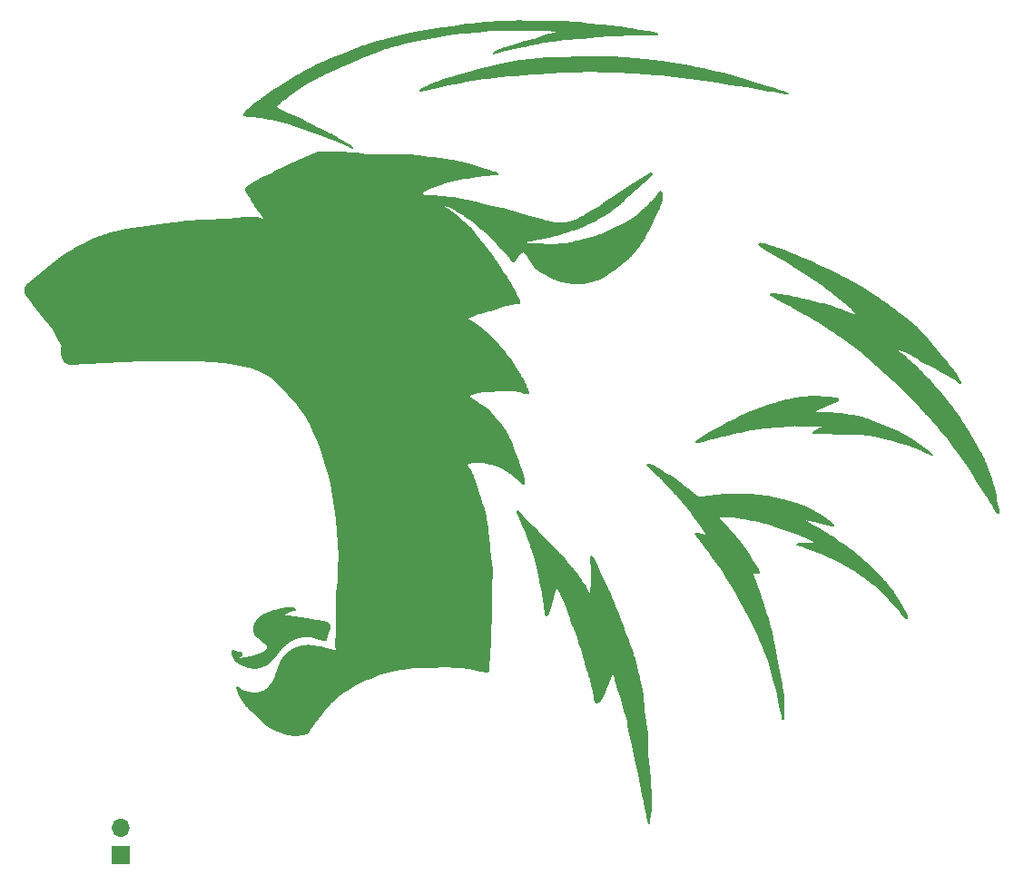
<source format=gbr>
%TF.GenerationSoftware,KiCad,Pcbnew,7.0.6*%
%TF.CreationDate,2023-08-15T16:24:19+02:00*%
%TF.ProjectId,PCB_Badge,5043425f-4261-4646-9765-2e6b69636164,rev?*%
%TF.SameCoordinates,Original*%
%TF.FileFunction,Soldermask,Top*%
%TF.FilePolarity,Negative*%
%FSLAX46Y46*%
G04 Gerber Fmt 4.6, Leading zero omitted, Abs format (unit mm)*
G04 Created by KiCad (PCBNEW 7.0.6) date 2023-08-15 16:24:19*
%MOMM*%
%LPD*%
G01*
G04 APERTURE LIST*
%ADD10C,0.130361*%
%ADD11R,1.700000X1.700000*%
%ADD12O,1.700000X1.700000*%
%ADD13R,1.800000X1.800000*%
%ADD14C,1.800000*%
G04 APERTURE END LIST*
D10*
X141137602Y-82081480D02*
X141144336Y-82082676D01*
X141159591Y-82086686D01*
X141175853Y-82091628D01*
X141192760Y-82097047D01*
X141228507Y-82108673D01*
X141247344Y-82114560D01*
X141266823Y-82120282D01*
X141286942Y-82125677D01*
X141307700Y-82130586D01*
X141401134Y-82148735D01*
X141428884Y-82155054D01*
X141443670Y-82158790D01*
X141459126Y-82162986D01*
X141475297Y-82167697D01*
X141492230Y-82172980D01*
X141509970Y-82178891D01*
X141528563Y-82185487D01*
X141568410Y-82200872D01*
X141611694Y-82219192D01*
X141658256Y-82240432D01*
X141707934Y-82264577D01*
X141760570Y-82291614D01*
X141816002Y-82321527D01*
X141874070Y-82354302D01*
X141934615Y-82389924D01*
X141997475Y-82428322D01*
X142062523Y-82469157D01*
X142198666Y-82556604D01*
X142342014Y-82649189D01*
X142491538Y-82743837D01*
X142645618Y-82837687D01*
X142800341Y-82928837D01*
X142951205Y-83015614D01*
X143093711Y-83096345D01*
X143225927Y-83171228D01*
X143290632Y-83208752D01*
X143356222Y-83247917D01*
X143424063Y-83289912D01*
X143495522Y-83335927D01*
X143571963Y-83387150D01*
X143654754Y-83444772D01*
X143744742Y-83509533D01*
X143840744Y-83580367D01*
X144043969Y-83734216D01*
X144250796Y-83894233D01*
X144447593Y-84048333D01*
X144778173Y-84309480D01*
X144914401Y-84418515D01*
X145034682Y-84516107D01*
X145405051Y-84823373D01*
X145443655Y-84854608D01*
X145481357Y-84884563D01*
X145518286Y-84913236D01*
X145554571Y-84940626D01*
X145590342Y-84966733D01*
X145625729Y-84991553D01*
X145660862Y-85015087D01*
X145695868Y-85037332D01*
X145730920Y-85058257D01*
X145748570Y-85068177D01*
X145766369Y-85077702D01*
X145784369Y-85086810D01*
X145802618Y-85095475D01*
X145821169Y-85103673D01*
X145840071Y-85111381D01*
X145859374Y-85118574D01*
X145879129Y-85125228D01*
X145899386Y-85131319D01*
X145920197Y-85136823D01*
X145941610Y-85141715D01*
X145963676Y-85145972D01*
X145986446Y-85149569D01*
X146009971Y-85152482D01*
X146034311Y-85154697D01*
X146059591Y-85156213D01*
X146085950Y-85157041D01*
X146113523Y-85157196D01*
X146142449Y-85156690D01*
X146172863Y-85155535D01*
X146238706Y-85151334D01*
X146312148Y-85144695D01*
X146394286Y-85135722D01*
X146486216Y-85124517D01*
X146589034Y-85111184D01*
X147105445Y-85041957D01*
X147409395Y-85004467D01*
X147568235Y-84986675D01*
X147729911Y-84970155D01*
X147893226Y-84955312D01*
X148057400Y-84942200D01*
X148385651Y-84921117D01*
X148709319Y-84906803D01*
X149023063Y-84899156D01*
X149322987Y-84897743D01*
X149611091Y-84901344D01*
X149890828Y-84908226D01*
X150165656Y-84916658D01*
X150438666Y-84925692D01*
X150711493Y-84936346D01*
X150985414Y-84950281D01*
X151261702Y-84969156D01*
X151401172Y-84980910D01*
X151541961Y-84994441D01*
X151684479Y-85009883D01*
X151829134Y-85027372D01*
X151976335Y-85047042D01*
X152126491Y-85069028D01*
X152280010Y-85093467D01*
X152437301Y-85120492D01*
X152598582Y-85150213D01*
X152763294Y-85182498D01*
X152930688Y-85217187D01*
X153100014Y-85254124D01*
X153441461Y-85334109D01*
X153612083Y-85376841D01*
X153781638Y-85421190D01*
X154114302Y-85513519D01*
X154432236Y-85606939D01*
X154994079Y-85778131D01*
X155226196Y-85848417D01*
X155432488Y-85912704D01*
X155529474Y-85944815D01*
X155624232Y-85978086D01*
X155718173Y-86013406D01*
X155812705Y-86051660D01*
X155908953Y-86093520D01*
X156006907Y-86138788D01*
X156106269Y-86187055D01*
X156206745Y-86237912D01*
X156308040Y-86290951D01*
X156409858Y-86345763D01*
X156613883Y-86459070D01*
X156816450Y-86574922D01*
X157015198Y-86691865D01*
X157207762Y-86808808D01*
X157391776Y-86924661D01*
X157479839Y-86981822D01*
X157564878Y-87038209D01*
X157646599Y-87093596D01*
X157724705Y-87147754D01*
X157798900Y-87200457D01*
X157868888Y-87251476D01*
X157934375Y-87300586D01*
X157995063Y-87347558D01*
X158050771Y-87392214D01*
X158101778Y-87434528D01*
X158148469Y-87474522D01*
X158191229Y-87512221D01*
X158266499Y-87580817D01*
X158330672Y-87640497D01*
X158385698Y-87691349D01*
X158409080Y-87713387D01*
X158429101Y-87733105D01*
X158437709Y-87742080D01*
X158445306Y-87750458D01*
X158451835Y-87758233D01*
X158457240Y-87765401D01*
X158461464Y-87771954D01*
X158464448Y-87777888D01*
X158466138Y-87783196D01*
X158466479Y-87785614D01*
X158466475Y-87787874D01*
X158466114Y-87789969D01*
X158465410Y-87791910D01*
X158464374Y-87793699D01*
X158463015Y-87795340D01*
X158461343Y-87796835D01*
X158459367Y-87798188D01*
X158457096Y-87799401D01*
X158454541Y-87800479D01*
X158451711Y-87801424D01*
X158448615Y-87802240D01*
X158445264Y-87802930D01*
X158441666Y-87803496D01*
X158437831Y-87803942D01*
X158433768Y-87804272D01*
X158425000Y-87804593D01*
X158415437Y-87804486D01*
X158405157Y-87803976D01*
X158394235Y-87803087D01*
X158382748Y-87801847D01*
X158370772Y-87800279D01*
X158358384Y-87798410D01*
X158345661Y-87796266D01*
X158332679Y-87793870D01*
X158305957Y-87788298D01*
X158277432Y-87781702D01*
X158210706Y-87764985D01*
X158123966Y-87742810D01*
X158070425Y-87729390D01*
X158008681Y-87714265D01*
X157689560Y-87639079D01*
X157511635Y-87596950D01*
X157341353Y-87555185D01*
X157189827Y-87515787D01*
X157053032Y-87478562D01*
X156923151Y-87442788D01*
X156792365Y-87407747D01*
X156654571Y-87372873D01*
X156510590Y-87338383D01*
X156362970Y-87304624D01*
X156214263Y-87271943D01*
X156067405Y-87240831D01*
X155926926Y-87212274D01*
X155797732Y-87187362D01*
X155684729Y-87167184D01*
X155635826Y-87159219D01*
X155592776Y-87152981D01*
X155556175Y-87148746D01*
X155540478Y-87147464D01*
X155526616Y-87146786D01*
X155514663Y-87146745D01*
X155504694Y-87147377D01*
X155496783Y-87148714D01*
X155491003Y-87150792D01*
X155488936Y-87152119D01*
X155487430Y-87153644D01*
X155486494Y-87155371D01*
X155486137Y-87157305D01*
X155486370Y-87159450D01*
X155487200Y-87161810D01*
X155490691Y-87167192D01*
X155496650Y-87173474D01*
X155505011Y-87180653D01*
X155515675Y-87188716D01*
X155528541Y-87197653D01*
X155543510Y-87207452D01*
X155560484Y-87218103D01*
X155600044Y-87241913D01*
X155818534Y-87368974D01*
X156099089Y-87537749D01*
X156252551Y-87628679D01*
X156331065Y-87673872D01*
X156410193Y-87718156D01*
X156489574Y-87761155D01*
X156569115Y-87803200D01*
X156728584Y-87886432D01*
X156808466Y-87928619D01*
X156888415Y-87971852D01*
X156968408Y-88016634D01*
X157048423Y-88063463D01*
X157702170Y-88484422D01*
X157787833Y-88535311D01*
X157874246Y-88584952D01*
X158047231Y-88682037D01*
X158216940Y-88778763D01*
X158299258Y-88827958D01*
X158379187Y-88878221D01*
X158456547Y-88929930D01*
X158532504Y-88983402D01*
X158608563Y-89038947D01*
X158686232Y-89096874D01*
X158852420Y-89221117D01*
X158943953Y-89288053D01*
X159043120Y-89358613D01*
X159267183Y-89511691D01*
X159520698Y-89682004D01*
X159656283Y-89774094D01*
X159796571Y-89871057D01*
X159940674Y-89973081D01*
X160087706Y-90080354D01*
X160236782Y-90192875D01*
X160387001Y-90309924D01*
X160537465Y-90430598D01*
X160687278Y-90553993D01*
X160835539Y-90679203D01*
X160981352Y-90805325D01*
X161123818Y-90931455D01*
X161262038Y-91056688D01*
X161395270Y-91180180D01*
X161523390Y-91301326D01*
X161764423Y-91534391D01*
X162186568Y-91948304D01*
X162369615Y-92123194D01*
X162541852Y-92285741D01*
X162712026Y-92448294D01*
X162799073Y-92533431D01*
X162888884Y-92623201D01*
X162982227Y-92718779D01*
X163078560Y-92819917D01*
X163177015Y-92926006D01*
X163276725Y-93036433D01*
X163376820Y-93150590D01*
X163476434Y-93267864D01*
X163574698Y-93387646D01*
X163670745Y-93509324D01*
X163763871Y-93632326D01*
X163854073Y-93756194D01*
X163941512Y-93880512D01*
X164026347Y-94004861D01*
X164108741Y-94128824D01*
X164188853Y-94251983D01*
X164342879Y-94494218D01*
X164489652Y-94729082D01*
X164630250Y-94957515D01*
X164765700Y-95181316D01*
X164897033Y-95402284D01*
X165023871Y-95620646D01*
X165083800Y-95727030D01*
X165140159Y-95830262D01*
X165192014Y-95929378D01*
X165238433Y-96023411D01*
X165278483Y-96111396D01*
X165311232Y-96192369D01*
X165324594Y-96229911D01*
X165335841Y-96265240D01*
X165344919Y-96298135D01*
X165351770Y-96328374D01*
X165356339Y-96355737D01*
X165358570Y-96380002D01*
X165358406Y-96400948D01*
X165357409Y-96410107D01*
X165355792Y-96418353D01*
X165353548Y-96425659D01*
X165350671Y-96431998D01*
X165347153Y-96437340D01*
X165342988Y-96441659D01*
X165338167Y-96444928D01*
X165332685Y-96447117D01*
X165326535Y-96448201D01*
X165319708Y-96448151D01*
X165312199Y-96446939D01*
X165304000Y-96444538D01*
X165295104Y-96440920D01*
X165285505Y-96436058D01*
X165275194Y-96429923D01*
X165264166Y-96422489D01*
X165239928Y-96403611D01*
X165212750Y-96379285D01*
X165182678Y-96349683D01*
X165149776Y-96315056D01*
X165114108Y-96275660D01*
X165034733Y-96183569D01*
X164945067Y-96075435D01*
X164736922Y-95819137D01*
X164619471Y-95675023D01*
X164493789Y-95522966D01*
X164360438Y-95364864D01*
X164220176Y-95202068D01*
X164073807Y-95035801D01*
X163922133Y-94867282D01*
X163765960Y-94697734D01*
X163606089Y-94528379D01*
X163443325Y-94360437D01*
X163278472Y-94195131D01*
X163112156Y-94033430D01*
X162944330Y-93875300D01*
X162774769Y-93720449D01*
X162603248Y-93568589D01*
X162429540Y-93419430D01*
X162253422Y-93272682D01*
X162074667Y-93128056D01*
X161893050Y-92985261D01*
X161708524Y-92844129D01*
X161521748Y-92704993D01*
X161333558Y-92568304D01*
X161144789Y-92434509D01*
X160956277Y-92304057D01*
X160768858Y-92177399D01*
X160583368Y-92054983D01*
X160400641Y-91937257D01*
X160221339Y-91824567D01*
X160045412Y-91716830D01*
X159872637Y-91613851D01*
X159702786Y-91515439D01*
X159535636Y-91421400D01*
X159370961Y-91331541D01*
X159208535Y-91245669D01*
X159048133Y-91163591D01*
X158889577Y-91085076D01*
X158732854Y-91009777D01*
X158425034Y-90867284D01*
X157832801Y-90603914D01*
X157275886Y-90356324D01*
X157014917Y-90242043D01*
X156768348Y-90137529D01*
X156650961Y-90089637D01*
X156537045Y-90044509D01*
X156425958Y-90001823D01*
X156317056Y-89961259D01*
X156103237Y-89885208D01*
X155890448Y-89813783D01*
X155477638Y-89681993D01*
X155308947Y-89626745D01*
X155241707Y-89603101D01*
X155188796Y-89582612D01*
X155168327Y-89573655D01*
X155159594Y-89569494D01*
X155151835Y-89565537D01*
X155145033Y-89561778D01*
X155139166Y-89558211D01*
X155134217Y-89554832D01*
X155130165Y-89551633D01*
X155126991Y-89548609D01*
X155124677Y-89545754D01*
X155123201Y-89543063D01*
X155122546Y-89540529D01*
X155122692Y-89538147D01*
X155123620Y-89535911D01*
X155125309Y-89533815D01*
X155127742Y-89531854D01*
X155130898Y-89530021D01*
X155134758Y-89528311D01*
X155139302Y-89526718D01*
X155144513Y-89525236D01*
X155156852Y-89522582D01*
X155171621Y-89520304D01*
X155188665Y-89518353D01*
X155207829Y-89516685D01*
X155228959Y-89515252D01*
X155251899Y-89514009D01*
X155753959Y-89501008D01*
X156250518Y-89473604D01*
X156371229Y-89469428D01*
X156488336Y-89466462D01*
X156596948Y-89463291D01*
X156646540Y-89461185D01*
X156692176Y-89458497D01*
X156733264Y-89455054D01*
X156751934Y-89452959D01*
X156769269Y-89450578D01*
X156785201Y-89447885D01*
X156799666Y-89444852D01*
X156812599Y-89441453D01*
X156823934Y-89437660D01*
X156833607Y-89433446D01*
X156841550Y-89428784D01*
X156844854Y-89426277D01*
X156847701Y-89423647D01*
X156850082Y-89420893D01*
X156851991Y-89418009D01*
X156853419Y-89414993D01*
X156854358Y-89411841D01*
X156854799Y-89408551D01*
X156854735Y-89405118D01*
X156854156Y-89401539D01*
X156853056Y-89397811D01*
X156851426Y-89393930D01*
X156849257Y-89389894D01*
X156846550Y-89385709D01*
X156843314Y-89381369D01*
X156835339Y-89372255D01*
X156825486Y-89362610D01*
X156813914Y-89352490D01*
X156800776Y-89341955D01*
X156786230Y-89331060D01*
X156770430Y-89319865D01*
X156753533Y-89308425D01*
X156735695Y-89296800D01*
X156717071Y-89285046D01*
X156678090Y-89261382D01*
X156637836Y-89237894D01*
X156597556Y-89215043D01*
X156519637Y-89172076D01*
X156442834Y-89131116D01*
X156363333Y-89089773D01*
X156277320Y-89045656D01*
X156079602Y-88945352D01*
X155972711Y-88892293D01*
X155864409Y-88839876D01*
X155755601Y-88789103D01*
X155698854Y-88763538D01*
X155638986Y-88737241D01*
X155574828Y-88709752D01*
X155505212Y-88680612D01*
X155344932Y-88615541D01*
X155151700Y-88539555D01*
X154930731Y-88454858D01*
X154690145Y-88364851D01*
X154438064Y-88272935D01*
X154181645Y-88182020D01*
X153924238Y-88093046D01*
X153668232Y-88006457D01*
X153416015Y-87922700D01*
X153169508Y-87842240D01*
X152928736Y-87765689D01*
X152693238Y-87693685D01*
X152462554Y-87626863D01*
X152234703Y-87565220D01*
X152001582Y-87506325D01*
X151753549Y-87447074D01*
X151480964Y-87384363D01*
X151178533Y-87316387D01*
X150858376Y-87246506D01*
X150536946Y-87179353D01*
X150230697Y-87119561D01*
X150087957Y-87093721D01*
X149952459Y-87070616D01*
X149700503Y-87031515D01*
X149469462Y-87000060D01*
X149253966Y-86974054D01*
X149049153Y-86951824D01*
X148852161Y-86933681D01*
X148755859Y-86926400D01*
X148660624Y-86920450D01*
X148566161Y-86915935D01*
X148472175Y-86912957D01*
X148378610Y-86911505D01*
X148286388Y-86911454D01*
X148110611Y-86914420D01*
X147826186Y-86924661D01*
X147775717Y-86926883D01*
X147754184Y-86928259D01*
X147735201Y-86930066D01*
X147718831Y-86932495D01*
X147705138Y-86935736D01*
X147699314Y-86937720D01*
X147694183Y-86939979D01*
X147689753Y-86942537D01*
X147686030Y-86945416D01*
X147683024Y-86948641D01*
X147680742Y-86952236D01*
X147679191Y-86956224D01*
X147678380Y-86960630D01*
X147678316Y-86965477D01*
X147679008Y-86970789D01*
X147680462Y-86976589D01*
X147682688Y-86982902D01*
X147685692Y-86989752D01*
X147689483Y-86997162D01*
X147699456Y-87013758D01*
X147712669Y-87032880D01*
X147729186Y-87054719D01*
X147772055Y-87106956D01*
X147826972Y-87169848D01*
X147892528Y-87242420D01*
X147967314Y-87323695D01*
X148138936Y-87508447D01*
X148330565Y-87716295D01*
X149143386Y-88624162D01*
X149335161Y-88834701D01*
X149427672Y-88936855D01*
X149518021Y-89038327D01*
X149606279Y-89140165D01*
X149692513Y-89243413D01*
X149776792Y-89349119D01*
X149859183Y-89458329D01*
X149939814Y-89571813D01*
X150019060Y-89689248D01*
X150097352Y-89810045D01*
X150175122Y-89933614D01*
X150489631Y-90443803D01*
X150652996Y-90699263D01*
X150814446Y-90943849D01*
X150965525Y-91167412D01*
X151097777Y-91359803D01*
X151204996Y-91514358D01*
X151289976Y-91638286D01*
X151325702Y-91692111D01*
X151357759Y-91742293D01*
X151386779Y-91790171D01*
X151413390Y-91837083D01*
X151437987Y-91884010D01*
X151449378Y-91907372D01*
X151460037Y-91930538D01*
X151469864Y-91953411D01*
X151478765Y-91975896D01*
X151486642Y-91997895D01*
X151493399Y-92019313D01*
X151498937Y-92040053D01*
X151503162Y-92060019D01*
X151505976Y-92079114D01*
X151507281Y-92097242D01*
X151506982Y-92114307D01*
X151504982Y-92130213D01*
X151503314Y-92137700D01*
X151501184Y-92144862D01*
X151498580Y-92151685D01*
X151495490Y-92158159D01*
X151491906Y-92164270D01*
X151487841Y-92170030D01*
X151483312Y-92175451D01*
X151478337Y-92180541D01*
X151472933Y-92185312D01*
X151467119Y-92189773D01*
X151460911Y-92193935D01*
X151454328Y-92197807D01*
X151447387Y-92201401D01*
X151440105Y-92204727D01*
X151432500Y-92207795D01*
X151424591Y-92210614D01*
X151407926Y-92215551D01*
X151390252Y-92219619D01*
X151371710Y-92222901D01*
X151352439Y-92225479D01*
X151332583Y-92227435D01*
X151312280Y-92228851D01*
X151291673Y-92229809D01*
X151270901Y-92230392D01*
X151229430Y-92230760D01*
X151149646Y-92229953D01*
X151076653Y-92228013D01*
X150961882Y-92223756D01*
X150951289Y-92223621D01*
X150941641Y-92223669D01*
X150932947Y-92224010D01*
X150925217Y-92224757D01*
X150921717Y-92225318D01*
X150918461Y-92226021D01*
X150915452Y-92226882D01*
X150912689Y-92227914D01*
X150910174Y-92229131D01*
X150907909Y-92230547D01*
X150905895Y-92232175D01*
X150904133Y-92234031D01*
X150902624Y-92236127D01*
X150901369Y-92238479D01*
X150900369Y-92241099D01*
X150899627Y-92244001D01*
X150899142Y-92247200D01*
X150898917Y-92250710D01*
X150898952Y-92254544D01*
X150899249Y-92258717D01*
X150899808Y-92263242D01*
X150900632Y-92268133D01*
X150901720Y-92273405D01*
X150903076Y-92279071D01*
X150906590Y-92291641D01*
X150911185Y-92305955D01*
X150923711Y-92340316D01*
X150940998Y-92383962D01*
X150991397Y-92506959D01*
X151025278Y-92590235D01*
X151065462Y-92690644D01*
X151112332Y-92810150D01*
X151166274Y-92950715D01*
X151294335Y-93294567D01*
X151439754Y-93696412D01*
X151590062Y-94122176D01*
X151732787Y-94537782D01*
X151858296Y-94916181D01*
X151968377Y-95258443D01*
X152160766Y-95866975D01*
X152252261Y-96153297D01*
X152346459Y-96459037D01*
X152395897Y-96628956D01*
X152447601Y-96815449D01*
X152502101Y-97022424D01*
X152559928Y-97253785D01*
X152685540Y-97791968D01*
X152817967Y-98394704D01*
X152948595Y-99013387D01*
X153068808Y-99599412D01*
X153261365Y-100570926D01*
X153415847Y-101379899D01*
X153561264Y-102155259D01*
X153628811Y-102530721D01*
X153690185Y-102891527D01*
X153743544Y-103234148D01*
X153766900Y-103399174D01*
X153787909Y-103560567D01*
X153806476Y-103718746D01*
X153822501Y-103874129D01*
X153835889Y-104027134D01*
X153846541Y-104178178D01*
X153854425Y-104327423D01*
X153859707Y-104474032D01*
X153862616Y-104616913D01*
X153863378Y-104754972D01*
X153862224Y-104887115D01*
X153859381Y-105012251D01*
X153855076Y-105129284D01*
X153849540Y-105237123D01*
X153842889Y-105334904D01*
X153835504Y-105422721D01*
X153827675Y-105500893D01*
X153819689Y-105569742D01*
X153804398Y-105680747D01*
X153791938Y-105758302D01*
X153789499Y-105772663D01*
X153787201Y-105784464D01*
X153786048Y-105789209D01*
X153784862Y-105793079D01*
X153783621Y-105795996D01*
X153782972Y-105797073D01*
X153782302Y-105797881D01*
X153781606Y-105798413D01*
X153780882Y-105798657D01*
X153780128Y-105798604D01*
X153779340Y-105798245D01*
X153778515Y-105797569D01*
X153777652Y-105796566D01*
X153775795Y-105793543D01*
X153773748Y-105789097D01*
X153771487Y-105783150D01*
X153768990Y-105775623D01*
X153766234Y-105766439D01*
X153763197Y-105755518D01*
X153759857Y-105742784D01*
X153752173Y-105711558D01*
X153743003Y-105672136D01*
X153732165Y-105623891D01*
X153719479Y-105566197D01*
X153704765Y-105498427D01*
X153668525Y-105330156D01*
X153668097Y-105329805D01*
X153433460Y-104252683D01*
X153277393Y-103560066D01*
X153107757Y-102835695D01*
X152931309Y-102123451D01*
X152839738Y-101774528D01*
X152745025Y-101429952D01*
X152646486Y-101089383D01*
X152543439Y-100752481D01*
X152435201Y-100418906D01*
X152321090Y-100088319D01*
X152200554Y-99760252D01*
X152073563Y-99433759D01*
X151940222Y-99107764D01*
X151800635Y-98781190D01*
X151654907Y-98452963D01*
X151503142Y-98122007D01*
X151181922Y-97447603D01*
X150839134Y-96753704D01*
X150482266Y-96053264D01*
X150120125Y-95363550D01*
X149761519Y-94701829D01*
X149413598Y-94081857D01*
X149076866Y-93503299D01*
X148750167Y-92962292D01*
X148432341Y-92454973D01*
X148123835Y-91979586D01*
X147831534Y-91542781D01*
X147563924Y-91153301D01*
X147329490Y-90819887D01*
X147134604Y-90548541D01*
X146977141Y-90334297D01*
X146852861Y-90169442D01*
X146757522Y-90046266D01*
X146620958Y-89874292D01*
X146587234Y-89831422D01*
X146549677Y-89782980D01*
X146506289Y-89726158D01*
X146455069Y-89658143D01*
X146177684Y-89284210D01*
X146025897Y-89081286D01*
X145889861Y-88904039D01*
X145630103Y-88590196D01*
X145627867Y-88586444D01*
X145625896Y-88582838D01*
X145624185Y-88579376D01*
X145622725Y-88576055D01*
X145621510Y-88572873D01*
X145620533Y-88569828D01*
X145619786Y-88566919D01*
X145619263Y-88564143D01*
X145618957Y-88561497D01*
X145618859Y-88558981D01*
X145618965Y-88556591D01*
X145619265Y-88554326D01*
X145619754Y-88552184D01*
X145620424Y-88550162D01*
X145621268Y-88548259D01*
X145622279Y-88546472D01*
X145623450Y-88544799D01*
X145624774Y-88543239D01*
X145626244Y-88541788D01*
X145627852Y-88540446D01*
X145629592Y-88539209D01*
X145631457Y-88538076D01*
X145633439Y-88537045D01*
X145635532Y-88536114D01*
X145637728Y-88535280D01*
X145640020Y-88534542D01*
X145644866Y-88533343D01*
X145650012Y-88532501D01*
X145655402Y-88531999D01*
X145660952Y-88531785D01*
X145666697Y-88531877D01*
X145672650Y-88532255D01*
X145678824Y-88532897D01*
X145685232Y-88533782D01*
X145691886Y-88534890D01*
X145705982Y-88537685D01*
X145774741Y-88553499D01*
X145795486Y-88557888D01*
X145817680Y-88562305D01*
X145865999Y-88571363D01*
X145975493Y-88591401D01*
X146034963Y-88602880D01*
X146096247Y-88615426D01*
X146158256Y-88629060D01*
X146219901Y-88643800D01*
X146280332Y-88659523D01*
X146339569Y-88675601D01*
X146397898Y-88691305D01*
X146426811Y-88698788D01*
X146455604Y-88705903D01*
X146484293Y-88712588D01*
X146512757Y-88718879D01*
X146568516Y-88730502D01*
X146671912Y-88751497D01*
X146717237Y-88761184D01*
X146737328Y-88765091D01*
X146755202Y-88767883D01*
X146763191Y-88768744D01*
X146770485Y-88769188D01*
X146777036Y-88769169D01*
X146782799Y-88768639D01*
X146787725Y-88767554D01*
X146791769Y-88765866D01*
X146793445Y-88764782D01*
X146794882Y-88763530D01*
X146796076Y-88762104D01*
X146797019Y-88760499D01*
X146797735Y-88758681D01*
X146798200Y-88756682D01*
X146798425Y-88754509D01*
X146798419Y-88752169D01*
X146798190Y-88749668D01*
X146797750Y-88747014D01*
X146797106Y-88744214D01*
X146796269Y-88741275D01*
X146794051Y-88735006D01*
X146791172Y-88728264D01*
X146787708Y-88721103D01*
X146783733Y-88713580D01*
X146779324Y-88705751D01*
X146774555Y-88697670D01*
X146764241Y-88680979D01*
X146742621Y-88647035D01*
X146668021Y-88523912D01*
X146584624Y-88397813D01*
X146562800Y-88362836D01*
X146540975Y-88326850D01*
X146519149Y-88290690D01*
X146497321Y-88255189D01*
X146486398Y-88237913D01*
X146475406Y-88220879D01*
X146464279Y-88203974D01*
X146452948Y-88187087D01*
X146429400Y-88152916D01*
X146404220Y-88117463D01*
X146377124Y-88080264D01*
X146348843Y-88042430D01*
X146320372Y-88005504D01*
X146306374Y-87987862D01*
X146292701Y-87971025D01*
X146264089Y-87936502D01*
X146245606Y-87913604D01*
X146221751Y-87883155D01*
X146190583Y-87842312D01*
X146150162Y-87788229D01*
X146098547Y-87718063D01*
X146033797Y-87628969D01*
X145642278Y-87086967D01*
X145387986Y-86742250D01*
X145251802Y-86561443D01*
X145111724Y-86378808D01*
X144969275Y-86196910D01*
X144825674Y-86017154D01*
X144539575Y-85668530D01*
X144262550Y-85341848D01*
X144003722Y-85046022D01*
X143883684Y-84912104D01*
X143769850Y-84787070D01*
X143558292Y-84559409D01*
X143182059Y-84163995D01*
X142843298Y-83806821D01*
X142688017Y-83643780D01*
X142543830Y-83494737D01*
X142476022Y-83426003D01*
X142409832Y-83359904D01*
X142276404Y-83229413D01*
X142131744Y-83090871D01*
X141964049Y-82931886D01*
X141563029Y-82550742D01*
X141375714Y-82369418D01*
X141296806Y-82291305D01*
X141232093Y-82225457D01*
X141205973Y-82197949D01*
X141183961Y-82174013D01*
X141165794Y-82153423D01*
X141151207Y-82135951D01*
X141139938Y-82121370D01*
X141131723Y-82109452D01*
X141126298Y-82099969D01*
X141124550Y-82096070D01*
X141123401Y-82092695D01*
X141122817Y-82089814D01*
X141122767Y-82087401D01*
X141123217Y-82085425D01*
X141124134Y-82083860D01*
X141125485Y-82082675D01*
X141127237Y-82081844D01*
X141129358Y-82081337D01*
X141131815Y-82081127D01*
X141137602Y-82081480D01*
G36*
X141137602Y-82081480D02*
G01*
X141144336Y-82082676D01*
X141159591Y-82086686D01*
X141175853Y-82091628D01*
X141192760Y-82097047D01*
X141228507Y-82108673D01*
X141247344Y-82114560D01*
X141266823Y-82120282D01*
X141286942Y-82125677D01*
X141307700Y-82130586D01*
X141401134Y-82148735D01*
X141428884Y-82155054D01*
X141443670Y-82158790D01*
X141459126Y-82162986D01*
X141475297Y-82167697D01*
X141492230Y-82172980D01*
X141509970Y-82178891D01*
X141528563Y-82185487D01*
X141568410Y-82200872D01*
X141611694Y-82219192D01*
X141658256Y-82240432D01*
X141707934Y-82264577D01*
X141760570Y-82291614D01*
X141816002Y-82321527D01*
X141874070Y-82354302D01*
X141934615Y-82389924D01*
X141997475Y-82428322D01*
X142062523Y-82469157D01*
X142198666Y-82556604D01*
X142342014Y-82649189D01*
X142491538Y-82743837D01*
X142645618Y-82837687D01*
X142800341Y-82928837D01*
X142951205Y-83015614D01*
X143093711Y-83096345D01*
X143225927Y-83171228D01*
X143290632Y-83208752D01*
X143356222Y-83247917D01*
X143424063Y-83289912D01*
X143495522Y-83335927D01*
X143571963Y-83387150D01*
X143654754Y-83444772D01*
X143744742Y-83509533D01*
X143840744Y-83580367D01*
X144043969Y-83734216D01*
X144250796Y-83894233D01*
X144447593Y-84048333D01*
X144778173Y-84309480D01*
X144914401Y-84418515D01*
X145034682Y-84516107D01*
X145405051Y-84823373D01*
X145443655Y-84854608D01*
X145481357Y-84884563D01*
X145518286Y-84913236D01*
X145554571Y-84940626D01*
X145590342Y-84966733D01*
X145625729Y-84991553D01*
X145660862Y-85015087D01*
X145695868Y-85037332D01*
X145730920Y-85058257D01*
X145748570Y-85068177D01*
X145766369Y-85077702D01*
X145784369Y-85086810D01*
X145802618Y-85095475D01*
X145821169Y-85103673D01*
X145840071Y-85111381D01*
X145859374Y-85118574D01*
X145879129Y-85125228D01*
X145899386Y-85131319D01*
X145920197Y-85136823D01*
X145941610Y-85141715D01*
X145963676Y-85145972D01*
X145986446Y-85149569D01*
X146009971Y-85152482D01*
X146034311Y-85154697D01*
X146059591Y-85156213D01*
X146085950Y-85157041D01*
X146113523Y-85157196D01*
X146142449Y-85156690D01*
X146172863Y-85155535D01*
X146238706Y-85151334D01*
X146312148Y-85144695D01*
X146394286Y-85135722D01*
X146486216Y-85124517D01*
X146589034Y-85111184D01*
X147105445Y-85041957D01*
X147409395Y-85004467D01*
X147568235Y-84986675D01*
X147729911Y-84970155D01*
X147893226Y-84955312D01*
X148057400Y-84942200D01*
X148385651Y-84921117D01*
X148709319Y-84906803D01*
X149023063Y-84899156D01*
X149322987Y-84897743D01*
X149611091Y-84901344D01*
X149890828Y-84908226D01*
X150165656Y-84916658D01*
X150438666Y-84925692D01*
X150711493Y-84936346D01*
X150985414Y-84950281D01*
X151261702Y-84969156D01*
X151401172Y-84980910D01*
X151541961Y-84994441D01*
X151684479Y-85009883D01*
X151829134Y-85027372D01*
X151976335Y-85047042D01*
X152126491Y-85069028D01*
X152280010Y-85093467D01*
X152437301Y-85120492D01*
X152598582Y-85150213D01*
X152763294Y-85182498D01*
X152930688Y-85217187D01*
X153100014Y-85254124D01*
X153441461Y-85334109D01*
X153612083Y-85376841D01*
X153781638Y-85421190D01*
X154114302Y-85513519D01*
X154432236Y-85606939D01*
X154994079Y-85778131D01*
X155226196Y-85848417D01*
X155432488Y-85912704D01*
X155529474Y-85944815D01*
X155624232Y-85978086D01*
X155718173Y-86013406D01*
X155812705Y-86051660D01*
X155908953Y-86093520D01*
X156006907Y-86138788D01*
X156106269Y-86187055D01*
X156206745Y-86237912D01*
X156308040Y-86290951D01*
X156409858Y-86345763D01*
X156613883Y-86459070D01*
X156816450Y-86574922D01*
X157015198Y-86691865D01*
X157207762Y-86808808D01*
X157391776Y-86924661D01*
X157479839Y-86981822D01*
X157564878Y-87038209D01*
X157646599Y-87093596D01*
X157724705Y-87147754D01*
X157798900Y-87200457D01*
X157868888Y-87251476D01*
X157934375Y-87300586D01*
X157995063Y-87347558D01*
X158050771Y-87392214D01*
X158101778Y-87434528D01*
X158148469Y-87474522D01*
X158191229Y-87512221D01*
X158266499Y-87580817D01*
X158330672Y-87640497D01*
X158385698Y-87691349D01*
X158409080Y-87713387D01*
X158429101Y-87733105D01*
X158437709Y-87742080D01*
X158445306Y-87750458D01*
X158451835Y-87758233D01*
X158457240Y-87765401D01*
X158461464Y-87771954D01*
X158464448Y-87777888D01*
X158466138Y-87783196D01*
X158466479Y-87785614D01*
X158466475Y-87787874D01*
X158466114Y-87789969D01*
X158465410Y-87791910D01*
X158464374Y-87793699D01*
X158463015Y-87795340D01*
X158461343Y-87796835D01*
X158459367Y-87798188D01*
X158457096Y-87799401D01*
X158454541Y-87800479D01*
X158451711Y-87801424D01*
X158448615Y-87802240D01*
X158445264Y-87802930D01*
X158441666Y-87803496D01*
X158437831Y-87803942D01*
X158433768Y-87804272D01*
X158425000Y-87804593D01*
X158415437Y-87804486D01*
X158405157Y-87803976D01*
X158394235Y-87803087D01*
X158382748Y-87801847D01*
X158370772Y-87800279D01*
X158358384Y-87798410D01*
X158345661Y-87796266D01*
X158332679Y-87793870D01*
X158305957Y-87788298D01*
X158277432Y-87781702D01*
X158210706Y-87764985D01*
X158123966Y-87742810D01*
X158070425Y-87729390D01*
X158008681Y-87714265D01*
X157689560Y-87639079D01*
X157511635Y-87596950D01*
X157341353Y-87555185D01*
X157189827Y-87515787D01*
X157053032Y-87478562D01*
X156923151Y-87442788D01*
X156792365Y-87407747D01*
X156654571Y-87372873D01*
X156510590Y-87338383D01*
X156362970Y-87304624D01*
X156214263Y-87271943D01*
X156067405Y-87240831D01*
X155926926Y-87212274D01*
X155797732Y-87187362D01*
X155684729Y-87167184D01*
X155635826Y-87159219D01*
X155592776Y-87152981D01*
X155556175Y-87148746D01*
X155540478Y-87147464D01*
X155526616Y-87146786D01*
X155514663Y-87146745D01*
X155504694Y-87147377D01*
X155496783Y-87148714D01*
X155491003Y-87150792D01*
X155488936Y-87152119D01*
X155487430Y-87153644D01*
X155486494Y-87155371D01*
X155486137Y-87157305D01*
X155486370Y-87159450D01*
X155487200Y-87161810D01*
X155490691Y-87167192D01*
X155496650Y-87173474D01*
X155505011Y-87180653D01*
X155515675Y-87188716D01*
X155528541Y-87197653D01*
X155543510Y-87207452D01*
X155560484Y-87218103D01*
X155600044Y-87241913D01*
X155818534Y-87368974D01*
X156099089Y-87537749D01*
X156252551Y-87628679D01*
X156331065Y-87673872D01*
X156410193Y-87718156D01*
X156489574Y-87761155D01*
X156569115Y-87803200D01*
X156728584Y-87886432D01*
X156808466Y-87928619D01*
X156888415Y-87971852D01*
X156968408Y-88016634D01*
X157048423Y-88063463D01*
X157702170Y-88484422D01*
X157787833Y-88535311D01*
X157874246Y-88584952D01*
X158047231Y-88682037D01*
X158216940Y-88778763D01*
X158299258Y-88827958D01*
X158379187Y-88878221D01*
X158456547Y-88929930D01*
X158532504Y-88983402D01*
X158608563Y-89038947D01*
X158686232Y-89096874D01*
X158852420Y-89221117D01*
X158943953Y-89288053D01*
X159043120Y-89358613D01*
X159267183Y-89511691D01*
X159520698Y-89682004D01*
X159656283Y-89774094D01*
X159796571Y-89871057D01*
X159940674Y-89973081D01*
X160087706Y-90080354D01*
X160236782Y-90192875D01*
X160387001Y-90309924D01*
X160537465Y-90430598D01*
X160687278Y-90553993D01*
X160835539Y-90679203D01*
X160981352Y-90805325D01*
X161123818Y-90931455D01*
X161262038Y-91056688D01*
X161395270Y-91180180D01*
X161523390Y-91301326D01*
X161764423Y-91534391D01*
X162186568Y-91948304D01*
X162369615Y-92123194D01*
X162541852Y-92285741D01*
X162712026Y-92448294D01*
X162799073Y-92533431D01*
X162888884Y-92623201D01*
X162982227Y-92718779D01*
X163078560Y-92819917D01*
X163177015Y-92926006D01*
X163276725Y-93036433D01*
X163376820Y-93150590D01*
X163476434Y-93267864D01*
X163574698Y-93387646D01*
X163670745Y-93509324D01*
X163763871Y-93632326D01*
X163854073Y-93756194D01*
X163941512Y-93880512D01*
X164026347Y-94004861D01*
X164108741Y-94128824D01*
X164188853Y-94251983D01*
X164342879Y-94494218D01*
X164489652Y-94729082D01*
X164630250Y-94957515D01*
X164765700Y-95181316D01*
X164897033Y-95402284D01*
X165023871Y-95620646D01*
X165083800Y-95727030D01*
X165140159Y-95830262D01*
X165192014Y-95929378D01*
X165238433Y-96023411D01*
X165278483Y-96111396D01*
X165311232Y-96192369D01*
X165324594Y-96229911D01*
X165335841Y-96265240D01*
X165344919Y-96298135D01*
X165351770Y-96328374D01*
X165356339Y-96355737D01*
X165358570Y-96380002D01*
X165358406Y-96400948D01*
X165357409Y-96410107D01*
X165355792Y-96418353D01*
X165353548Y-96425659D01*
X165350671Y-96431998D01*
X165347153Y-96437340D01*
X165342988Y-96441659D01*
X165338167Y-96444928D01*
X165332685Y-96447117D01*
X165326535Y-96448201D01*
X165319708Y-96448151D01*
X165312199Y-96446939D01*
X165304000Y-96444538D01*
X165295104Y-96440920D01*
X165285505Y-96436058D01*
X165275194Y-96429923D01*
X165264166Y-96422489D01*
X165239928Y-96403611D01*
X165212750Y-96379285D01*
X165182678Y-96349683D01*
X165149776Y-96315056D01*
X165114108Y-96275660D01*
X165034733Y-96183569D01*
X164945067Y-96075435D01*
X164736922Y-95819137D01*
X164619471Y-95675023D01*
X164493789Y-95522966D01*
X164360438Y-95364864D01*
X164220176Y-95202068D01*
X164073807Y-95035801D01*
X163922133Y-94867282D01*
X163765960Y-94697734D01*
X163606089Y-94528379D01*
X163443325Y-94360437D01*
X163278472Y-94195131D01*
X163112156Y-94033430D01*
X162944330Y-93875300D01*
X162774769Y-93720449D01*
X162603248Y-93568589D01*
X162429540Y-93419430D01*
X162253422Y-93272682D01*
X162074667Y-93128056D01*
X161893050Y-92985261D01*
X161708524Y-92844129D01*
X161521748Y-92704993D01*
X161333558Y-92568304D01*
X161144789Y-92434509D01*
X160956277Y-92304057D01*
X160768858Y-92177399D01*
X160583368Y-92054983D01*
X160400641Y-91937257D01*
X160221339Y-91824567D01*
X160045412Y-91716830D01*
X159872637Y-91613851D01*
X159702786Y-91515439D01*
X159535636Y-91421400D01*
X159370961Y-91331541D01*
X159208535Y-91245669D01*
X159048133Y-91163591D01*
X158889577Y-91085076D01*
X158732854Y-91009777D01*
X158425034Y-90867284D01*
X157832801Y-90603914D01*
X157275886Y-90356324D01*
X157014917Y-90242043D01*
X156768348Y-90137529D01*
X156650961Y-90089637D01*
X156537045Y-90044509D01*
X156425958Y-90001823D01*
X156317056Y-89961259D01*
X156103237Y-89885208D01*
X155890448Y-89813783D01*
X155477638Y-89681993D01*
X155308947Y-89626745D01*
X155241707Y-89603101D01*
X155188796Y-89582612D01*
X155168327Y-89573655D01*
X155159594Y-89569494D01*
X155151835Y-89565537D01*
X155145033Y-89561778D01*
X155139166Y-89558211D01*
X155134217Y-89554832D01*
X155130165Y-89551633D01*
X155126991Y-89548609D01*
X155124677Y-89545754D01*
X155123201Y-89543063D01*
X155122546Y-89540529D01*
X155122692Y-89538147D01*
X155123620Y-89535911D01*
X155125309Y-89533815D01*
X155127742Y-89531854D01*
X155130898Y-89530021D01*
X155134758Y-89528311D01*
X155139302Y-89526718D01*
X155144513Y-89525236D01*
X155156852Y-89522582D01*
X155171621Y-89520304D01*
X155188665Y-89518353D01*
X155207829Y-89516685D01*
X155228959Y-89515252D01*
X155251899Y-89514009D01*
X155753959Y-89501008D01*
X156250518Y-89473604D01*
X156371229Y-89469428D01*
X156488336Y-89466462D01*
X156596948Y-89463291D01*
X156646540Y-89461185D01*
X156692176Y-89458497D01*
X156733264Y-89455054D01*
X156751934Y-89452959D01*
X156769269Y-89450578D01*
X156785201Y-89447885D01*
X156799666Y-89444852D01*
X156812599Y-89441453D01*
X156823934Y-89437660D01*
X156833607Y-89433446D01*
X156841550Y-89428784D01*
X156844854Y-89426277D01*
X156847701Y-89423647D01*
X156850082Y-89420893D01*
X156851991Y-89418009D01*
X156853419Y-89414993D01*
X156854358Y-89411841D01*
X156854799Y-89408551D01*
X156854735Y-89405118D01*
X156854156Y-89401539D01*
X156853056Y-89397811D01*
X156851426Y-89393930D01*
X156849257Y-89389894D01*
X156846550Y-89385709D01*
X156843314Y-89381369D01*
X156835339Y-89372255D01*
X156825486Y-89362610D01*
X156813914Y-89352490D01*
X156800776Y-89341955D01*
X156786230Y-89331060D01*
X156770430Y-89319865D01*
X156753533Y-89308425D01*
X156735695Y-89296800D01*
X156717071Y-89285046D01*
X156678090Y-89261382D01*
X156637836Y-89237894D01*
X156597556Y-89215043D01*
X156519637Y-89172076D01*
X156442834Y-89131116D01*
X156363333Y-89089773D01*
X156277320Y-89045656D01*
X156079602Y-88945352D01*
X155972711Y-88892293D01*
X155864409Y-88839876D01*
X155755601Y-88789103D01*
X155698854Y-88763538D01*
X155638986Y-88737241D01*
X155574828Y-88709752D01*
X155505212Y-88680612D01*
X155344932Y-88615541D01*
X155151700Y-88539555D01*
X154930731Y-88454858D01*
X154690145Y-88364851D01*
X154438064Y-88272935D01*
X154181645Y-88182020D01*
X153924238Y-88093046D01*
X153668232Y-88006457D01*
X153416015Y-87922700D01*
X153169508Y-87842240D01*
X152928736Y-87765689D01*
X152693238Y-87693685D01*
X152462554Y-87626863D01*
X152234703Y-87565220D01*
X152001582Y-87506325D01*
X151753549Y-87447074D01*
X151480964Y-87384363D01*
X151178533Y-87316387D01*
X150858376Y-87246506D01*
X150536946Y-87179353D01*
X150230697Y-87119561D01*
X150087957Y-87093721D01*
X149952459Y-87070616D01*
X149700503Y-87031515D01*
X149469462Y-87000060D01*
X149253966Y-86974054D01*
X149049153Y-86951824D01*
X148852161Y-86933681D01*
X148755859Y-86926400D01*
X148660624Y-86920450D01*
X148566161Y-86915935D01*
X148472175Y-86912957D01*
X148378610Y-86911505D01*
X148286388Y-86911454D01*
X148110611Y-86914420D01*
X147826186Y-86924661D01*
X147775717Y-86926883D01*
X147754184Y-86928259D01*
X147735201Y-86930066D01*
X147718831Y-86932495D01*
X147705138Y-86935736D01*
X147699314Y-86937720D01*
X147694183Y-86939979D01*
X147689753Y-86942537D01*
X147686030Y-86945416D01*
X147683024Y-86948641D01*
X147680742Y-86952236D01*
X147679191Y-86956224D01*
X147678380Y-86960630D01*
X147678316Y-86965477D01*
X147679008Y-86970789D01*
X147680462Y-86976589D01*
X147682688Y-86982902D01*
X147685692Y-86989752D01*
X147689483Y-86997162D01*
X147699456Y-87013758D01*
X147712669Y-87032880D01*
X147729186Y-87054719D01*
X147772055Y-87106956D01*
X147826972Y-87169848D01*
X147892528Y-87242420D01*
X147967314Y-87323695D01*
X148138936Y-87508447D01*
X148330565Y-87716295D01*
X149143386Y-88624162D01*
X149335161Y-88834701D01*
X149427672Y-88936855D01*
X149518021Y-89038327D01*
X149606279Y-89140165D01*
X149692513Y-89243413D01*
X149776792Y-89349119D01*
X149859183Y-89458329D01*
X149939814Y-89571813D01*
X150019060Y-89689248D01*
X150097352Y-89810045D01*
X150175122Y-89933614D01*
X150489631Y-90443803D01*
X150652996Y-90699263D01*
X150814446Y-90943849D01*
X150965525Y-91167412D01*
X151097777Y-91359803D01*
X151204996Y-91514358D01*
X151289976Y-91638286D01*
X151325702Y-91692111D01*
X151357759Y-91742293D01*
X151386779Y-91790171D01*
X151413390Y-91837083D01*
X151437987Y-91884010D01*
X151449378Y-91907372D01*
X151460037Y-91930538D01*
X151469864Y-91953411D01*
X151478765Y-91975896D01*
X151486642Y-91997895D01*
X151493399Y-92019313D01*
X151498937Y-92040053D01*
X151503162Y-92060019D01*
X151505976Y-92079114D01*
X151507281Y-92097242D01*
X151506982Y-92114307D01*
X151504982Y-92130213D01*
X151503314Y-92137700D01*
X151501184Y-92144862D01*
X151498580Y-92151685D01*
X151495490Y-92158159D01*
X151491906Y-92164270D01*
X151487841Y-92170030D01*
X151483312Y-92175451D01*
X151478337Y-92180541D01*
X151472933Y-92185312D01*
X151467119Y-92189773D01*
X151460911Y-92193935D01*
X151454328Y-92197807D01*
X151447387Y-92201401D01*
X151440105Y-92204727D01*
X151432500Y-92207795D01*
X151424591Y-92210614D01*
X151407926Y-92215551D01*
X151390252Y-92219619D01*
X151371710Y-92222901D01*
X151352439Y-92225479D01*
X151332583Y-92227435D01*
X151312280Y-92228851D01*
X151291673Y-92229809D01*
X151270901Y-92230392D01*
X151229430Y-92230760D01*
X151149646Y-92229953D01*
X151076653Y-92228013D01*
X150961882Y-92223756D01*
X150951289Y-92223621D01*
X150941641Y-92223669D01*
X150932947Y-92224010D01*
X150925217Y-92224757D01*
X150921717Y-92225318D01*
X150918461Y-92226021D01*
X150915452Y-92226882D01*
X150912689Y-92227914D01*
X150910174Y-92229131D01*
X150907909Y-92230547D01*
X150905895Y-92232175D01*
X150904133Y-92234031D01*
X150902624Y-92236127D01*
X150901369Y-92238479D01*
X150900369Y-92241099D01*
X150899627Y-92244001D01*
X150899142Y-92247200D01*
X150898917Y-92250710D01*
X150898952Y-92254544D01*
X150899249Y-92258717D01*
X150899808Y-92263242D01*
X150900632Y-92268133D01*
X150901720Y-92273405D01*
X150903076Y-92279071D01*
X150906590Y-92291641D01*
X150911185Y-92305955D01*
X150923711Y-92340316D01*
X150940998Y-92383962D01*
X150991397Y-92506959D01*
X151025278Y-92590235D01*
X151065462Y-92690644D01*
X151112332Y-92810150D01*
X151166274Y-92950715D01*
X151294335Y-93294567D01*
X151439754Y-93696412D01*
X151590062Y-94122176D01*
X151732787Y-94537782D01*
X151858296Y-94916181D01*
X151968377Y-95258443D01*
X152160766Y-95866975D01*
X152252261Y-96153297D01*
X152346459Y-96459037D01*
X152395897Y-96628956D01*
X152447601Y-96815449D01*
X152502101Y-97022424D01*
X152559928Y-97253785D01*
X152685540Y-97791968D01*
X152817967Y-98394704D01*
X152948595Y-99013387D01*
X153068808Y-99599412D01*
X153261365Y-100570926D01*
X153415847Y-101379899D01*
X153561264Y-102155259D01*
X153628811Y-102530721D01*
X153690185Y-102891527D01*
X153743544Y-103234148D01*
X153766900Y-103399174D01*
X153787909Y-103560567D01*
X153806476Y-103718746D01*
X153822501Y-103874129D01*
X153835889Y-104027134D01*
X153846541Y-104178178D01*
X153854425Y-104327423D01*
X153859707Y-104474032D01*
X153862616Y-104616913D01*
X153863378Y-104754972D01*
X153862224Y-104887115D01*
X153859381Y-105012251D01*
X153855076Y-105129284D01*
X153849540Y-105237123D01*
X153842889Y-105334904D01*
X153835504Y-105422721D01*
X153827675Y-105500893D01*
X153819689Y-105569742D01*
X153804398Y-105680747D01*
X153791938Y-105758302D01*
X153789499Y-105772663D01*
X153787201Y-105784464D01*
X153786048Y-105789209D01*
X153784862Y-105793079D01*
X153783621Y-105795996D01*
X153782972Y-105797073D01*
X153782302Y-105797881D01*
X153781606Y-105798413D01*
X153780882Y-105798657D01*
X153780128Y-105798604D01*
X153779340Y-105798245D01*
X153778515Y-105797569D01*
X153777652Y-105796566D01*
X153775795Y-105793543D01*
X153773748Y-105789097D01*
X153771487Y-105783150D01*
X153768990Y-105775623D01*
X153766234Y-105766439D01*
X153763197Y-105755518D01*
X153759857Y-105742784D01*
X153752173Y-105711558D01*
X153743003Y-105672136D01*
X153732165Y-105623891D01*
X153719479Y-105566197D01*
X153704765Y-105498427D01*
X153668525Y-105330156D01*
X153668097Y-105329805D01*
X153433460Y-104252683D01*
X153277393Y-103560066D01*
X153107757Y-102835695D01*
X152931309Y-102123451D01*
X152839738Y-101774528D01*
X152745025Y-101429952D01*
X152646486Y-101089383D01*
X152543439Y-100752481D01*
X152435201Y-100418906D01*
X152321090Y-100088319D01*
X152200554Y-99760252D01*
X152073563Y-99433759D01*
X151940222Y-99107764D01*
X151800635Y-98781190D01*
X151654907Y-98452963D01*
X151503142Y-98122007D01*
X151181922Y-97447603D01*
X150839134Y-96753704D01*
X150482266Y-96053264D01*
X150120125Y-95363550D01*
X149761519Y-94701829D01*
X149413598Y-94081857D01*
X149076866Y-93503299D01*
X148750167Y-92962292D01*
X148432341Y-92454973D01*
X148123835Y-91979586D01*
X147831534Y-91542781D01*
X147563924Y-91153301D01*
X147329490Y-90819887D01*
X147134604Y-90548541D01*
X146977141Y-90334297D01*
X146852861Y-90169442D01*
X146757522Y-90046266D01*
X146620958Y-89874292D01*
X146587234Y-89831422D01*
X146549677Y-89782980D01*
X146506289Y-89726158D01*
X146455069Y-89658143D01*
X146177684Y-89284210D01*
X146025897Y-89081286D01*
X145889861Y-88904039D01*
X145630103Y-88590196D01*
X145627867Y-88586444D01*
X145625896Y-88582838D01*
X145624185Y-88579376D01*
X145622725Y-88576055D01*
X145621510Y-88572873D01*
X145620533Y-88569828D01*
X145619786Y-88566919D01*
X145619263Y-88564143D01*
X145618957Y-88561497D01*
X145618859Y-88558981D01*
X145618965Y-88556591D01*
X145619265Y-88554326D01*
X145619754Y-88552184D01*
X145620424Y-88550162D01*
X145621268Y-88548259D01*
X145622279Y-88546472D01*
X145623450Y-88544799D01*
X145624774Y-88543239D01*
X145626244Y-88541788D01*
X145627852Y-88540446D01*
X145629592Y-88539209D01*
X145631457Y-88538076D01*
X145633439Y-88537045D01*
X145635532Y-88536114D01*
X145637728Y-88535280D01*
X145640020Y-88534542D01*
X145644866Y-88533343D01*
X145650012Y-88532501D01*
X145655402Y-88531999D01*
X145660952Y-88531785D01*
X145666697Y-88531877D01*
X145672650Y-88532255D01*
X145678824Y-88532897D01*
X145685232Y-88533782D01*
X145691886Y-88534890D01*
X145705982Y-88537685D01*
X145774741Y-88553499D01*
X145795486Y-88557888D01*
X145817680Y-88562305D01*
X145865999Y-88571363D01*
X145975493Y-88591401D01*
X146034963Y-88602880D01*
X146096247Y-88615426D01*
X146158256Y-88629060D01*
X146219901Y-88643800D01*
X146280332Y-88659523D01*
X146339569Y-88675601D01*
X146397898Y-88691305D01*
X146426811Y-88698788D01*
X146455604Y-88705903D01*
X146484293Y-88712588D01*
X146512757Y-88718879D01*
X146568516Y-88730502D01*
X146671912Y-88751497D01*
X146717237Y-88761184D01*
X146737328Y-88765091D01*
X146755202Y-88767883D01*
X146763191Y-88768744D01*
X146770485Y-88769188D01*
X146777036Y-88769169D01*
X146782799Y-88768639D01*
X146787725Y-88767554D01*
X146791769Y-88765866D01*
X146793445Y-88764782D01*
X146794882Y-88763530D01*
X146796076Y-88762104D01*
X146797019Y-88760499D01*
X146797735Y-88758681D01*
X146798200Y-88756682D01*
X146798425Y-88754509D01*
X146798419Y-88752169D01*
X146798190Y-88749668D01*
X146797750Y-88747014D01*
X146797106Y-88744214D01*
X146796269Y-88741275D01*
X146794051Y-88735006D01*
X146791172Y-88728264D01*
X146787708Y-88721103D01*
X146783733Y-88713580D01*
X146779324Y-88705751D01*
X146774555Y-88697670D01*
X146764241Y-88680979D01*
X146742621Y-88647035D01*
X146668021Y-88523912D01*
X146584624Y-88397813D01*
X146562800Y-88362836D01*
X146540975Y-88326850D01*
X146519149Y-88290690D01*
X146497321Y-88255189D01*
X146486398Y-88237913D01*
X146475406Y-88220879D01*
X146464279Y-88203974D01*
X146452948Y-88187087D01*
X146429400Y-88152916D01*
X146404220Y-88117463D01*
X146377124Y-88080264D01*
X146348843Y-88042430D01*
X146320372Y-88005504D01*
X146306374Y-87987862D01*
X146292701Y-87971025D01*
X146264089Y-87936502D01*
X146245606Y-87913604D01*
X146221751Y-87883155D01*
X146190583Y-87842312D01*
X146150162Y-87788229D01*
X146098547Y-87718063D01*
X146033797Y-87628969D01*
X145642278Y-87086967D01*
X145387986Y-86742250D01*
X145251802Y-86561443D01*
X145111724Y-86378808D01*
X144969275Y-86196910D01*
X144825674Y-86017154D01*
X144539575Y-85668530D01*
X144262550Y-85341848D01*
X144003722Y-85046022D01*
X143883684Y-84912104D01*
X143769850Y-84787070D01*
X143558292Y-84559409D01*
X143182059Y-84163995D01*
X142843298Y-83806821D01*
X142688017Y-83643780D01*
X142543830Y-83494737D01*
X142476022Y-83426003D01*
X142409832Y-83359904D01*
X142276404Y-83229413D01*
X142131744Y-83090871D01*
X141964049Y-82931886D01*
X141563029Y-82550742D01*
X141375714Y-82369418D01*
X141296806Y-82291305D01*
X141232093Y-82225457D01*
X141205973Y-82197949D01*
X141183961Y-82174013D01*
X141165794Y-82153423D01*
X141151207Y-82135951D01*
X141139938Y-82121370D01*
X141131723Y-82109452D01*
X141126298Y-82099969D01*
X141124550Y-82096070D01*
X141123401Y-82092695D01*
X141122817Y-82089814D01*
X141122767Y-82087401D01*
X141123217Y-82085425D01*
X141124134Y-82083860D01*
X141125485Y-82082675D01*
X141127237Y-82081844D01*
X141129358Y-82081337D01*
X141131815Y-82081127D01*
X141137602Y-82081480D01*
G37*
X136990573Y-44085277D02*
X137365058Y-44092125D01*
X137749340Y-44104774D01*
X138151381Y-44123925D01*
X138576583Y-44149967D01*
X139020108Y-44182053D01*
X139932552Y-44259729D01*
X140829566Y-44347693D01*
X141651999Y-44436685D01*
X142356809Y-44519808D01*
X142965422Y-44599586D01*
X143515393Y-44680905D01*
X144044280Y-44768655D01*
X144583922Y-44866864D01*
X145143364Y-44976132D01*
X145725953Y-45096201D01*
X146335036Y-45226816D01*
X146969585Y-45367117D01*
X147611072Y-45513848D01*
X148236614Y-45663152D01*
X148823325Y-45811174D01*
X149095745Y-45883599D01*
X149354566Y-45954866D01*
X149838738Y-46094439D01*
X150290504Y-46230923D01*
X150724524Y-46365350D01*
X152367843Y-46878373D01*
X153077354Y-47104362D01*
X153393656Y-47207455D01*
X153681929Y-47303605D01*
X153814318Y-47348809D01*
X153934958Y-47391051D01*
X154039559Y-47429174D01*
X154084505Y-47446328D01*
X154123833Y-47462017D01*
X154157007Y-47476097D01*
X154183491Y-47488421D01*
X154202748Y-47498846D01*
X154209500Y-47503301D01*
X154214244Y-47507227D01*
X154216913Y-47510605D01*
X154217441Y-47513418D01*
X154215760Y-47515647D01*
X154211804Y-47517274D01*
X154205505Y-47518282D01*
X154196796Y-47518651D01*
X154171882Y-47517404D01*
X154091890Y-47506942D01*
X153976035Y-47487154D01*
X153660355Y-47426594D01*
X153272095Y-47349713D01*
X152858504Y-47270501D01*
X152456900Y-47199711D01*
X152064834Y-47135124D01*
X151669912Y-47071281D01*
X151259742Y-47002717D01*
X150310649Y-46833470D01*
X149700975Y-46727200D01*
X148951262Y-46603105D01*
X148044609Y-46461127D01*
X147046299Y-46311150D01*
X145118041Y-46036653D01*
X144336622Y-45933775D01*
X143667965Y-45853814D01*
X143058962Y-45790585D01*
X142456504Y-45737901D01*
X141818210Y-45690430D01*
X141144640Y-45646236D01*
X139736754Y-45563302D01*
X138308025Y-45485222D01*
X137591475Y-45452545D01*
X136873465Y-45427507D01*
X136152113Y-45412520D01*
X135417958Y-45409492D01*
X134659647Y-45420194D01*
X133865828Y-45446397D01*
X133033458Y-45488394D01*
X132192681Y-45540569D01*
X130639617Y-45647088D01*
X129399128Y-45726811D01*
X128819694Y-45765317D01*
X128203711Y-45811082D01*
X127509624Y-45870915D01*
X126720891Y-45954414D01*
X126287815Y-46008252D01*
X125827218Y-46071864D01*
X125337813Y-46146535D01*
X124818313Y-46233552D01*
X124270019Y-46333317D01*
X123704593Y-46442694D01*
X122579307Y-46674213D01*
X121556382Y-46895961D01*
X120749747Y-47075792D01*
X120459292Y-47140828D01*
X120342251Y-47166808D01*
X120242519Y-47188644D01*
X120158988Y-47206497D01*
X120090546Y-47220530D01*
X120061637Y-47226164D01*
X120036083Y-47230903D01*
X120013747Y-47234768D01*
X119994490Y-47237779D01*
X119978172Y-47239956D01*
X119964655Y-47241318D01*
X119953800Y-47241887D01*
X119945468Y-47241683D01*
X119942205Y-47241297D01*
X119939521Y-47240725D01*
X119937398Y-47239970D01*
X119935820Y-47239034D01*
X119934768Y-47237920D01*
X119934225Y-47236630D01*
X119934175Y-47235167D01*
X119934599Y-47233533D01*
X119935481Y-47231732D01*
X119936802Y-47229764D01*
X119940696Y-47225342D01*
X119946142Y-47220289D01*
X119953000Y-47214623D01*
X119970402Y-47201535D01*
X119991790Y-47186242D01*
X120108679Y-47105264D01*
X120187815Y-47053876D01*
X120282581Y-46995944D01*
X120394352Y-46932011D01*
X120524503Y-46862618D01*
X120674411Y-46788306D01*
X120845450Y-46709619D01*
X121039270Y-46626890D01*
X121258620Y-46539626D01*
X121506531Y-46447124D01*
X121786033Y-46348680D01*
X122100156Y-46243591D01*
X122451930Y-46131154D01*
X122844387Y-46010667D01*
X123280555Y-45881425D01*
X124277420Y-45599020D01*
X125373216Y-45304067D01*
X126479926Y-45021846D01*
X127509536Y-44777635D01*
X127971393Y-44676892D01*
X128401793Y-44590403D01*
X128810563Y-44516599D01*
X129207533Y-44453910D01*
X129602533Y-44400768D01*
X130005392Y-44355603D01*
X130425941Y-44316847D01*
X130874007Y-44282930D01*
X131866347Y-44225144D01*
X132932739Y-44178765D01*
X134986442Y-44113527D01*
X135846283Y-44092533D01*
X136617924Y-44083530D01*
X136990573Y-44085277D01*
G36*
X136990573Y-44085277D02*
G01*
X137365058Y-44092125D01*
X137749340Y-44104774D01*
X138151381Y-44123925D01*
X138576583Y-44149967D01*
X139020108Y-44182053D01*
X139932552Y-44259729D01*
X140829566Y-44347693D01*
X141651999Y-44436685D01*
X142356809Y-44519808D01*
X142965422Y-44599586D01*
X143515393Y-44680905D01*
X144044280Y-44768655D01*
X144583922Y-44866864D01*
X145143364Y-44976132D01*
X145725953Y-45096201D01*
X146335036Y-45226816D01*
X146969585Y-45367117D01*
X147611072Y-45513848D01*
X148236614Y-45663152D01*
X148823325Y-45811174D01*
X149095745Y-45883599D01*
X149354566Y-45954866D01*
X149838738Y-46094439D01*
X150290504Y-46230923D01*
X150724524Y-46365350D01*
X152367843Y-46878373D01*
X153077354Y-47104362D01*
X153393656Y-47207455D01*
X153681929Y-47303605D01*
X153814318Y-47348809D01*
X153934958Y-47391051D01*
X154039559Y-47429174D01*
X154084505Y-47446328D01*
X154123833Y-47462017D01*
X154157007Y-47476097D01*
X154183491Y-47488421D01*
X154202748Y-47498846D01*
X154209500Y-47503301D01*
X154214244Y-47507227D01*
X154216913Y-47510605D01*
X154217441Y-47513418D01*
X154215760Y-47515647D01*
X154211804Y-47517274D01*
X154205505Y-47518282D01*
X154196796Y-47518651D01*
X154171882Y-47517404D01*
X154091890Y-47506942D01*
X153976035Y-47487154D01*
X153660355Y-47426594D01*
X153272095Y-47349713D01*
X152858504Y-47270501D01*
X152456900Y-47199711D01*
X152064834Y-47135124D01*
X151669912Y-47071281D01*
X151259742Y-47002717D01*
X150310649Y-46833470D01*
X149700975Y-46727200D01*
X148951262Y-46603105D01*
X148044609Y-46461127D01*
X147046299Y-46311150D01*
X145118041Y-46036653D01*
X144336622Y-45933775D01*
X143667965Y-45853814D01*
X143058962Y-45790585D01*
X142456504Y-45737901D01*
X141818210Y-45690430D01*
X141144640Y-45646236D01*
X139736754Y-45563302D01*
X138308025Y-45485222D01*
X137591475Y-45452545D01*
X136873465Y-45427507D01*
X136152113Y-45412520D01*
X135417958Y-45409492D01*
X134659647Y-45420194D01*
X133865828Y-45446397D01*
X133033458Y-45488394D01*
X132192681Y-45540569D01*
X130639617Y-45647088D01*
X129399128Y-45726811D01*
X128819694Y-45765317D01*
X128203711Y-45811082D01*
X127509624Y-45870915D01*
X126720891Y-45954414D01*
X126287815Y-46008252D01*
X125827218Y-46071864D01*
X125337813Y-46146535D01*
X124818313Y-46233552D01*
X124270019Y-46333317D01*
X123704593Y-46442694D01*
X122579307Y-46674213D01*
X121556382Y-46895961D01*
X120749747Y-47075792D01*
X120459292Y-47140828D01*
X120342251Y-47166808D01*
X120242519Y-47188644D01*
X120158988Y-47206497D01*
X120090546Y-47220530D01*
X120061637Y-47226164D01*
X120036083Y-47230903D01*
X120013747Y-47234768D01*
X119994490Y-47237779D01*
X119978172Y-47239956D01*
X119964655Y-47241318D01*
X119953800Y-47241887D01*
X119945468Y-47241683D01*
X119942205Y-47241297D01*
X119939521Y-47240725D01*
X119937398Y-47239970D01*
X119935820Y-47239034D01*
X119934768Y-47237920D01*
X119934225Y-47236630D01*
X119934175Y-47235167D01*
X119934599Y-47233533D01*
X119935481Y-47231732D01*
X119936802Y-47229764D01*
X119940696Y-47225342D01*
X119946142Y-47220289D01*
X119953000Y-47214623D01*
X119970402Y-47201535D01*
X119991790Y-47186242D01*
X120108679Y-47105264D01*
X120187815Y-47053876D01*
X120282581Y-46995944D01*
X120394352Y-46932011D01*
X120524503Y-46862618D01*
X120674411Y-46788306D01*
X120845450Y-46709619D01*
X121039270Y-46626890D01*
X121258620Y-46539626D01*
X121506531Y-46447124D01*
X121786033Y-46348680D01*
X122100156Y-46243591D01*
X122451930Y-46131154D01*
X122844387Y-46010667D01*
X123280555Y-45881425D01*
X124277420Y-45599020D01*
X125373216Y-45304067D01*
X126479926Y-45021846D01*
X127509536Y-44777635D01*
X127971393Y-44676892D01*
X128401793Y-44590403D01*
X128810563Y-44516599D01*
X129207533Y-44453910D01*
X129602533Y-44400768D01*
X130005392Y-44355603D01*
X130425941Y-44316847D01*
X130874007Y-44282930D01*
X131866347Y-44225144D01*
X132932739Y-44178765D01*
X134986442Y-44113527D01*
X135846283Y-44092533D01*
X136617924Y-44083530D01*
X136990573Y-44085277D01*
G37*
X129713286Y-40758180D02*
X131305938Y-40786313D01*
X132852034Y-40820260D01*
X133708260Y-40837712D01*
X133952778Y-40844807D01*
X134057546Y-40849379D01*
X134161475Y-40855180D01*
X134387296Y-40871430D01*
X134635301Y-40893498D01*
X134898580Y-40920657D01*
X135170226Y-40952180D01*
X135724797Y-41024205D01*
X136012897Y-41061578D01*
X136312819Y-41097673D01*
X136626083Y-41131199D01*
X136946441Y-41162176D01*
X137575690Y-41217943D01*
X137869891Y-41243673D01*
X138148450Y-41269586D01*
X138413187Y-41297319D01*
X138540942Y-41312379D01*
X138665923Y-41328508D01*
X138788343Y-41345841D01*
X138908351Y-41364243D01*
X139141683Y-41403432D01*
X139367012Y-41444441D01*
X139585433Y-41485635D01*
X140014405Y-41565172D01*
X140238795Y-41604575D01*
X140479735Y-41644708D01*
X141011511Y-41728364D01*
X141276582Y-41771014D01*
X141521468Y-41813485D01*
X141631878Y-41834431D01*
X141732558Y-41854831D01*
X141822507Y-41874322D01*
X141900724Y-41892539D01*
X141966210Y-41909119D01*
X142017963Y-41923698D01*
X142038377Y-41930124D01*
X142054983Y-41935913D01*
X142067656Y-41941019D01*
X142076270Y-41945398D01*
X142080757Y-41949024D01*
X142081491Y-41950569D01*
X142081250Y-41951947D01*
X142077934Y-41954233D01*
X142070999Y-41955952D01*
X142060631Y-41957171D01*
X142047017Y-41957958D01*
X142010805Y-41958509D01*
X141907689Y-41957420D01*
X141843785Y-41956870D01*
X141773650Y-41957040D01*
X141617660Y-41960545D01*
X141436580Y-41966232D01*
X141224222Y-41971200D01*
X141104382Y-41972509D01*
X140974402Y-41972551D01*
X140685120Y-41968531D01*
X140371105Y-41962146D01*
X140051266Y-41957567D01*
X139895072Y-41957257D01*
X139744513Y-41958963D01*
X139601006Y-41963101D01*
X139462185Y-41969537D01*
X139324729Y-41978019D01*
X139185321Y-41988298D01*
X138541762Y-42042375D01*
X137641661Y-42108575D01*
X136473853Y-42187867D01*
X135122950Y-42281465D01*
X134471234Y-42330263D01*
X133895713Y-42377969D01*
X133649155Y-42400886D01*
X133429493Y-42423099D01*
X133233248Y-42444630D01*
X133056941Y-42465502D01*
X132750227Y-42505360D01*
X132481521Y-42542856D01*
X131973508Y-42615122D01*
X131715231Y-42655254D01*
X131443671Y-42701928D01*
X131153712Y-42756972D01*
X130851029Y-42817836D01*
X130240935Y-42942476D01*
X129674481Y-43052807D01*
X129419806Y-43102607D01*
X129189498Y-43150041D01*
X129084426Y-43173144D01*
X128985107Y-43195929D01*
X128798363Y-43240728D01*
X128618532Y-43284799D01*
X128434882Y-43328508D01*
X128239987Y-43372125D01*
X128039634Y-43415561D01*
X127842914Y-43458633D01*
X127658919Y-43501161D01*
X127574309Y-43522144D01*
X127494931Y-43542808D01*
X127420555Y-43563016D01*
X127350955Y-43582632D01*
X127225170Y-43619546D01*
X127115752Y-43652459D01*
X127021327Y-43680460D01*
X126942346Y-43703372D01*
X126834388Y-43733926D01*
X126834372Y-43733926D01*
X126818385Y-43738378D01*
X126811973Y-43740123D01*
X126806549Y-43741545D01*
X126802063Y-43742644D01*
X126800156Y-43743072D01*
X126798465Y-43743417D01*
X126796984Y-43743682D01*
X126795706Y-43743864D01*
X126794626Y-43743964D01*
X126793736Y-43743983D01*
X126793032Y-43743918D01*
X126792747Y-43743855D01*
X126792505Y-43743771D01*
X126792307Y-43743667D01*
X126792152Y-43743542D01*
X126792037Y-43743396D01*
X126791964Y-43743229D01*
X126791930Y-43743042D01*
X126791936Y-43742833D01*
X126791980Y-43742604D01*
X126792061Y-43742354D01*
X126792335Y-43741792D01*
X126792749Y-43741146D01*
X126793298Y-43740415D01*
X126793976Y-43739601D01*
X126795693Y-43737720D01*
X126797851Y-43735501D01*
X126800399Y-43732942D01*
X126813901Y-43719589D01*
X126822481Y-43711405D01*
X126832174Y-43702496D01*
X126842898Y-43693071D01*
X126854572Y-43683341D01*
X126867115Y-43673516D01*
X126873687Y-43668633D01*
X126880446Y-43663804D01*
X126894456Y-43654388D01*
X126908954Y-43645301D01*
X126923745Y-43636531D01*
X126938629Y-43628069D01*
X126995147Y-43597078D01*
X127019693Y-43582938D01*
X127044358Y-43568423D01*
X127057902Y-43560580D01*
X127072877Y-43552112D01*
X127089749Y-43542840D01*
X127108985Y-43532586D01*
X127155233Y-43508991D01*
X127209456Y-43482694D01*
X127238515Y-43469135D01*
X127268315Y-43455624D01*
X127298438Y-43442403D01*
X127328467Y-43429712D01*
X127358111Y-43417715D01*
X127387607Y-43406266D01*
X127447638Y-43384107D01*
X127582236Y-43336442D01*
X127748915Y-43277284D01*
X127841124Y-43246354D01*
X127888435Y-43231396D01*
X127936164Y-43217096D01*
X128035261Y-43189797D01*
X128153807Y-43158201D01*
X128310734Y-43114410D01*
X128409508Y-43085475D01*
X128524978Y-43050531D01*
X129718932Y-42671785D01*
X129831872Y-42637711D01*
X129928183Y-42609793D01*
X130010889Y-42586996D01*
X130083016Y-42568284D01*
X130147590Y-42552622D01*
X130207635Y-42538975D01*
X130326239Y-42513582D01*
X130457848Y-42485057D01*
X130528314Y-42468874D01*
X130600734Y-42451258D01*
X130674244Y-42432096D01*
X130747979Y-42411275D01*
X130821076Y-42388680D01*
X130892669Y-42364198D01*
X130962150Y-42337821D01*
X131029928Y-42309944D01*
X131163013Y-42251690D01*
X131229641Y-42222313D01*
X131297205Y-42193435D01*
X131366365Y-42165556D01*
X131437781Y-42139177D01*
X131511861Y-42114683D01*
X131588027Y-42091984D01*
X131665461Y-42070878D01*
X131743346Y-42051157D01*
X131897201Y-42015058D01*
X132043052Y-41982049D01*
X132175354Y-41950892D01*
X132292566Y-41921912D01*
X132394139Y-41895843D01*
X132479522Y-41873414D01*
X132549076Y-41854835D01*
X132579113Y-41846445D01*
X132606807Y-41838260D01*
X132632773Y-41829984D01*
X132657625Y-41821322D01*
X132681977Y-41811976D01*
X132706443Y-41801652D01*
X132718872Y-41796043D01*
X132731320Y-41790155D01*
X132743622Y-41784028D01*
X132755612Y-41777701D01*
X132767126Y-41771215D01*
X132777998Y-41764609D01*
X132788064Y-41757924D01*
X132792743Y-41754565D01*
X132797159Y-41751200D01*
X132801291Y-41747835D01*
X132805118Y-41744476D01*
X132808619Y-41741127D01*
X132811775Y-41737792D01*
X132814564Y-41734478D01*
X132816966Y-41731189D01*
X132818960Y-41727930D01*
X132820526Y-41724706D01*
X132821642Y-41721522D01*
X132822289Y-41718383D01*
X132822446Y-41715295D01*
X132822092Y-41712261D01*
X132821206Y-41709287D01*
X132819769Y-41706379D01*
X132817758Y-41703540D01*
X132815154Y-41700776D01*
X132808133Y-41695481D01*
X132798778Y-41690477D01*
X132787211Y-41685741D01*
X132773555Y-41681245D01*
X132757933Y-41676965D01*
X132740465Y-41672874D01*
X132700484Y-41665161D01*
X132654591Y-41657902D01*
X132603764Y-41650891D01*
X132491218Y-41636796D01*
X132366269Y-41621815D01*
X132294987Y-41614346D01*
X132214734Y-41607196D01*
X132123186Y-41600595D01*
X132018020Y-41594771D01*
X131896912Y-41589955D01*
X131757537Y-41586374D01*
X130125678Y-41573953D01*
X129664687Y-41561518D01*
X129209026Y-41546179D01*
X128763432Y-41532684D01*
X128332641Y-41525781D01*
X128123633Y-41526161D01*
X127916234Y-41529306D01*
X127493147Y-41543633D01*
X127037139Y-41568247D01*
X126521972Y-41602632D01*
X125308012Y-41694195D01*
X124135199Y-41791932D01*
X123669413Y-41835014D01*
X123271014Y-41877323D01*
X123085028Y-41899876D01*
X122901420Y-41924261D01*
X122715367Y-41951152D01*
X122522048Y-41981225D01*
X122103455Y-42052038D01*
X121652717Y-42134167D01*
X121186034Y-42223498D01*
X120719603Y-42315919D01*
X120266210Y-42408169D01*
X119824909Y-42500416D01*
X119391323Y-42593692D01*
X118961074Y-42689027D01*
X118531208Y-42787363D01*
X118104432Y-42889299D01*
X117684857Y-42995348D01*
X117276595Y-43106027D01*
X117077625Y-43163365D01*
X116880810Y-43222664D01*
X116684446Y-43284599D01*
X116486827Y-43349846D01*
X116286250Y-43419079D01*
X116081010Y-43492974D01*
X115869403Y-43572206D01*
X115649726Y-43657449D01*
X115182911Y-43846767D01*
X114684755Y-44056774D01*
X113625388Y-44514642D01*
X112554855Y-44978279D01*
X111641478Y-45377618D01*
X111295471Y-45532979D01*
X111014847Y-45662699D01*
X110778295Y-45775809D01*
X110564506Y-45881341D01*
X110355055Y-45987250D01*
X110143061Y-46097158D01*
X109924519Y-46213611D01*
X109695426Y-46339158D01*
X109453149Y-46475921D01*
X109327862Y-46548667D01*
X109200507Y-46624323D01*
X109071606Y-46702889D01*
X108941680Y-46784365D01*
X108811253Y-46868752D01*
X108680846Y-46956048D01*
X108551014Y-47046087D01*
X108422409Y-47138010D01*
X108295715Y-47230797D01*
X108171614Y-47323424D01*
X107714766Y-47671876D01*
X107517808Y-47820883D01*
X107339400Y-47954612D01*
X107174085Y-48078885D01*
X107016402Y-48199525D01*
X106939065Y-48260052D01*
X106863662Y-48320375D01*
X106791580Y-48379746D01*
X106724207Y-48437414D01*
X106692719Y-48465375D01*
X106662929Y-48492629D01*
X106635009Y-48519084D01*
X106609132Y-48544644D01*
X106585473Y-48569217D01*
X106564205Y-48592708D01*
X106545500Y-48615024D01*
X106529532Y-48636071D01*
X106522624Y-48646095D01*
X106516433Y-48655794D01*
X106510950Y-48665183D01*
X106506165Y-48674281D01*
X106502070Y-48683102D01*
X106498654Y-48691663D01*
X106495907Y-48699982D01*
X106493821Y-48708073D01*
X106492385Y-48715953D01*
X106491590Y-48723639D01*
X106491426Y-48731147D01*
X106491885Y-48738494D01*
X106492956Y-48745695D01*
X106494629Y-48752768D01*
X106496895Y-48759728D01*
X106499745Y-48766591D01*
X106503169Y-48773375D01*
X106507157Y-48780096D01*
X106511701Y-48786769D01*
X106516789Y-48793411D01*
X106522413Y-48800039D01*
X106528563Y-48806669D01*
X106542403Y-48820000D01*
X106558232Y-48833535D01*
X106575974Y-48847405D01*
X106595552Y-48861740D01*
X106616889Y-48876672D01*
X106664582Y-48908625D01*
X106718685Y-48943194D01*
X106778879Y-48980082D01*
X106844846Y-49018995D01*
X106916268Y-49059635D01*
X106992827Y-49101707D01*
X107074206Y-49144916D01*
X107160087Y-49188966D01*
X107250119Y-49233573D01*
X107343834Y-49278499D01*
X107440731Y-49323516D01*
X107540310Y-49368397D01*
X107642071Y-49412914D01*
X107745513Y-49456840D01*
X107850137Y-49499948D01*
X107955443Y-49542009D01*
X108369604Y-49700105D01*
X108467120Y-49738155D01*
X108560499Y-49776071D01*
X108648877Y-49814080D01*
X108731391Y-49852411D01*
X108770221Y-49871759D01*
X108807520Y-49891226D01*
X108843438Y-49910795D01*
X108878126Y-49930448D01*
X108944412Y-49969940D01*
X109007584Y-50009567D01*
X109129404Y-50088677D01*
X109190462Y-50127888D01*
X109253226Y-50166688D01*
X109318769Y-50205034D01*
X109387630Y-50243245D01*
X109460217Y-50281730D01*
X109536940Y-50320898D01*
X109704436Y-50402919D01*
X109893393Y-50492578D01*
X110325747Y-50695537D01*
X110745009Y-50894136D01*
X110918689Y-50978463D01*
X111070910Y-51053696D01*
X111350257Y-51192880D01*
X111494657Y-51264137D01*
X111642692Y-51338124D01*
X111716709Y-51376085D01*
X111790000Y-51414661D01*
X111862018Y-51453830D01*
X111932219Y-51493570D01*
X112000193Y-51533821D01*
X112066075Y-51574388D01*
X112130137Y-51615045D01*
X112192653Y-51655565D01*
X112314138Y-51735282D01*
X112373654Y-51774025D01*
X112432715Y-51811723D01*
X112491494Y-51848179D01*
X112549773Y-51883341D01*
X112607234Y-51917185D01*
X112663559Y-51949689D01*
X112771527Y-52010584D01*
X112871131Y-52065843D01*
X112960667Y-52115583D01*
X113041832Y-52161139D01*
X113117178Y-52204149D01*
X113189261Y-52246255D01*
X113260102Y-52288756D01*
X113329662Y-52331617D01*
X113397404Y-52374478D01*
X113462790Y-52416978D01*
X113494272Y-52437882D01*
X113524025Y-52457970D01*
X113551049Y-52476602D01*
X113574345Y-52493141D01*
X113584282Y-52500427D01*
X113592911Y-52506950D01*
X113600109Y-52512630D01*
X113605749Y-52517388D01*
X113609707Y-52521145D01*
X113611016Y-52522622D01*
X113611857Y-52523820D01*
X113612216Y-52524727D01*
X113612075Y-52525333D01*
X113611421Y-52525629D01*
X113610236Y-52525605D01*
X113606250Y-52524592D01*
X113600167Y-52522332D01*
X113582053Y-52514355D01*
X113524414Y-52486559D01*
X113442766Y-52446760D01*
X113394642Y-52423779D01*
X113342559Y-52399499D01*
X113228736Y-52348538D01*
X113104186Y-52294490D01*
X112971270Y-52237172D01*
X112832351Y-52176400D01*
X112516133Y-52036241D01*
X112302559Y-51946153D01*
X112173154Y-51893562D01*
X112025336Y-51834970D01*
X111672796Y-51699600D01*
X111266607Y-51547864D01*
X110413299Y-51237481D01*
X110019921Y-51097657D01*
X109655280Y-50970018D01*
X108981650Y-50738923D01*
X108341972Y-50523597D01*
X107728484Y-50319909D01*
X107431377Y-50222672D01*
X107135363Y-50129798D01*
X106985832Y-50085452D01*
X106834254Y-50042741D01*
X106679856Y-50001847D01*
X106521865Y-49962953D01*
X106359774Y-49926196D01*
X106194139Y-49891532D01*
X106025778Y-49858869D01*
X105855507Y-49828118D01*
X105512510Y-49771981D01*
X105171691Y-49722390D01*
X104840268Y-49678798D01*
X104528127Y-49641395D01*
X104245812Y-49610540D01*
X104003867Y-49586595D01*
X103901119Y-49577143D01*
X103811147Y-49568419D01*
X103770966Y-49563988D01*
X103733997Y-49559331D01*
X103700243Y-49554310D01*
X103669711Y-49548788D01*
X103655655Y-49545798D01*
X103642406Y-49542631D01*
X103629966Y-49539270D01*
X103618334Y-49535700D01*
X103607512Y-49531902D01*
X103597501Y-49527860D01*
X103588300Y-49523556D01*
X103579911Y-49518974D01*
X103572334Y-49514097D01*
X103565570Y-49508906D01*
X103559620Y-49503387D01*
X103554484Y-49497520D01*
X103550163Y-49491290D01*
X103546658Y-49484679D01*
X103543969Y-49477670D01*
X103542098Y-49470247D01*
X103541044Y-49462394D01*
X103540804Y-49454110D01*
X103542745Y-49436251D01*
X103547882Y-49416675D01*
X103556175Y-49395388D01*
X103567584Y-49372396D01*
X103582069Y-49347705D01*
X103599590Y-49321319D01*
X103620108Y-49293245D01*
X103643581Y-49263488D01*
X103669972Y-49232054D01*
X103699239Y-49198949D01*
X103731343Y-49164179D01*
X103766244Y-49127748D01*
X103803901Y-49089663D01*
X103887328Y-49008554D01*
X103981586Y-48920784D01*
X104087753Y-48825832D01*
X104207194Y-48723061D01*
X104341275Y-48611835D01*
X104491360Y-48491515D01*
X104658813Y-48361465D01*
X104844999Y-48221048D01*
X105051284Y-48069627D01*
X105525590Y-47733661D01*
X106072639Y-47360596D01*
X106679343Y-46959887D01*
X107332610Y-46540986D01*
X108021106Y-46113518D01*
X108377120Y-45899769D01*
X108740563Y-45687747D01*
X109111124Y-45478755D01*
X109488490Y-45274093D01*
X109872352Y-45075066D01*
X110262397Y-44882974D01*
X110657589Y-44698950D01*
X111054010Y-44523438D01*
X111447021Y-44356708D01*
X111831988Y-44199028D01*
X112559241Y-43911902D01*
X113198676Y-43664216D01*
X114172237Y-43279415D01*
X114377682Y-43199710D01*
X114578650Y-43124066D01*
X114780493Y-43051215D01*
X114988563Y-42979890D01*
X115207255Y-42908983D01*
X115437165Y-42838045D01*
X115929227Y-42694916D01*
X116461924Y-42548186D01*
X117032432Y-42395540D01*
X117643003Y-42235453D01*
X118316261Y-42069571D01*
X118685057Y-41985216D01*
X119079917Y-41900325D01*
X119504305Y-41815202D01*
X119961684Y-41730150D01*
X120452714Y-41645616D01*
X120966847Y-41562624D01*
X122011032Y-41405925D01*
X122987464Y-41269376D01*
X123789367Y-41162301D01*
X124340896Y-41090668D01*
X124689979Y-41047043D01*
X124915493Y-41020635D01*
X125096320Y-41000650D01*
X125546619Y-40952640D01*
X125846243Y-40924816D01*
X126207885Y-40895898D01*
X126633270Y-40866987D01*
X127093935Y-40839162D01*
X127977073Y-40791147D01*
X128345199Y-40773170D01*
X128710597Y-40760839D01*
X129143286Y-40755420D01*
X129713286Y-40758180D01*
G36*
X129713286Y-40758180D02*
G01*
X131305938Y-40786313D01*
X132852034Y-40820260D01*
X133708260Y-40837712D01*
X133952778Y-40844807D01*
X134057546Y-40849379D01*
X134161475Y-40855180D01*
X134387296Y-40871430D01*
X134635301Y-40893498D01*
X134898580Y-40920657D01*
X135170226Y-40952180D01*
X135724797Y-41024205D01*
X136012897Y-41061578D01*
X136312819Y-41097673D01*
X136626083Y-41131199D01*
X136946441Y-41162176D01*
X137575690Y-41217943D01*
X137869891Y-41243673D01*
X138148450Y-41269586D01*
X138413187Y-41297319D01*
X138540942Y-41312379D01*
X138665923Y-41328508D01*
X138788343Y-41345841D01*
X138908351Y-41364243D01*
X139141683Y-41403432D01*
X139367012Y-41444441D01*
X139585433Y-41485635D01*
X140014405Y-41565172D01*
X140238795Y-41604575D01*
X140479735Y-41644708D01*
X141011511Y-41728364D01*
X141276582Y-41771014D01*
X141521468Y-41813485D01*
X141631878Y-41834431D01*
X141732558Y-41854831D01*
X141822507Y-41874322D01*
X141900724Y-41892539D01*
X141966210Y-41909119D01*
X142017963Y-41923698D01*
X142038377Y-41930124D01*
X142054983Y-41935913D01*
X142067656Y-41941019D01*
X142076270Y-41945398D01*
X142080757Y-41949024D01*
X142081491Y-41950569D01*
X142081250Y-41951947D01*
X142077934Y-41954233D01*
X142070999Y-41955952D01*
X142060631Y-41957171D01*
X142047017Y-41957958D01*
X142010805Y-41958509D01*
X141907689Y-41957420D01*
X141843785Y-41956870D01*
X141773650Y-41957040D01*
X141617660Y-41960545D01*
X141436580Y-41966232D01*
X141224222Y-41971200D01*
X141104382Y-41972509D01*
X140974402Y-41972551D01*
X140685120Y-41968531D01*
X140371105Y-41962146D01*
X140051266Y-41957567D01*
X139895072Y-41957257D01*
X139744513Y-41958963D01*
X139601006Y-41963101D01*
X139462185Y-41969537D01*
X139324729Y-41978019D01*
X139185321Y-41988298D01*
X138541762Y-42042375D01*
X137641661Y-42108575D01*
X136473853Y-42187867D01*
X135122950Y-42281465D01*
X134471234Y-42330263D01*
X133895713Y-42377969D01*
X133649155Y-42400886D01*
X133429493Y-42423099D01*
X133233248Y-42444630D01*
X133056941Y-42465502D01*
X132750227Y-42505360D01*
X132481521Y-42542856D01*
X131973508Y-42615122D01*
X131715231Y-42655254D01*
X131443671Y-42701928D01*
X131153712Y-42756972D01*
X130851029Y-42817836D01*
X130240935Y-42942476D01*
X129674481Y-43052807D01*
X129419806Y-43102607D01*
X129189498Y-43150041D01*
X129084426Y-43173144D01*
X128985107Y-43195929D01*
X128798363Y-43240728D01*
X128618532Y-43284799D01*
X128434882Y-43328508D01*
X128239987Y-43372125D01*
X128039634Y-43415561D01*
X127842914Y-43458633D01*
X127658919Y-43501161D01*
X127574309Y-43522144D01*
X127494931Y-43542808D01*
X127420555Y-43563016D01*
X127350955Y-43582632D01*
X127225170Y-43619546D01*
X127115752Y-43652459D01*
X127021327Y-43680460D01*
X126942346Y-43703372D01*
X126834388Y-43733926D01*
X126834372Y-43733926D01*
X126818385Y-43738378D01*
X126811973Y-43740123D01*
X126806549Y-43741545D01*
X126802063Y-43742644D01*
X126800156Y-43743072D01*
X126798465Y-43743417D01*
X126796984Y-43743682D01*
X126795706Y-43743864D01*
X126794626Y-43743964D01*
X126793736Y-43743983D01*
X126793032Y-43743918D01*
X126792747Y-43743855D01*
X126792505Y-43743771D01*
X126792307Y-43743667D01*
X126792152Y-43743542D01*
X126792037Y-43743396D01*
X126791964Y-43743229D01*
X126791930Y-43743042D01*
X126791936Y-43742833D01*
X126791980Y-43742604D01*
X126792061Y-43742354D01*
X126792335Y-43741792D01*
X126792749Y-43741146D01*
X126793298Y-43740415D01*
X126793976Y-43739601D01*
X126795693Y-43737720D01*
X126797851Y-43735501D01*
X126800399Y-43732942D01*
X126813901Y-43719589D01*
X126822481Y-43711405D01*
X126832174Y-43702496D01*
X126842898Y-43693071D01*
X126854572Y-43683341D01*
X126867115Y-43673516D01*
X126873687Y-43668633D01*
X126880446Y-43663804D01*
X126894456Y-43654388D01*
X126908954Y-43645301D01*
X126923745Y-43636531D01*
X126938629Y-43628069D01*
X126995147Y-43597078D01*
X127019693Y-43582938D01*
X127044358Y-43568423D01*
X127057902Y-43560580D01*
X127072877Y-43552112D01*
X127089749Y-43542840D01*
X127108985Y-43532586D01*
X127155233Y-43508991D01*
X127209456Y-43482694D01*
X127238515Y-43469135D01*
X127268315Y-43455624D01*
X127298438Y-43442403D01*
X127328467Y-43429712D01*
X127358111Y-43417715D01*
X127387607Y-43406266D01*
X127447638Y-43384107D01*
X127582236Y-43336442D01*
X127748915Y-43277284D01*
X127841124Y-43246354D01*
X127888435Y-43231396D01*
X127936164Y-43217096D01*
X128035261Y-43189797D01*
X128153807Y-43158201D01*
X128310734Y-43114410D01*
X128409508Y-43085475D01*
X128524978Y-43050531D01*
X129718932Y-42671785D01*
X129831872Y-42637711D01*
X129928183Y-42609793D01*
X130010889Y-42586996D01*
X130083016Y-42568284D01*
X130147590Y-42552622D01*
X130207635Y-42538975D01*
X130326239Y-42513582D01*
X130457848Y-42485057D01*
X130528314Y-42468874D01*
X130600734Y-42451258D01*
X130674244Y-42432096D01*
X130747979Y-42411275D01*
X130821076Y-42388680D01*
X130892669Y-42364198D01*
X130962150Y-42337821D01*
X131029928Y-42309944D01*
X131163013Y-42251690D01*
X131229641Y-42222313D01*
X131297205Y-42193435D01*
X131366365Y-42165556D01*
X131437781Y-42139177D01*
X131511861Y-42114683D01*
X131588027Y-42091984D01*
X131665461Y-42070878D01*
X131743346Y-42051157D01*
X131897201Y-42015058D01*
X132043052Y-41982049D01*
X132175354Y-41950892D01*
X132292566Y-41921912D01*
X132394139Y-41895843D01*
X132479522Y-41873414D01*
X132549076Y-41854835D01*
X132579113Y-41846445D01*
X132606807Y-41838260D01*
X132632773Y-41829984D01*
X132657625Y-41821322D01*
X132681977Y-41811976D01*
X132706443Y-41801652D01*
X132718872Y-41796043D01*
X132731320Y-41790155D01*
X132743622Y-41784028D01*
X132755612Y-41777701D01*
X132767126Y-41771215D01*
X132777998Y-41764609D01*
X132788064Y-41757924D01*
X132792743Y-41754565D01*
X132797159Y-41751200D01*
X132801291Y-41747835D01*
X132805118Y-41744476D01*
X132808619Y-41741127D01*
X132811775Y-41737792D01*
X132814564Y-41734478D01*
X132816966Y-41731189D01*
X132818960Y-41727930D01*
X132820526Y-41724706D01*
X132821642Y-41721522D01*
X132822289Y-41718383D01*
X132822446Y-41715295D01*
X132822092Y-41712261D01*
X132821206Y-41709287D01*
X132819769Y-41706379D01*
X132817758Y-41703540D01*
X132815154Y-41700776D01*
X132808133Y-41695481D01*
X132798778Y-41690477D01*
X132787211Y-41685741D01*
X132773555Y-41681245D01*
X132757933Y-41676965D01*
X132740465Y-41672874D01*
X132700484Y-41665161D01*
X132654591Y-41657902D01*
X132603764Y-41650891D01*
X132491218Y-41636796D01*
X132366269Y-41621815D01*
X132294987Y-41614346D01*
X132214734Y-41607196D01*
X132123186Y-41600595D01*
X132018020Y-41594771D01*
X131896912Y-41589955D01*
X131757537Y-41586374D01*
X130125678Y-41573953D01*
X129664687Y-41561518D01*
X129209026Y-41546179D01*
X128763432Y-41532684D01*
X128332641Y-41525781D01*
X128123633Y-41526161D01*
X127916234Y-41529306D01*
X127493147Y-41543633D01*
X127037139Y-41568247D01*
X126521972Y-41602632D01*
X125308012Y-41694195D01*
X124135199Y-41791932D01*
X123669413Y-41835014D01*
X123271014Y-41877323D01*
X123085028Y-41899876D01*
X122901420Y-41924261D01*
X122715367Y-41951152D01*
X122522048Y-41981225D01*
X122103455Y-42052038D01*
X121652717Y-42134167D01*
X121186034Y-42223498D01*
X120719603Y-42315919D01*
X120266210Y-42408169D01*
X119824909Y-42500416D01*
X119391323Y-42593692D01*
X118961074Y-42689027D01*
X118531208Y-42787363D01*
X118104432Y-42889299D01*
X117684857Y-42995348D01*
X117276595Y-43106027D01*
X117077625Y-43163365D01*
X116880810Y-43222664D01*
X116684446Y-43284599D01*
X116486827Y-43349846D01*
X116286250Y-43419079D01*
X116081010Y-43492974D01*
X115869403Y-43572206D01*
X115649726Y-43657449D01*
X115182911Y-43846767D01*
X114684755Y-44056774D01*
X113625388Y-44514642D01*
X112554855Y-44978279D01*
X111641478Y-45377618D01*
X111295471Y-45532979D01*
X111014847Y-45662699D01*
X110778295Y-45775809D01*
X110564506Y-45881341D01*
X110355055Y-45987250D01*
X110143061Y-46097158D01*
X109924519Y-46213611D01*
X109695426Y-46339158D01*
X109453149Y-46475921D01*
X109327862Y-46548667D01*
X109200507Y-46624323D01*
X109071606Y-46702889D01*
X108941680Y-46784365D01*
X108811253Y-46868752D01*
X108680846Y-46956048D01*
X108551014Y-47046087D01*
X108422409Y-47138010D01*
X108295715Y-47230797D01*
X108171614Y-47323424D01*
X107714766Y-47671876D01*
X107517808Y-47820883D01*
X107339400Y-47954612D01*
X107174085Y-48078885D01*
X107016402Y-48199525D01*
X106939065Y-48260052D01*
X106863662Y-48320375D01*
X106791580Y-48379746D01*
X106724207Y-48437414D01*
X106692719Y-48465375D01*
X106662929Y-48492629D01*
X106635009Y-48519084D01*
X106609132Y-48544644D01*
X106585473Y-48569217D01*
X106564205Y-48592708D01*
X106545500Y-48615024D01*
X106529532Y-48636071D01*
X106522624Y-48646095D01*
X106516433Y-48655794D01*
X106510950Y-48665183D01*
X106506165Y-48674281D01*
X106502070Y-48683102D01*
X106498654Y-48691663D01*
X106495907Y-48699982D01*
X106493821Y-48708073D01*
X106492385Y-48715953D01*
X106491590Y-48723639D01*
X106491426Y-48731147D01*
X106491885Y-48738494D01*
X106492956Y-48745695D01*
X106494629Y-48752768D01*
X106496895Y-48759728D01*
X106499745Y-48766591D01*
X106503169Y-48773375D01*
X106507157Y-48780096D01*
X106511701Y-48786769D01*
X106516789Y-48793411D01*
X106522413Y-48800039D01*
X106528563Y-48806669D01*
X106542403Y-48820000D01*
X106558232Y-48833535D01*
X106575974Y-48847405D01*
X106595552Y-48861740D01*
X106616889Y-48876672D01*
X106664582Y-48908625D01*
X106718685Y-48943194D01*
X106778879Y-48980082D01*
X106844846Y-49018995D01*
X106916268Y-49059635D01*
X106992827Y-49101707D01*
X107074206Y-49144916D01*
X107160087Y-49188966D01*
X107250119Y-49233573D01*
X107343834Y-49278499D01*
X107440731Y-49323516D01*
X107540310Y-49368397D01*
X107642071Y-49412914D01*
X107745513Y-49456840D01*
X107850137Y-49499948D01*
X107955443Y-49542009D01*
X108369604Y-49700105D01*
X108467120Y-49738155D01*
X108560499Y-49776071D01*
X108648877Y-49814080D01*
X108731391Y-49852411D01*
X108770221Y-49871759D01*
X108807520Y-49891226D01*
X108843438Y-49910795D01*
X108878126Y-49930448D01*
X108944412Y-49969940D01*
X109007584Y-50009567D01*
X109129404Y-50088677D01*
X109190462Y-50127888D01*
X109253226Y-50166688D01*
X109318769Y-50205034D01*
X109387630Y-50243245D01*
X109460217Y-50281730D01*
X109536940Y-50320898D01*
X109704436Y-50402919D01*
X109893393Y-50492578D01*
X110325747Y-50695537D01*
X110745009Y-50894136D01*
X110918689Y-50978463D01*
X111070910Y-51053696D01*
X111350257Y-51192880D01*
X111494657Y-51264137D01*
X111642692Y-51338124D01*
X111716709Y-51376085D01*
X111790000Y-51414661D01*
X111862018Y-51453830D01*
X111932219Y-51493570D01*
X112000193Y-51533821D01*
X112066075Y-51574388D01*
X112130137Y-51615045D01*
X112192653Y-51655565D01*
X112314138Y-51735282D01*
X112373654Y-51774025D01*
X112432715Y-51811723D01*
X112491494Y-51848179D01*
X112549773Y-51883341D01*
X112607234Y-51917185D01*
X112663559Y-51949689D01*
X112771527Y-52010584D01*
X112871131Y-52065843D01*
X112960667Y-52115583D01*
X113041832Y-52161139D01*
X113117178Y-52204149D01*
X113189261Y-52246255D01*
X113260102Y-52288756D01*
X113329662Y-52331617D01*
X113397404Y-52374478D01*
X113462790Y-52416978D01*
X113494272Y-52437882D01*
X113524025Y-52457970D01*
X113551049Y-52476602D01*
X113574345Y-52493141D01*
X113584282Y-52500427D01*
X113592911Y-52506950D01*
X113600109Y-52512630D01*
X113605749Y-52517388D01*
X113609707Y-52521145D01*
X113611016Y-52522622D01*
X113611857Y-52523820D01*
X113612216Y-52524727D01*
X113612075Y-52525333D01*
X113611421Y-52525629D01*
X113610236Y-52525605D01*
X113606250Y-52524592D01*
X113600167Y-52522332D01*
X113582053Y-52514355D01*
X113524414Y-52486559D01*
X113442766Y-52446760D01*
X113394642Y-52423779D01*
X113342559Y-52399499D01*
X113228736Y-52348538D01*
X113104186Y-52294490D01*
X112971270Y-52237172D01*
X112832351Y-52176400D01*
X112516133Y-52036241D01*
X112302559Y-51946153D01*
X112173154Y-51893562D01*
X112025336Y-51834970D01*
X111672796Y-51699600D01*
X111266607Y-51547864D01*
X110413299Y-51237481D01*
X110019921Y-51097657D01*
X109655280Y-50970018D01*
X108981650Y-50738923D01*
X108341972Y-50523597D01*
X107728484Y-50319909D01*
X107431377Y-50222672D01*
X107135363Y-50129798D01*
X106985832Y-50085452D01*
X106834254Y-50042741D01*
X106679856Y-50001847D01*
X106521865Y-49962953D01*
X106359774Y-49926196D01*
X106194139Y-49891532D01*
X106025778Y-49858869D01*
X105855507Y-49828118D01*
X105512510Y-49771981D01*
X105171691Y-49722390D01*
X104840268Y-49678798D01*
X104528127Y-49641395D01*
X104245812Y-49610540D01*
X104003867Y-49586595D01*
X103901119Y-49577143D01*
X103811147Y-49568419D01*
X103770966Y-49563988D01*
X103733997Y-49559331D01*
X103700243Y-49554310D01*
X103669711Y-49548788D01*
X103655655Y-49545798D01*
X103642406Y-49542631D01*
X103629966Y-49539270D01*
X103618334Y-49535700D01*
X103607512Y-49531902D01*
X103597501Y-49527860D01*
X103588300Y-49523556D01*
X103579911Y-49518974D01*
X103572334Y-49514097D01*
X103565570Y-49508906D01*
X103559620Y-49503387D01*
X103554484Y-49497520D01*
X103550163Y-49491290D01*
X103546658Y-49484679D01*
X103543969Y-49477670D01*
X103542098Y-49470247D01*
X103541044Y-49462394D01*
X103540804Y-49454110D01*
X103542745Y-49436251D01*
X103547882Y-49416675D01*
X103556175Y-49395388D01*
X103567584Y-49372396D01*
X103582069Y-49347705D01*
X103599590Y-49321319D01*
X103620108Y-49293245D01*
X103643581Y-49263488D01*
X103669972Y-49232054D01*
X103699239Y-49198949D01*
X103731343Y-49164179D01*
X103766244Y-49127748D01*
X103803901Y-49089663D01*
X103887328Y-49008554D01*
X103981586Y-48920784D01*
X104087753Y-48825832D01*
X104207194Y-48723061D01*
X104341275Y-48611835D01*
X104491360Y-48491515D01*
X104658813Y-48361465D01*
X104844999Y-48221048D01*
X105051284Y-48069627D01*
X105525590Y-47733661D01*
X106072639Y-47360596D01*
X106679343Y-46959887D01*
X107332610Y-46540986D01*
X108021106Y-46113518D01*
X108377120Y-45899769D01*
X108740563Y-45687747D01*
X109111124Y-45478755D01*
X109488490Y-45274093D01*
X109872352Y-45075066D01*
X110262397Y-44882974D01*
X110657589Y-44698950D01*
X111054010Y-44523438D01*
X111447021Y-44356708D01*
X111831988Y-44199028D01*
X112559241Y-43911902D01*
X113198676Y-43664216D01*
X114172237Y-43279415D01*
X114377682Y-43199710D01*
X114578650Y-43124066D01*
X114780493Y-43051215D01*
X114988563Y-42979890D01*
X115207255Y-42908983D01*
X115437165Y-42838045D01*
X115929227Y-42694916D01*
X116461924Y-42548186D01*
X117032432Y-42395540D01*
X117643003Y-42235453D01*
X118316261Y-42069571D01*
X118685057Y-41985216D01*
X119079917Y-41900325D01*
X119504305Y-41815202D01*
X119961684Y-41730150D01*
X120452714Y-41645616D01*
X120966847Y-41562624D01*
X122011032Y-41405925D01*
X122987464Y-41269376D01*
X123789367Y-41162301D01*
X124340896Y-41090668D01*
X124689979Y-41047043D01*
X124915493Y-41020635D01*
X125096320Y-41000650D01*
X125546619Y-40952640D01*
X125846243Y-40924816D01*
X126207885Y-40895898D01*
X126633270Y-40866987D01*
X127093935Y-40839162D01*
X127977073Y-40791147D01*
X128345199Y-40773170D01*
X128710597Y-40760839D01*
X129143286Y-40755420D01*
X129713286Y-40758180D01*
G37*
X151646882Y-61497602D02*
X151668035Y-61499152D01*
X151692283Y-61501603D01*
X151750274Y-61509239D01*
X151820329Y-61520608D01*
X151901610Y-61535801D01*
X151993275Y-61554907D01*
X152094484Y-61578018D01*
X152204399Y-61605224D01*
X152322178Y-61636614D01*
X152446982Y-61672281D01*
X152577878Y-61712186D01*
X152713569Y-61755794D01*
X152852669Y-61802447D01*
X152993791Y-61851486D01*
X153276558Y-61954086D01*
X153550780Y-62058328D01*
X153808545Y-62160025D01*
X154054669Y-62259355D01*
X154297157Y-62357592D01*
X154544013Y-62456010D01*
X155081854Y-62664554D01*
X155387509Y-62785557D01*
X155727355Y-62925477D01*
X156104926Y-63087824D01*
X156508788Y-63266934D01*
X156923779Y-63454837D01*
X157334739Y-63643564D01*
X157728910Y-63826472D01*
X158103193Y-64002257D01*
X158456909Y-64170947D01*
X158789382Y-64332574D01*
X159100673Y-64487454D01*
X159393848Y-64637056D01*
X159672720Y-64783138D01*
X159941100Y-64927461D01*
X160202709Y-65071797D01*
X160460972Y-65217926D01*
X160719236Y-65367653D01*
X160980849Y-65522783D01*
X161247476Y-65684177D01*
X161514102Y-65848913D01*
X161774038Y-66013133D01*
X162020598Y-66172983D01*
X162249875Y-66326171D01*
X162468987Y-66476655D01*
X162687840Y-66629967D01*
X162916335Y-66791635D01*
X163440165Y-67164401D01*
X163752935Y-67389622D01*
X164111098Y-67650338D01*
X164515583Y-67948172D01*
X164936522Y-68262466D01*
X165336370Y-68566989D01*
X165516651Y-68707390D01*
X165677581Y-68835511D01*
X165749481Y-68894050D01*
X165815744Y-68948942D01*
X165876741Y-69000429D01*
X165932848Y-69048755D01*
X165984438Y-69094164D01*
X166031884Y-69136898D01*
X166075561Y-69177200D01*
X166115842Y-69215314D01*
X166153100Y-69251483D01*
X166187711Y-69285950D01*
X166250481Y-69350751D01*
X166307143Y-69411662D01*
X166360686Y-69470628D01*
X166608916Y-69747484D01*
X167078978Y-70278077D01*
X167881593Y-71191978D01*
X168307771Y-71685739D01*
X168674651Y-72122186D01*
X168750661Y-72215375D01*
X168819880Y-72301560D01*
X168882781Y-72381158D01*
X168939837Y-72454585D01*
X169038303Y-72584597D01*
X169119056Y-72694932D01*
X169185875Y-72788925D01*
X169242541Y-72869911D01*
X169292833Y-72941225D01*
X169340529Y-73006204D01*
X169364492Y-73037296D01*
X169388679Y-73067663D01*
X169437441Y-73126325D01*
X169486248Y-73182397D01*
X169534532Y-73236081D01*
X169627253Y-73337111D01*
X169670555Y-73384866D01*
X169711059Y-73431054D01*
X169748364Y-73475909D01*
X169782771Y-73519810D01*
X169814747Y-73563166D01*
X169844758Y-73606386D01*
X169873270Y-73649879D01*
X169900751Y-73694051D01*
X169927666Y-73739313D01*
X169954482Y-73786073D01*
X170008923Y-73884485D01*
X170064185Y-73986360D01*
X170119642Y-74087508D01*
X170147247Y-74136501D01*
X170174666Y-74183740D01*
X170201705Y-74228736D01*
X170227874Y-74271121D01*
X170275187Y-74346681D01*
X170295123Y-74379172D01*
X170311772Y-74407679D01*
X170318675Y-74420331D01*
X170324530Y-74431860D01*
X170329261Y-74442221D01*
X170332793Y-74451371D01*
X170335069Y-74459277D01*
X170335736Y-74462760D01*
X170336091Y-74465927D01*
X170336138Y-74468778D01*
X170335878Y-74471313D01*
X170335313Y-74473530D01*
X170334446Y-74475429D01*
X170333280Y-74477009D01*
X170331816Y-74478268D01*
X170330057Y-74479206D01*
X170328005Y-74479822D01*
X170325662Y-74480115D01*
X170323031Y-74480085D01*
X170320115Y-74479730D01*
X170316914Y-74479049D01*
X170309672Y-74476708D01*
X170301323Y-74473054D01*
X170291886Y-74468081D01*
X170281378Y-74461781D01*
X170269820Y-74454147D01*
X170257228Y-74445172D01*
X170243621Y-74434850D01*
X170229018Y-74423173D01*
X170196919Y-74395886D01*
X170161181Y-74364103D01*
X170079886Y-74290919D01*
X170034875Y-74251453D01*
X169987319Y-74211361D01*
X169937491Y-74171612D01*
X169911811Y-74152168D01*
X169885665Y-74133172D01*
X169859084Y-74114712D01*
X169832083Y-74096772D01*
X169776876Y-74062254D01*
X169720145Y-74029216D01*
X169661992Y-73997258D01*
X169602519Y-73965982D01*
X169541829Y-73934987D01*
X169417205Y-73872239D01*
X169285403Y-73804642D01*
X169129605Y-73722863D01*
X168664519Y-73474557D01*
X167948693Y-73091065D01*
X167267806Y-72728669D01*
X167045309Y-72612212D01*
X166897641Y-72535400D01*
X166843203Y-72506634D01*
X166797074Y-72481507D01*
X166755788Y-72457929D01*
X166715880Y-72433809D01*
X166674403Y-72407406D01*
X166630502Y-72378421D01*
X166534116Y-72312930D01*
X166424097Y-72237801D01*
X166297820Y-72153497D01*
X166154052Y-72061155D01*
X166076920Y-72013159D01*
X165997275Y-71964719D01*
X165915856Y-71916415D01*
X165833403Y-71868827D01*
X165750654Y-71822534D01*
X165668349Y-71778116D01*
X165587165Y-71736043D01*
X165507535Y-71696361D01*
X165429836Y-71658999D01*
X165354443Y-71623887D01*
X165212084Y-71560140D01*
X165083465Y-71504564D01*
X164970468Y-71456857D01*
X164919108Y-71436062D01*
X164870566Y-71417410D01*
X164824388Y-71400982D01*
X164780117Y-71386856D01*
X164758555Y-71380682D01*
X164737300Y-71375113D01*
X164716293Y-71370159D01*
X164695479Y-71365831D01*
X164674829Y-71362138D01*
X164654421Y-71359086D01*
X164634363Y-71356681D01*
X164614762Y-71354927D01*
X164595723Y-71353828D01*
X164577354Y-71353388D01*
X164559761Y-71353612D01*
X164543050Y-71354505D01*
X164527328Y-71356070D01*
X164512702Y-71358312D01*
X164499277Y-71361236D01*
X164493049Y-71362955D01*
X164487162Y-71364846D01*
X164481628Y-71366909D01*
X164476461Y-71369146D01*
X164471675Y-71371556D01*
X164467283Y-71374141D01*
X164463298Y-71376900D01*
X164459733Y-71379834D01*
X164456602Y-71382945D01*
X164453917Y-71386232D01*
X164451692Y-71389692D01*
X164449925Y-71393330D01*
X164448614Y-71397148D01*
X164447756Y-71401147D01*
X164447350Y-71405330D01*
X164447393Y-71409700D01*
X164447884Y-71414257D01*
X164448820Y-71419006D01*
X164450199Y-71423947D01*
X164452020Y-71429083D01*
X164456975Y-71439948D01*
X164463670Y-71451618D01*
X164472087Y-71464112D01*
X164482209Y-71477445D01*
X164494021Y-71491637D01*
X164507504Y-71506704D01*
X164522642Y-71522663D01*
X164539419Y-71539532D01*
X164557817Y-71557328D01*
X164577819Y-71576070D01*
X164599410Y-71595773D01*
X164701458Y-71684923D01*
X164828553Y-71793119D01*
X164980668Y-71923779D01*
X165066099Y-71998602D01*
X165157775Y-72080324D01*
X165359038Y-72264359D01*
X165580388Y-72470311D01*
X165816944Y-72690806D01*
X166063826Y-72918474D01*
X166319055Y-73150819D01*
X166452626Y-73273763D01*
X166592256Y-73404873D01*
X166739511Y-73546889D01*
X166895957Y-73702551D01*
X167063162Y-73874597D01*
X167242690Y-74065767D01*
X167435124Y-74277387D01*
X167637120Y-74505128D01*
X168052504Y-74986020D01*
X168454259Y-75462541D01*
X168807799Y-75888788D01*
X169087584Y-76230520D01*
X169304355Y-76500232D01*
X169395299Y-76615637D01*
X169477918Y-76722105D01*
X169628081Y-76920320D01*
X169771835Y-77115453D01*
X169914941Y-77313667D01*
X170211059Y-77729638D01*
X170369132Y-77952226D01*
X170533246Y-78186254D01*
X170701214Y-78432366D01*
X170785960Y-78560156D01*
X170870849Y-78691209D01*
X170955662Y-78825562D01*
X171040395Y-78963045D01*
X171209805Y-79246555D01*
X171379453Y-79540047D01*
X171549712Y-79841829D01*
X171719515Y-80147766D01*
X171881986Y-80444010D01*
X172151717Y-80942308D01*
X172245442Y-81117786D01*
X172317159Y-81254450D01*
X172377119Y-81372033D01*
X172435576Y-81490266D01*
X172500375Y-81624580D01*
X172569894Y-81773254D01*
X172640147Y-81930290D01*
X172674305Y-82010070D01*
X172707152Y-82089692D01*
X172738339Y-82168673D01*
X172768255Y-82247582D01*
X172826453Y-82408557D01*
X172951568Y-82766710D01*
X173107249Y-83207554D01*
X173192177Y-83460165D01*
X173234980Y-83594040D01*
X173277465Y-83732782D01*
X173319305Y-83876310D01*
X173360510Y-84024793D01*
X173441375Y-84337539D01*
X173520786Y-84672838D01*
X173599471Y-85032510D01*
X173677212Y-85412543D01*
X173750039Y-85785662D01*
X173861342Y-86378717D01*
X173861342Y-86378877D01*
X173878556Y-86472281D01*
X173885359Y-86509953D01*
X173890981Y-86542099D01*
X173895435Y-86569092D01*
X173897230Y-86580771D01*
X173898739Y-86591302D01*
X173899964Y-86600729D01*
X173900906Y-86609101D01*
X173901569Y-86616462D01*
X173901954Y-86622859D01*
X173902062Y-86628340D01*
X173901896Y-86632949D01*
X173901710Y-86634942D01*
X173901457Y-86636735D01*
X173901136Y-86638333D01*
X173900748Y-86639742D01*
X173900293Y-86640968D01*
X173899771Y-86642018D01*
X173899182Y-86642896D01*
X173898526Y-86643608D01*
X173897805Y-86644161D01*
X173897017Y-86644560D01*
X173896164Y-86644811D01*
X173895245Y-86644920D01*
X173894262Y-86644892D01*
X173893213Y-86644734D01*
X173892099Y-86644450D01*
X173890921Y-86644048D01*
X173888372Y-86642909D01*
X173885569Y-86641364D01*
X173882511Y-86639458D01*
X173879203Y-86637238D01*
X173871840Y-86632043D01*
X173854211Y-86619327D01*
X173832855Y-86603120D01*
X173807985Y-86582742D01*
X173794299Y-86570777D01*
X173779813Y-86557514D01*
X173764554Y-86542869D01*
X173748550Y-86526756D01*
X173731825Y-86509090D01*
X173714408Y-86489786D01*
X173696323Y-86468760D01*
X173677599Y-86445926D01*
X173658261Y-86421199D01*
X173638335Y-86394494D01*
X173596826Y-86335077D01*
X173553261Y-86268338D01*
X173507823Y-86195212D01*
X173460696Y-86116635D01*
X173362106Y-85946871D01*
X173258956Y-85766534D01*
X173151968Y-85581266D01*
X173038808Y-85389314D01*
X172916386Y-85187074D01*
X172781615Y-84970941D01*
X172068328Y-83868089D01*
X171589257Y-83115355D01*
X171330306Y-82711086D01*
X171066985Y-82307077D01*
X170802035Y-81911634D01*
X170523452Y-81509764D01*
X170215549Y-81080630D01*
X169862639Y-80603395D01*
X169457177Y-80068214D01*
X169024194Y-79509116D01*
X168596866Y-78971104D01*
X168395692Y-78724070D01*
X168208373Y-78499185D01*
X168037991Y-78300477D01*
X167883327Y-78125594D01*
X167742101Y-77970582D01*
X167612029Y-77831485D01*
X167376219Y-77585221D01*
X167265916Y-77470144D01*
X167157638Y-77355165D01*
X167049380Y-77237024D01*
X166940221Y-77115250D01*
X166716630Y-76861701D01*
X166481723Y-76596316D01*
X166358420Y-76459747D01*
X166230361Y-76320894D01*
X166096145Y-76179112D01*
X165951349Y-76030263D01*
X165609298Y-75691311D01*
X165162773Y-75263941D01*
X164570342Y-74708055D01*
X163813791Y-74005893D01*
X162967693Y-73229040D01*
X162129831Y-72471398D01*
X161397986Y-71826867D01*
X161242667Y-71694030D01*
X161099306Y-71573302D01*
X160967126Y-71463851D01*
X160845347Y-71364846D01*
X160733191Y-71275456D01*
X160629877Y-71194848D01*
X160534626Y-71122192D01*
X160446661Y-71056656D01*
X160289467Y-70943618D01*
X160152063Y-70849081D01*
X159911689Y-70688905D01*
X159797312Y-70611157D01*
X159684141Y-70532476D01*
X159461871Y-70374407D01*
X159245786Y-70218880D01*
X159036796Y-70070077D01*
X158831651Y-69928706D01*
X158610505Y-69781517D01*
X158349348Y-69611777D01*
X158024169Y-69402749D01*
X157178384Y-68862975D01*
X156737123Y-68585446D01*
X156344237Y-68343561D01*
X156178648Y-68244481D01*
X156033248Y-68159474D01*
X155904761Y-68086063D01*
X155789914Y-68021768D01*
X155588045Y-67910618D01*
X155494475Y-67858806D01*
X155401450Y-67806199D01*
X155208301Y-67692719D01*
X155004243Y-67570507D01*
X154789276Y-67443928D01*
X154677701Y-67380365D01*
X154563399Y-67317346D01*
X153640021Y-66845948D01*
X153538756Y-66790260D01*
X153442788Y-66735413D01*
X153351776Y-66681702D01*
X153265378Y-66629422D01*
X152959113Y-66440515D01*
X152890978Y-66399804D01*
X152827245Y-66362184D01*
X152769419Y-66327836D01*
X152719005Y-66296943D01*
X152697048Y-66282850D01*
X152677508Y-66269689D01*
X152660574Y-66257484D01*
X152646433Y-66246256D01*
X152640469Y-66241017D01*
X152635273Y-66236030D01*
X152630871Y-66231300D01*
X152627284Y-66226828D01*
X152624536Y-66222618D01*
X152622652Y-66218673D01*
X152621654Y-66214995D01*
X152621566Y-66211587D01*
X152622393Y-66208443D01*
X152624129Y-66205567D01*
X152626753Y-66202951D01*
X152630241Y-66200589D01*
X152639722Y-66196603D01*
X152652395Y-66193557D01*
X152668078Y-66191399D01*
X152686595Y-66190078D01*
X152707765Y-66189544D01*
X152731411Y-66189743D01*
X152785411Y-66192140D01*
X152847164Y-66196858D01*
X152915239Y-66203485D01*
X152988204Y-66211610D01*
X153144667Y-66231139D01*
X153313129Y-66254297D01*
X153678801Y-66308610D01*
X153872972Y-66338714D01*
X154075508Y-66371910D01*
X154288230Y-66409831D01*
X154512961Y-66454110D01*
X154750969Y-66505861D01*
X155001340Y-66563978D01*
X155533355Y-66692727D01*
X156095924Y-66828531D01*
X156670127Y-66964311D01*
X157241671Y-67098414D01*
X157529174Y-67169196D01*
X157820495Y-67245614D01*
X158116358Y-67329333D01*
X158412400Y-67419233D01*
X158702986Y-67513498D01*
X158982482Y-67610315D01*
X159116387Y-67659087D01*
X159245858Y-67707677D01*
X159490498Y-67802853D01*
X159915580Y-67975015D01*
X160092508Y-68046321D01*
X160171981Y-68077258D01*
X160245609Y-68104719D01*
X160313506Y-68128455D01*
X160375783Y-68148214D01*
X160404850Y-68156524D01*
X160432554Y-68163747D01*
X160458910Y-68169852D01*
X160483931Y-68174806D01*
X160495947Y-68176834D01*
X160507630Y-68178571D01*
X160518979Y-68180020D01*
X160529989Y-68181186D01*
X160540658Y-68182072D01*
X160550984Y-68182683D01*
X160560963Y-68183021D01*
X160570593Y-68183093D01*
X160579871Y-68182900D01*
X160588794Y-68182447D01*
X160597359Y-68181739D01*
X160605564Y-68180778D01*
X160613405Y-68179570D01*
X160620880Y-68178117D01*
X160627985Y-68176424D01*
X160634719Y-68174495D01*
X160641078Y-68172334D01*
X160647059Y-68169944D01*
X160652660Y-68167329D01*
X160657877Y-68164494D01*
X160662709Y-68161443D01*
X160667151Y-68158179D01*
X160671202Y-68154706D01*
X160674858Y-68151029D01*
X160678116Y-68147150D01*
X160680974Y-68143075D01*
X160683429Y-68138807D01*
X160685479Y-68134350D01*
X160687119Y-68129707D01*
X160688348Y-68124884D01*
X160689162Y-68119883D01*
X160689559Y-68114709D01*
X160689531Y-68109360D01*
X160689094Y-68103844D01*
X160688258Y-68098166D01*
X160687033Y-68092330D01*
X160683460Y-68080201D01*
X160678461Y-68067490D01*
X160672120Y-68054232D01*
X160664525Y-68040461D01*
X160655759Y-68026211D01*
X160645907Y-68011516D01*
X160635056Y-67996410D01*
X160623290Y-67980928D01*
X160610695Y-67965103D01*
X160597355Y-67948970D01*
X160568785Y-67915915D01*
X160538260Y-67882036D01*
X160506329Y-67847552D01*
X160473011Y-67812434D01*
X160438193Y-67776592D01*
X160401760Y-67739932D01*
X160363598Y-67702364D01*
X160323592Y-67663794D01*
X160281629Y-67624131D01*
X160237594Y-67583284D01*
X160143507Y-67497951D01*
X160043602Y-67408439D01*
X159940786Y-67315657D01*
X159889194Y-67268324D01*
X159837966Y-67220514D01*
X159636454Y-67027980D01*
X159585339Y-66980640D01*
X159533249Y-66934071D01*
X159479840Y-66888500D01*
X159424773Y-66844156D01*
X158869964Y-66450349D01*
X158779128Y-66380833D01*
X158683428Y-66305566D01*
X158481982Y-66143137D01*
X158070723Y-65808259D01*
X157877257Y-65655160D01*
X157694154Y-65514608D01*
X157519414Y-65384601D01*
X157351035Y-65263139D01*
X157186807Y-65148042D01*
X157023672Y-65036405D01*
X156687583Y-64811136D01*
X156323613Y-64569378D01*
X156133535Y-64444768D01*
X155940726Y-64320337D01*
X155747168Y-64197789D01*
X155554698Y-64077607D01*
X155180297Y-63845063D01*
X155001377Y-63732829D01*
X154827000Y-63622225D01*
X154655164Y-63511984D01*
X154483870Y-63400834D01*
X154138570Y-63175803D01*
X153965560Y-63066380D01*
X153879284Y-63013555D01*
X153793281Y-62962411D01*
X153707555Y-62913106D01*
X153621783Y-62865165D01*
X153448465Y-62770831D01*
X153270053Y-62674320D01*
X153083274Y-62570543D01*
X152985998Y-62514587D01*
X152887016Y-62456426D01*
X152688756Y-62337033D01*
X152498132Y-62219458D01*
X152324782Y-62110795D01*
X152176035Y-62016342D01*
X152110450Y-61973979D01*
X152050026Y-61934254D01*
X151994240Y-61896713D01*
X151942569Y-61860902D01*
X151894489Y-61826368D01*
X151849479Y-61792657D01*
X151827978Y-61775982D01*
X151807139Y-61759437D01*
X151786989Y-61743063D01*
X151767552Y-61726898D01*
X151748854Y-61710982D01*
X151730919Y-61695355D01*
X151697445Y-61665127D01*
X151667331Y-61636531D01*
X151640780Y-61609884D01*
X151628905Y-61597391D01*
X151617996Y-61585503D01*
X151608080Y-61574262D01*
X151599181Y-61563707D01*
X151591345Y-61553924D01*
X151584693Y-61544870D01*
X151579362Y-61536558D01*
X151575487Y-61528999D01*
X151574139Y-61525507D01*
X151573206Y-61522208D01*
X151572706Y-61519103D01*
X151572655Y-61516195D01*
X151573071Y-61513484D01*
X151573970Y-61510973D01*
X151575370Y-61508662D01*
X151577288Y-61506554D01*
X151579740Y-61504650D01*
X151582744Y-61502951D01*
X151586317Y-61501459D01*
X151590475Y-61500176D01*
X151595237Y-61499103D01*
X151600619Y-61498241D01*
X151613310Y-61497159D01*
X151628686Y-61496942D01*
X151646882Y-61497602D01*
G36*
X151646882Y-61497602D02*
G01*
X151668035Y-61499152D01*
X151692283Y-61501603D01*
X151750274Y-61509239D01*
X151820329Y-61520608D01*
X151901610Y-61535801D01*
X151993275Y-61554907D01*
X152094484Y-61578018D01*
X152204399Y-61605224D01*
X152322178Y-61636614D01*
X152446982Y-61672281D01*
X152577878Y-61712186D01*
X152713569Y-61755794D01*
X152852669Y-61802447D01*
X152993791Y-61851486D01*
X153276558Y-61954086D01*
X153550780Y-62058328D01*
X153808545Y-62160025D01*
X154054669Y-62259355D01*
X154297157Y-62357592D01*
X154544013Y-62456010D01*
X155081854Y-62664554D01*
X155387509Y-62785557D01*
X155727355Y-62925477D01*
X156104926Y-63087824D01*
X156508788Y-63266934D01*
X156923779Y-63454837D01*
X157334739Y-63643564D01*
X157728910Y-63826472D01*
X158103193Y-64002257D01*
X158456909Y-64170947D01*
X158789382Y-64332574D01*
X159100673Y-64487454D01*
X159393848Y-64637056D01*
X159672720Y-64783138D01*
X159941100Y-64927461D01*
X160202709Y-65071797D01*
X160460972Y-65217926D01*
X160719236Y-65367653D01*
X160980849Y-65522783D01*
X161247476Y-65684177D01*
X161514102Y-65848913D01*
X161774038Y-66013133D01*
X162020598Y-66172983D01*
X162249875Y-66326171D01*
X162468987Y-66476655D01*
X162687840Y-66629967D01*
X162916335Y-66791635D01*
X163440165Y-67164401D01*
X163752935Y-67389622D01*
X164111098Y-67650338D01*
X164515583Y-67948172D01*
X164936522Y-68262466D01*
X165336370Y-68566989D01*
X165516651Y-68707390D01*
X165677581Y-68835511D01*
X165749481Y-68894050D01*
X165815744Y-68948942D01*
X165876741Y-69000429D01*
X165932848Y-69048755D01*
X165984438Y-69094164D01*
X166031884Y-69136898D01*
X166075561Y-69177200D01*
X166115842Y-69215314D01*
X166153100Y-69251483D01*
X166187711Y-69285950D01*
X166250481Y-69350751D01*
X166307143Y-69411662D01*
X166360686Y-69470628D01*
X166608916Y-69747484D01*
X167078978Y-70278077D01*
X167881593Y-71191978D01*
X168307771Y-71685739D01*
X168674651Y-72122186D01*
X168750661Y-72215375D01*
X168819880Y-72301560D01*
X168882781Y-72381158D01*
X168939837Y-72454585D01*
X169038303Y-72584597D01*
X169119056Y-72694932D01*
X169185875Y-72788925D01*
X169242541Y-72869911D01*
X169292833Y-72941225D01*
X169340529Y-73006204D01*
X169364492Y-73037296D01*
X169388679Y-73067663D01*
X169437441Y-73126325D01*
X169486248Y-73182397D01*
X169534532Y-73236081D01*
X169627253Y-73337111D01*
X169670555Y-73384866D01*
X169711059Y-73431054D01*
X169748364Y-73475909D01*
X169782771Y-73519810D01*
X169814747Y-73563166D01*
X169844758Y-73606386D01*
X169873270Y-73649879D01*
X169900751Y-73694051D01*
X169927666Y-73739313D01*
X169954482Y-73786073D01*
X170008923Y-73884485D01*
X170064185Y-73986360D01*
X170119642Y-74087508D01*
X170147247Y-74136501D01*
X170174666Y-74183740D01*
X170201705Y-74228736D01*
X170227874Y-74271121D01*
X170275187Y-74346681D01*
X170295123Y-74379172D01*
X170311772Y-74407679D01*
X170318675Y-74420331D01*
X170324530Y-74431860D01*
X170329261Y-74442221D01*
X170332793Y-74451371D01*
X170335069Y-74459277D01*
X170335736Y-74462760D01*
X170336091Y-74465927D01*
X170336138Y-74468778D01*
X170335878Y-74471313D01*
X170335313Y-74473530D01*
X170334446Y-74475429D01*
X170333280Y-74477009D01*
X170331816Y-74478268D01*
X170330057Y-74479206D01*
X170328005Y-74479822D01*
X170325662Y-74480115D01*
X170323031Y-74480085D01*
X170320115Y-74479730D01*
X170316914Y-74479049D01*
X170309672Y-74476708D01*
X170301323Y-74473054D01*
X170291886Y-74468081D01*
X170281378Y-74461781D01*
X170269820Y-74454147D01*
X170257228Y-74445172D01*
X170243621Y-74434850D01*
X170229018Y-74423173D01*
X170196919Y-74395886D01*
X170161181Y-74364103D01*
X170079886Y-74290919D01*
X170034875Y-74251453D01*
X169987319Y-74211361D01*
X169937491Y-74171612D01*
X169911811Y-74152168D01*
X169885665Y-74133172D01*
X169859084Y-74114712D01*
X169832083Y-74096772D01*
X169776876Y-74062254D01*
X169720145Y-74029216D01*
X169661992Y-73997258D01*
X169602519Y-73965982D01*
X169541829Y-73934987D01*
X169417205Y-73872239D01*
X169285403Y-73804642D01*
X169129605Y-73722863D01*
X168664519Y-73474557D01*
X167948693Y-73091065D01*
X167267806Y-72728669D01*
X167045309Y-72612212D01*
X166897641Y-72535400D01*
X166843203Y-72506634D01*
X166797074Y-72481507D01*
X166755788Y-72457929D01*
X166715880Y-72433809D01*
X166674403Y-72407406D01*
X166630502Y-72378421D01*
X166534116Y-72312930D01*
X166424097Y-72237801D01*
X166297820Y-72153497D01*
X166154052Y-72061155D01*
X166076920Y-72013159D01*
X165997275Y-71964719D01*
X165915856Y-71916415D01*
X165833403Y-71868827D01*
X165750654Y-71822534D01*
X165668349Y-71778116D01*
X165587165Y-71736043D01*
X165507535Y-71696361D01*
X165429836Y-71658999D01*
X165354443Y-71623887D01*
X165212084Y-71560140D01*
X165083465Y-71504564D01*
X164970468Y-71456857D01*
X164919108Y-71436062D01*
X164870566Y-71417410D01*
X164824388Y-71400982D01*
X164780117Y-71386856D01*
X164758555Y-71380682D01*
X164737300Y-71375113D01*
X164716293Y-71370159D01*
X164695479Y-71365831D01*
X164674829Y-71362138D01*
X164654421Y-71359086D01*
X164634363Y-71356681D01*
X164614762Y-71354927D01*
X164595723Y-71353828D01*
X164577354Y-71353388D01*
X164559761Y-71353612D01*
X164543050Y-71354505D01*
X164527328Y-71356070D01*
X164512702Y-71358312D01*
X164499277Y-71361236D01*
X164493049Y-71362955D01*
X164487162Y-71364846D01*
X164481628Y-71366909D01*
X164476461Y-71369146D01*
X164471675Y-71371556D01*
X164467283Y-71374141D01*
X164463298Y-71376900D01*
X164459733Y-71379834D01*
X164456602Y-71382945D01*
X164453917Y-71386232D01*
X164451692Y-71389692D01*
X164449925Y-71393330D01*
X164448614Y-71397148D01*
X164447756Y-71401147D01*
X164447350Y-71405330D01*
X164447393Y-71409700D01*
X164447884Y-71414257D01*
X164448820Y-71419006D01*
X164450199Y-71423947D01*
X164452020Y-71429083D01*
X164456975Y-71439948D01*
X164463670Y-71451618D01*
X164472087Y-71464112D01*
X164482209Y-71477445D01*
X164494021Y-71491637D01*
X164507504Y-71506704D01*
X164522642Y-71522663D01*
X164539419Y-71539532D01*
X164557817Y-71557328D01*
X164577819Y-71576070D01*
X164599410Y-71595773D01*
X164701458Y-71684923D01*
X164828553Y-71793119D01*
X164980668Y-71923779D01*
X165066099Y-71998602D01*
X165157775Y-72080324D01*
X165359038Y-72264359D01*
X165580388Y-72470311D01*
X165816944Y-72690806D01*
X166063826Y-72918474D01*
X166319055Y-73150819D01*
X166452626Y-73273763D01*
X166592256Y-73404873D01*
X166739511Y-73546889D01*
X166895957Y-73702551D01*
X167063162Y-73874597D01*
X167242690Y-74065767D01*
X167435124Y-74277387D01*
X167637120Y-74505128D01*
X168052504Y-74986020D01*
X168454259Y-75462541D01*
X168807799Y-75888788D01*
X169087584Y-76230520D01*
X169304355Y-76500232D01*
X169395299Y-76615637D01*
X169477918Y-76722105D01*
X169628081Y-76920320D01*
X169771835Y-77115453D01*
X169914941Y-77313667D01*
X170211059Y-77729638D01*
X170369132Y-77952226D01*
X170533246Y-78186254D01*
X170701214Y-78432366D01*
X170785960Y-78560156D01*
X170870849Y-78691209D01*
X170955662Y-78825562D01*
X171040395Y-78963045D01*
X171209805Y-79246555D01*
X171379453Y-79540047D01*
X171549712Y-79841829D01*
X171719515Y-80147766D01*
X171881986Y-80444010D01*
X172151717Y-80942308D01*
X172245442Y-81117786D01*
X172317159Y-81254450D01*
X172377119Y-81372033D01*
X172435576Y-81490266D01*
X172500375Y-81624580D01*
X172569894Y-81773254D01*
X172640147Y-81930290D01*
X172674305Y-82010070D01*
X172707152Y-82089692D01*
X172738339Y-82168673D01*
X172768255Y-82247582D01*
X172826453Y-82408557D01*
X172951568Y-82766710D01*
X173107249Y-83207554D01*
X173192177Y-83460165D01*
X173234980Y-83594040D01*
X173277465Y-83732782D01*
X173319305Y-83876310D01*
X173360510Y-84024793D01*
X173441375Y-84337539D01*
X173520786Y-84672838D01*
X173599471Y-85032510D01*
X173677212Y-85412543D01*
X173750039Y-85785662D01*
X173861342Y-86378717D01*
X173861342Y-86378877D01*
X173878556Y-86472281D01*
X173885359Y-86509953D01*
X173890981Y-86542099D01*
X173895435Y-86569092D01*
X173897230Y-86580771D01*
X173898739Y-86591302D01*
X173899964Y-86600729D01*
X173900906Y-86609101D01*
X173901569Y-86616462D01*
X173901954Y-86622859D01*
X173902062Y-86628340D01*
X173901896Y-86632949D01*
X173901710Y-86634942D01*
X173901457Y-86636735D01*
X173901136Y-86638333D01*
X173900748Y-86639742D01*
X173900293Y-86640968D01*
X173899771Y-86642018D01*
X173899182Y-86642896D01*
X173898526Y-86643608D01*
X173897805Y-86644161D01*
X173897017Y-86644560D01*
X173896164Y-86644811D01*
X173895245Y-86644920D01*
X173894262Y-86644892D01*
X173893213Y-86644734D01*
X173892099Y-86644450D01*
X173890921Y-86644048D01*
X173888372Y-86642909D01*
X173885569Y-86641364D01*
X173882511Y-86639458D01*
X173879203Y-86637238D01*
X173871840Y-86632043D01*
X173854211Y-86619327D01*
X173832855Y-86603120D01*
X173807985Y-86582742D01*
X173794299Y-86570777D01*
X173779813Y-86557514D01*
X173764554Y-86542869D01*
X173748550Y-86526756D01*
X173731825Y-86509090D01*
X173714408Y-86489786D01*
X173696323Y-86468760D01*
X173677599Y-86445926D01*
X173658261Y-86421199D01*
X173638335Y-86394494D01*
X173596826Y-86335077D01*
X173553261Y-86268338D01*
X173507823Y-86195212D01*
X173460696Y-86116635D01*
X173362106Y-85946871D01*
X173258956Y-85766534D01*
X173151968Y-85581266D01*
X173038808Y-85389314D01*
X172916386Y-85187074D01*
X172781615Y-84970941D01*
X172068328Y-83868089D01*
X171589257Y-83115355D01*
X171330306Y-82711086D01*
X171066985Y-82307077D01*
X170802035Y-81911634D01*
X170523452Y-81509764D01*
X170215549Y-81080630D01*
X169862639Y-80603395D01*
X169457177Y-80068214D01*
X169024194Y-79509116D01*
X168596866Y-78971104D01*
X168395692Y-78724070D01*
X168208373Y-78499185D01*
X168037991Y-78300477D01*
X167883327Y-78125594D01*
X167742101Y-77970582D01*
X167612029Y-77831485D01*
X167376219Y-77585221D01*
X167265916Y-77470144D01*
X167157638Y-77355165D01*
X167049380Y-77237024D01*
X166940221Y-77115250D01*
X166716630Y-76861701D01*
X166481723Y-76596316D01*
X166358420Y-76459747D01*
X166230361Y-76320894D01*
X166096145Y-76179112D01*
X165951349Y-76030263D01*
X165609298Y-75691311D01*
X165162773Y-75263941D01*
X164570342Y-74708055D01*
X163813791Y-74005893D01*
X162967693Y-73229040D01*
X162129831Y-72471398D01*
X161397986Y-71826867D01*
X161242667Y-71694030D01*
X161099306Y-71573302D01*
X160967126Y-71463851D01*
X160845347Y-71364846D01*
X160733191Y-71275456D01*
X160629877Y-71194848D01*
X160534626Y-71122192D01*
X160446661Y-71056656D01*
X160289467Y-70943618D01*
X160152063Y-70849081D01*
X159911689Y-70688905D01*
X159797312Y-70611157D01*
X159684141Y-70532476D01*
X159461871Y-70374407D01*
X159245786Y-70218880D01*
X159036796Y-70070077D01*
X158831651Y-69928706D01*
X158610505Y-69781517D01*
X158349348Y-69611777D01*
X158024169Y-69402749D01*
X157178384Y-68862975D01*
X156737123Y-68585446D01*
X156344237Y-68343561D01*
X156178648Y-68244481D01*
X156033248Y-68159474D01*
X155904761Y-68086063D01*
X155789914Y-68021768D01*
X155588045Y-67910618D01*
X155494475Y-67858806D01*
X155401450Y-67806199D01*
X155208301Y-67692719D01*
X155004243Y-67570507D01*
X154789276Y-67443928D01*
X154677701Y-67380365D01*
X154563399Y-67317346D01*
X153640021Y-66845948D01*
X153538756Y-66790260D01*
X153442788Y-66735413D01*
X153351776Y-66681702D01*
X153265378Y-66629422D01*
X152959113Y-66440515D01*
X152890978Y-66399804D01*
X152827245Y-66362184D01*
X152769419Y-66327836D01*
X152719005Y-66296943D01*
X152697048Y-66282850D01*
X152677508Y-66269689D01*
X152660574Y-66257484D01*
X152646433Y-66246256D01*
X152640469Y-66241017D01*
X152635273Y-66236030D01*
X152630871Y-66231300D01*
X152627284Y-66226828D01*
X152624536Y-66222618D01*
X152622652Y-66218673D01*
X152621654Y-66214995D01*
X152621566Y-66211587D01*
X152622393Y-66208443D01*
X152624129Y-66205567D01*
X152626753Y-66202951D01*
X152630241Y-66200589D01*
X152639722Y-66196603D01*
X152652395Y-66193557D01*
X152668078Y-66191399D01*
X152686595Y-66190078D01*
X152707765Y-66189544D01*
X152731411Y-66189743D01*
X152785411Y-66192140D01*
X152847164Y-66196858D01*
X152915239Y-66203485D01*
X152988204Y-66211610D01*
X153144667Y-66231139D01*
X153313129Y-66254297D01*
X153678801Y-66308610D01*
X153872972Y-66338714D01*
X154075508Y-66371910D01*
X154288230Y-66409831D01*
X154512961Y-66454110D01*
X154750969Y-66505861D01*
X155001340Y-66563978D01*
X155533355Y-66692727D01*
X156095924Y-66828531D01*
X156670127Y-66964311D01*
X157241671Y-67098414D01*
X157529174Y-67169196D01*
X157820495Y-67245614D01*
X158116358Y-67329333D01*
X158412400Y-67419233D01*
X158702986Y-67513498D01*
X158982482Y-67610315D01*
X159116387Y-67659087D01*
X159245858Y-67707677D01*
X159490498Y-67802853D01*
X159915580Y-67975015D01*
X160092508Y-68046321D01*
X160171981Y-68077258D01*
X160245609Y-68104719D01*
X160313506Y-68128455D01*
X160375783Y-68148214D01*
X160404850Y-68156524D01*
X160432554Y-68163747D01*
X160458910Y-68169852D01*
X160483931Y-68174806D01*
X160495947Y-68176834D01*
X160507630Y-68178571D01*
X160518979Y-68180020D01*
X160529989Y-68181186D01*
X160540658Y-68182072D01*
X160550984Y-68182683D01*
X160560963Y-68183021D01*
X160570593Y-68183093D01*
X160579871Y-68182900D01*
X160588794Y-68182447D01*
X160597359Y-68181739D01*
X160605564Y-68180778D01*
X160613405Y-68179570D01*
X160620880Y-68178117D01*
X160627985Y-68176424D01*
X160634719Y-68174495D01*
X160641078Y-68172334D01*
X160647059Y-68169944D01*
X160652660Y-68167329D01*
X160657877Y-68164494D01*
X160662709Y-68161443D01*
X160667151Y-68158179D01*
X160671202Y-68154706D01*
X160674858Y-68151029D01*
X160678116Y-68147150D01*
X160680974Y-68143075D01*
X160683429Y-68138807D01*
X160685479Y-68134350D01*
X160687119Y-68129707D01*
X160688348Y-68124884D01*
X160689162Y-68119883D01*
X160689559Y-68114709D01*
X160689531Y-68109360D01*
X160689094Y-68103844D01*
X160688258Y-68098166D01*
X160687033Y-68092330D01*
X160683460Y-68080201D01*
X160678461Y-68067490D01*
X160672120Y-68054232D01*
X160664525Y-68040461D01*
X160655759Y-68026211D01*
X160645907Y-68011516D01*
X160635056Y-67996410D01*
X160623290Y-67980928D01*
X160610695Y-67965103D01*
X160597355Y-67948970D01*
X160568785Y-67915915D01*
X160538260Y-67882036D01*
X160506329Y-67847552D01*
X160473011Y-67812434D01*
X160438193Y-67776592D01*
X160401760Y-67739932D01*
X160363598Y-67702364D01*
X160323592Y-67663794D01*
X160281629Y-67624131D01*
X160237594Y-67583284D01*
X160143507Y-67497951D01*
X160043602Y-67408439D01*
X159940786Y-67315657D01*
X159889194Y-67268324D01*
X159837966Y-67220514D01*
X159636454Y-67027980D01*
X159585339Y-66980640D01*
X159533249Y-66934071D01*
X159479840Y-66888500D01*
X159424773Y-66844156D01*
X158869964Y-66450349D01*
X158779128Y-66380833D01*
X158683428Y-66305566D01*
X158481982Y-66143137D01*
X158070723Y-65808259D01*
X157877257Y-65655160D01*
X157694154Y-65514608D01*
X157519414Y-65384601D01*
X157351035Y-65263139D01*
X157186807Y-65148042D01*
X157023672Y-65036405D01*
X156687583Y-64811136D01*
X156323613Y-64569378D01*
X156133535Y-64444768D01*
X155940726Y-64320337D01*
X155747168Y-64197789D01*
X155554698Y-64077607D01*
X155180297Y-63845063D01*
X155001377Y-63732829D01*
X154827000Y-63622225D01*
X154655164Y-63511984D01*
X154483870Y-63400834D01*
X154138570Y-63175803D01*
X153965560Y-63066380D01*
X153879284Y-63013555D01*
X153793281Y-62962411D01*
X153707555Y-62913106D01*
X153621783Y-62865165D01*
X153448465Y-62770831D01*
X153270053Y-62674320D01*
X153083274Y-62570543D01*
X152985998Y-62514587D01*
X152887016Y-62456426D01*
X152688756Y-62337033D01*
X152498132Y-62219458D01*
X152324782Y-62110795D01*
X152176035Y-62016342D01*
X152110450Y-61973979D01*
X152050026Y-61934254D01*
X151994240Y-61896713D01*
X151942569Y-61860902D01*
X151894489Y-61826368D01*
X151849479Y-61792657D01*
X151827978Y-61775982D01*
X151807139Y-61759437D01*
X151786989Y-61743063D01*
X151767552Y-61726898D01*
X151748854Y-61710982D01*
X151730919Y-61695355D01*
X151697445Y-61665127D01*
X151667331Y-61636531D01*
X151640780Y-61609884D01*
X151628905Y-61597391D01*
X151617996Y-61585503D01*
X151608080Y-61574262D01*
X151599181Y-61563707D01*
X151591345Y-61553924D01*
X151584693Y-61544870D01*
X151579362Y-61536558D01*
X151575487Y-61528999D01*
X151574139Y-61525507D01*
X151573206Y-61522208D01*
X151572706Y-61519103D01*
X151572655Y-61516195D01*
X151573071Y-61513484D01*
X151573970Y-61510973D01*
X151575370Y-61508662D01*
X151577288Y-61506554D01*
X151579740Y-61504650D01*
X151582744Y-61502951D01*
X151586317Y-61501459D01*
X151590475Y-61500176D01*
X151595237Y-61499103D01*
X151600619Y-61498241D01*
X151613310Y-61497159D01*
X151628686Y-61496942D01*
X151646882Y-61497602D01*
G37*
X156721093Y-75793772D02*
X156857467Y-75796891D01*
X156995392Y-75801974D01*
X157133446Y-75808692D01*
X157403766Y-75825367D01*
X157878035Y-75859994D01*
X158060676Y-75872123D01*
X158208608Y-75880916D01*
X158329797Y-75888172D01*
X158432212Y-75895692D01*
X158478704Y-75900062D01*
X158522513Y-75904867D01*
X158563654Y-75910025D01*
X158602141Y-75915457D01*
X158637991Y-75921081D01*
X158671218Y-75926815D01*
X158701838Y-75932580D01*
X158729865Y-75938295D01*
X158755378Y-75943926D01*
X158778624Y-75949636D01*
X158789493Y-75952587D01*
X158799910Y-75955635D01*
X158809912Y-75958808D01*
X158819539Y-75962132D01*
X158828828Y-75965632D01*
X158837817Y-75969336D01*
X158846545Y-75973269D01*
X158855049Y-75977458D01*
X158863368Y-75981929D01*
X158871540Y-75986707D01*
X158879603Y-75991820D01*
X158887595Y-75997293D01*
X158895440Y-76003190D01*
X158902565Y-76009690D01*
X158908283Y-76017007D01*
X158911907Y-76025360D01*
X158912750Y-76034966D01*
X158910125Y-76046040D01*
X158903344Y-76058801D01*
X158891720Y-76073466D01*
X158874565Y-76090250D01*
X158851193Y-76109371D01*
X158820917Y-76131047D01*
X158783048Y-76155493D01*
X158736900Y-76182927D01*
X158681785Y-76213566D01*
X158617017Y-76247626D01*
X158541907Y-76285325D01*
X158360805Y-76371543D01*
X158147396Y-76469084D01*
X157670850Y-76681668D01*
X157206661Y-76890147D01*
X157008697Y-76982558D01*
X156849219Y-77061593D01*
X156787224Y-77094963D01*
X156737065Y-77124241D01*
X156698009Y-77149703D01*
X156682415Y-77161089D01*
X156669323Y-77171625D01*
X156658639Y-77181344D01*
X156650273Y-77190282D01*
X156644133Y-77198472D01*
X156640127Y-77205950D01*
X156638163Y-77212750D01*
X156638151Y-77218906D01*
X156639997Y-77224453D01*
X156643611Y-77229426D01*
X156648901Y-77233858D01*
X156655775Y-77237784D01*
X156664141Y-77241240D01*
X156673908Y-77244258D01*
X156697279Y-77249124D01*
X156725153Y-77252656D01*
X156756797Y-77255131D01*
X156791479Y-77256825D01*
X156867019Y-77258973D01*
X157207563Y-77269425D01*
X157607772Y-77284974D01*
X157831985Y-77295250D01*
X158072286Y-77308386D01*
X158328308Y-77325741D01*
X158599685Y-77348672D01*
X158883139Y-77377640D01*
X159163795Y-77409626D01*
X159645606Y-77467279D01*
X159960874Y-77502717D01*
X160028680Y-77510976D01*
X160098498Y-77520253D01*
X160173534Y-77531179D01*
X160256995Y-77544381D01*
X160457404Y-77579914D01*
X160574386Y-77603180D01*
X160702190Y-77630720D01*
X160840543Y-77662989D01*
X160989173Y-77700440D01*
X161147805Y-77743529D01*
X161316169Y-77792711D01*
X161493814Y-77848245D01*
X161679597Y-77909598D01*
X161872198Y-77976042D01*
X162070300Y-78046850D01*
X162477735Y-78198650D01*
X162891356Y-78359178D01*
X163302919Y-78524404D01*
X163508086Y-78609643D01*
X163713389Y-78697451D01*
X163919237Y-78788442D01*
X164126039Y-78883231D01*
X164334205Y-78982431D01*
X164544143Y-79086656D01*
X164756051Y-79196327D01*
X164969254Y-79311112D01*
X165182864Y-79430488D01*
X165395997Y-79553934D01*
X165607766Y-79680927D01*
X165817284Y-79810944D01*
X166023667Y-79943462D01*
X166226027Y-80077958D01*
X166423259Y-80213602D01*
X166613375Y-80348312D01*
X166794168Y-80479700D01*
X166963433Y-80605378D01*
X167258551Y-80830058D01*
X167481078Y-81003251D01*
X167481109Y-81003427D01*
X167560197Y-81065391D01*
X167617738Y-81111199D01*
X167638740Y-81128497D01*
X167654731Y-81142299D01*
X167665835Y-81152784D01*
X167669593Y-81156841D01*
X167672177Y-81160136D01*
X167673602Y-81162692D01*
X167673883Y-81164533D01*
X167673600Y-81165192D01*
X167673037Y-81165680D01*
X167671078Y-81166157D01*
X167668022Y-81165985D01*
X167663886Y-81165189D01*
X167652433Y-81161809D01*
X167636844Y-81156199D01*
X167617244Y-81148539D01*
X167566512Y-81127794D01*
X167237763Y-80991059D01*
X167024262Y-80900313D01*
X166798385Y-80801927D01*
X166339597Y-80598001D01*
X166219217Y-80546507D01*
X166094562Y-80495035D01*
X165964633Y-80443698D01*
X165828429Y-80392610D01*
X165685151Y-80341833D01*
X165534830Y-80291240D01*
X165213962Y-80189876D01*
X164867636Y-80087061D01*
X164497664Y-79981340D01*
X164108352Y-79872336D01*
X163713950Y-79764063D01*
X163331187Y-79661611D01*
X162976790Y-79570070D01*
X162661255Y-79493229D01*
X162513926Y-79459961D01*
X162370102Y-79429676D01*
X162227190Y-79402037D01*
X162082601Y-79376703D01*
X161933742Y-79353336D01*
X161778022Y-79331598D01*
X161613547Y-79311241D01*
X161441164Y-79292318D01*
X161262412Y-79274981D01*
X161078829Y-79259383D01*
X160891952Y-79245678D01*
X160703320Y-79234017D01*
X160514470Y-79224553D01*
X160326941Y-79217439D01*
X160141994Y-79212842D01*
X159959747Y-79210136D01*
X159602693Y-79208514D01*
X159254456Y-79208803D01*
X158913711Y-79207238D01*
X158579571Y-79200465D01*
X158252890Y-79190328D01*
X157934953Y-79179721D01*
X157627044Y-79171541D01*
X157069769Y-79162652D01*
X156955121Y-79158816D01*
X156855034Y-79153048D01*
X156811185Y-79149239D01*
X156771855Y-79144705D01*
X156737339Y-79139366D01*
X156707930Y-79133142D01*
X156695218Y-79129678D01*
X156683823Y-79125982D01*
X156673712Y-79122060D01*
X156664850Y-79117922D01*
X156657204Y-79113575D01*
X156650740Y-79109027D01*
X156645426Y-79104286D01*
X156641226Y-79099361D01*
X156638107Y-79094259D01*
X156636037Y-79088988D01*
X156634980Y-79083556D01*
X156634904Y-79077972D01*
X156635775Y-79072243D01*
X156637558Y-79066378D01*
X156640221Y-79060384D01*
X156643730Y-79054269D01*
X156648051Y-79048042D01*
X156653150Y-79041710D01*
X156658995Y-79035282D01*
X156665550Y-79028765D01*
X156680659Y-79015498D01*
X156698209Y-79001973D01*
X156717930Y-78988255D01*
X156739553Y-78974407D01*
X156762809Y-78960494D01*
X156787429Y-78946580D01*
X156839923Y-78918917D01*
X156896111Y-78891450D01*
X156955318Y-78864113D01*
X157016870Y-78836842D01*
X157273040Y-78727098D01*
X157336110Y-78699270D01*
X157396962Y-78671667D01*
X157454408Y-78644774D01*
X157507257Y-78619070D01*
X157554323Y-78595040D01*
X157594417Y-78573164D01*
X157611477Y-78563184D01*
X157626349Y-78553925D01*
X157638884Y-78545445D01*
X157648932Y-78537805D01*
X157656381Y-78531046D01*
X157661290Y-78525130D01*
X157662822Y-78522471D01*
X157663755Y-78520002D01*
X157664101Y-78517716D01*
X157663873Y-78515606D01*
X157663082Y-78513664D01*
X157661741Y-78511884D01*
X157659861Y-78510259D01*
X157657454Y-78508781D01*
X157651109Y-78506240D01*
X157642803Y-78504206D01*
X157632631Y-78502622D01*
X157620691Y-78501431D01*
X157607078Y-78500578D01*
X157591888Y-78500006D01*
X157557166Y-78499481D01*
X157517295Y-78499406D01*
X157299869Y-78499031D01*
X156930198Y-78496408D01*
X156369877Y-78489107D01*
X156058401Y-78481923D01*
X155756255Y-78471307D01*
X155223804Y-78443479D01*
X155099032Y-78437957D01*
X154974489Y-78434093D01*
X154848622Y-78432428D01*
X154719878Y-78433503D01*
X154587004Y-78437795D01*
X154449916Y-78444974D01*
X154308826Y-78454602D01*
X154163948Y-78466240D01*
X153550780Y-78524102D01*
X152899947Y-78584737D01*
X152573621Y-78615772D01*
X152254928Y-78648256D01*
X151948114Y-78682896D01*
X151649672Y-78720262D01*
X151354143Y-78760906D01*
X151056067Y-78805383D01*
X150751502Y-78854153D01*
X150442575Y-78907466D01*
X150132921Y-78965509D01*
X149826171Y-79028467D01*
X149525149Y-79096055D01*
X149229405Y-79166190D01*
X148937664Y-79236329D01*
X148648650Y-79303926D01*
X148361634Y-79367274D01*
X148078072Y-79428076D01*
X147799967Y-79488879D01*
X147529319Y-79552232D01*
X147397343Y-79585561D01*
X147267551Y-79619914D01*
X147013790Y-79690692D01*
X146524451Y-79833513D01*
X146288843Y-79900748D01*
X146177345Y-79931229D01*
X146072688Y-79958535D01*
X145976849Y-79981855D01*
X145891804Y-80000376D01*
X145819531Y-80013285D01*
X145788802Y-80017381D01*
X145762008Y-80019769D01*
X145750153Y-80020274D01*
X145739330Y-80020330D01*
X145729521Y-80019946D01*
X145720711Y-80019127D01*
X145712885Y-80017881D01*
X145706027Y-80016214D01*
X145700120Y-80014133D01*
X145695150Y-80011645D01*
X145691101Y-80008757D01*
X145687957Y-80005477D01*
X145685702Y-80001809D01*
X145684321Y-79997763D01*
X145683797Y-79993343D01*
X145684116Y-79988558D01*
X145685262Y-79983414D01*
X145687219Y-79977918D01*
X145689970Y-79972077D01*
X145693502Y-79965897D01*
X145697797Y-79959386D01*
X145702840Y-79952550D01*
X145715109Y-79937932D01*
X145730182Y-79922098D01*
X145747934Y-79905102D01*
X145768239Y-79887000D01*
X145790972Y-79867846D01*
X145816008Y-79847696D01*
X145872494Y-79804634D01*
X145936744Y-79758293D01*
X146007821Y-79709154D01*
X146084787Y-79657700D01*
X146166706Y-79604411D01*
X146252639Y-79549770D01*
X146432799Y-79438356D01*
X146620229Y-79325969D01*
X146819738Y-79209757D01*
X147038621Y-79085507D01*
X147284171Y-78949006D01*
X147562162Y-78796995D01*
X147872298Y-78630072D01*
X148212784Y-78449778D01*
X148581824Y-78257654D01*
X148975723Y-78056310D01*
X149383250Y-77852655D01*
X149791292Y-77654659D01*
X150186736Y-77470292D01*
X150376086Y-77385437D01*
X150560064Y-77305341D01*
X150739733Y-77229361D01*
X150916154Y-77156855D01*
X151263497Y-77019689D01*
X151610587Y-76888696D01*
X151963769Y-76759969D01*
X152320804Y-76634587D01*
X152677323Y-76514862D01*
X153028960Y-76403108D01*
X153201586Y-76350914D01*
X153371382Y-76301391D01*
X153537833Y-76254634D01*
X153700425Y-76210738D01*
X153858645Y-76169799D01*
X154011979Y-76131911D01*
X154159913Y-76097169D01*
X154301932Y-76065667D01*
X154437613Y-76037443D01*
X154566910Y-76012226D01*
X154689873Y-75989679D01*
X154806550Y-75969465D01*
X155021238Y-75934686D01*
X155211364Y-75905191D01*
X155379633Y-75878717D01*
X155538009Y-75855103D01*
X155617946Y-75844442D01*
X155700762Y-75834583D01*
X155788239Y-75825557D01*
X155882163Y-75817392D01*
X155983879Y-75810167D01*
X156093005Y-75803983D01*
X156208721Y-75798986D01*
X156330207Y-75795320D01*
X156456644Y-75793132D01*
X156587213Y-75792567D01*
X156721093Y-75793772D01*
G36*
X156721093Y-75793772D02*
G01*
X156857467Y-75796891D01*
X156995392Y-75801974D01*
X157133446Y-75808692D01*
X157403766Y-75825367D01*
X157878035Y-75859994D01*
X158060676Y-75872123D01*
X158208608Y-75880916D01*
X158329797Y-75888172D01*
X158432212Y-75895692D01*
X158478704Y-75900062D01*
X158522513Y-75904867D01*
X158563654Y-75910025D01*
X158602141Y-75915457D01*
X158637991Y-75921081D01*
X158671218Y-75926815D01*
X158701838Y-75932580D01*
X158729865Y-75938295D01*
X158755378Y-75943926D01*
X158778624Y-75949636D01*
X158789493Y-75952587D01*
X158799910Y-75955635D01*
X158809912Y-75958808D01*
X158819539Y-75962132D01*
X158828828Y-75965632D01*
X158837817Y-75969336D01*
X158846545Y-75973269D01*
X158855049Y-75977458D01*
X158863368Y-75981929D01*
X158871540Y-75986707D01*
X158879603Y-75991820D01*
X158887595Y-75997293D01*
X158895440Y-76003190D01*
X158902565Y-76009690D01*
X158908283Y-76017007D01*
X158911907Y-76025360D01*
X158912750Y-76034966D01*
X158910125Y-76046040D01*
X158903344Y-76058801D01*
X158891720Y-76073466D01*
X158874565Y-76090250D01*
X158851193Y-76109371D01*
X158820917Y-76131047D01*
X158783048Y-76155493D01*
X158736900Y-76182927D01*
X158681785Y-76213566D01*
X158617017Y-76247626D01*
X158541907Y-76285325D01*
X158360805Y-76371543D01*
X158147396Y-76469084D01*
X157670850Y-76681668D01*
X157206661Y-76890147D01*
X157008697Y-76982558D01*
X156849219Y-77061593D01*
X156787224Y-77094963D01*
X156737065Y-77124241D01*
X156698009Y-77149703D01*
X156682415Y-77161089D01*
X156669323Y-77171625D01*
X156658639Y-77181344D01*
X156650273Y-77190282D01*
X156644133Y-77198472D01*
X156640127Y-77205950D01*
X156638163Y-77212750D01*
X156638151Y-77218906D01*
X156639997Y-77224453D01*
X156643611Y-77229426D01*
X156648901Y-77233858D01*
X156655775Y-77237784D01*
X156664141Y-77241240D01*
X156673908Y-77244258D01*
X156697279Y-77249124D01*
X156725153Y-77252656D01*
X156756797Y-77255131D01*
X156791479Y-77256825D01*
X156867019Y-77258973D01*
X157207563Y-77269425D01*
X157607772Y-77284974D01*
X157831985Y-77295250D01*
X158072286Y-77308386D01*
X158328308Y-77325741D01*
X158599685Y-77348672D01*
X158883139Y-77377640D01*
X159163795Y-77409626D01*
X159645606Y-77467279D01*
X159960874Y-77502717D01*
X160028680Y-77510976D01*
X160098498Y-77520253D01*
X160173534Y-77531179D01*
X160256995Y-77544381D01*
X160457404Y-77579914D01*
X160574386Y-77603180D01*
X160702190Y-77630720D01*
X160840543Y-77662989D01*
X160989173Y-77700440D01*
X161147805Y-77743529D01*
X161316169Y-77792711D01*
X161493814Y-77848245D01*
X161679597Y-77909598D01*
X161872198Y-77976042D01*
X162070300Y-78046850D01*
X162477735Y-78198650D01*
X162891356Y-78359178D01*
X163302919Y-78524404D01*
X163508086Y-78609643D01*
X163713389Y-78697451D01*
X163919237Y-78788442D01*
X164126039Y-78883231D01*
X164334205Y-78982431D01*
X164544143Y-79086656D01*
X164756051Y-79196327D01*
X164969254Y-79311112D01*
X165182864Y-79430488D01*
X165395997Y-79553934D01*
X165607766Y-79680927D01*
X165817284Y-79810944D01*
X166023667Y-79943462D01*
X166226027Y-80077958D01*
X166423259Y-80213602D01*
X166613375Y-80348312D01*
X166794168Y-80479700D01*
X166963433Y-80605378D01*
X167258551Y-80830058D01*
X167481078Y-81003251D01*
X167481109Y-81003427D01*
X167560197Y-81065391D01*
X167617738Y-81111199D01*
X167638740Y-81128497D01*
X167654731Y-81142299D01*
X167665835Y-81152784D01*
X167669593Y-81156841D01*
X167672177Y-81160136D01*
X167673602Y-81162692D01*
X167673883Y-81164533D01*
X167673600Y-81165192D01*
X167673037Y-81165680D01*
X167671078Y-81166157D01*
X167668022Y-81165985D01*
X167663886Y-81165189D01*
X167652433Y-81161809D01*
X167636844Y-81156199D01*
X167617244Y-81148539D01*
X167566512Y-81127794D01*
X167237763Y-80991059D01*
X167024262Y-80900313D01*
X166798385Y-80801927D01*
X166339597Y-80598001D01*
X166219217Y-80546507D01*
X166094562Y-80495035D01*
X165964633Y-80443698D01*
X165828429Y-80392610D01*
X165685151Y-80341833D01*
X165534830Y-80291240D01*
X165213962Y-80189876D01*
X164867636Y-80087061D01*
X164497664Y-79981340D01*
X164108352Y-79872336D01*
X163713950Y-79764063D01*
X163331187Y-79661611D01*
X162976790Y-79570070D01*
X162661255Y-79493229D01*
X162513926Y-79459961D01*
X162370102Y-79429676D01*
X162227190Y-79402037D01*
X162082601Y-79376703D01*
X161933742Y-79353336D01*
X161778022Y-79331598D01*
X161613547Y-79311241D01*
X161441164Y-79292318D01*
X161262412Y-79274981D01*
X161078829Y-79259383D01*
X160891952Y-79245678D01*
X160703320Y-79234017D01*
X160514470Y-79224553D01*
X160326941Y-79217439D01*
X160141994Y-79212842D01*
X159959747Y-79210136D01*
X159602693Y-79208514D01*
X159254456Y-79208803D01*
X158913711Y-79207238D01*
X158579571Y-79200465D01*
X158252890Y-79190328D01*
X157934953Y-79179721D01*
X157627044Y-79171541D01*
X157069769Y-79162652D01*
X156955121Y-79158816D01*
X156855034Y-79153048D01*
X156811185Y-79149239D01*
X156771855Y-79144705D01*
X156737339Y-79139366D01*
X156707930Y-79133142D01*
X156695218Y-79129678D01*
X156683823Y-79125982D01*
X156673712Y-79122060D01*
X156664850Y-79117922D01*
X156657204Y-79113575D01*
X156650740Y-79109027D01*
X156645426Y-79104286D01*
X156641226Y-79099361D01*
X156638107Y-79094259D01*
X156636037Y-79088988D01*
X156634980Y-79083556D01*
X156634904Y-79077972D01*
X156635775Y-79072243D01*
X156637558Y-79066378D01*
X156640221Y-79060384D01*
X156643730Y-79054269D01*
X156648051Y-79048042D01*
X156653150Y-79041710D01*
X156658995Y-79035282D01*
X156665550Y-79028765D01*
X156680659Y-79015498D01*
X156698209Y-79001973D01*
X156717930Y-78988255D01*
X156739553Y-78974407D01*
X156762809Y-78960494D01*
X156787429Y-78946580D01*
X156839923Y-78918917D01*
X156896111Y-78891450D01*
X156955318Y-78864113D01*
X157016870Y-78836842D01*
X157273040Y-78727098D01*
X157336110Y-78699270D01*
X157396962Y-78671667D01*
X157454408Y-78644774D01*
X157507257Y-78619070D01*
X157554323Y-78595040D01*
X157594417Y-78573164D01*
X157611477Y-78563184D01*
X157626349Y-78553925D01*
X157638884Y-78545445D01*
X157648932Y-78537805D01*
X157656381Y-78531046D01*
X157661290Y-78525130D01*
X157662822Y-78522471D01*
X157663755Y-78520002D01*
X157664101Y-78517716D01*
X157663873Y-78515606D01*
X157663082Y-78513664D01*
X157661741Y-78511884D01*
X157659861Y-78510259D01*
X157657454Y-78508781D01*
X157651109Y-78506240D01*
X157642803Y-78504206D01*
X157632631Y-78502622D01*
X157620691Y-78501431D01*
X157607078Y-78500578D01*
X157591888Y-78500006D01*
X157557166Y-78499481D01*
X157517295Y-78499406D01*
X157299869Y-78499031D01*
X156930198Y-78496408D01*
X156369877Y-78489107D01*
X156058401Y-78481923D01*
X155756255Y-78471307D01*
X155223804Y-78443479D01*
X155099032Y-78437957D01*
X154974489Y-78434093D01*
X154848622Y-78432428D01*
X154719878Y-78433503D01*
X154587004Y-78437795D01*
X154449916Y-78444974D01*
X154308826Y-78454602D01*
X154163948Y-78466240D01*
X153550780Y-78524102D01*
X152899947Y-78584737D01*
X152573621Y-78615772D01*
X152254928Y-78648256D01*
X151948114Y-78682896D01*
X151649672Y-78720262D01*
X151354143Y-78760906D01*
X151056067Y-78805383D01*
X150751502Y-78854153D01*
X150442575Y-78907466D01*
X150132921Y-78965509D01*
X149826171Y-79028467D01*
X149525149Y-79096055D01*
X149229405Y-79166190D01*
X148937664Y-79236329D01*
X148648650Y-79303926D01*
X148361634Y-79367274D01*
X148078072Y-79428076D01*
X147799967Y-79488879D01*
X147529319Y-79552232D01*
X147397343Y-79585561D01*
X147267551Y-79619914D01*
X147013790Y-79690692D01*
X146524451Y-79833513D01*
X146288843Y-79900748D01*
X146177345Y-79931229D01*
X146072688Y-79958535D01*
X145976849Y-79981855D01*
X145891804Y-80000376D01*
X145819531Y-80013285D01*
X145788802Y-80017381D01*
X145762008Y-80019769D01*
X145750153Y-80020274D01*
X145739330Y-80020330D01*
X145729521Y-80019946D01*
X145720711Y-80019127D01*
X145712885Y-80017881D01*
X145706027Y-80016214D01*
X145700120Y-80014133D01*
X145695150Y-80011645D01*
X145691101Y-80008757D01*
X145687957Y-80005477D01*
X145685702Y-80001809D01*
X145684321Y-79997763D01*
X145683797Y-79993343D01*
X145684116Y-79988558D01*
X145685262Y-79983414D01*
X145687219Y-79977918D01*
X145689970Y-79972077D01*
X145693502Y-79965897D01*
X145697797Y-79959386D01*
X145702840Y-79952550D01*
X145715109Y-79937932D01*
X145730182Y-79922098D01*
X145747934Y-79905102D01*
X145768239Y-79887000D01*
X145790972Y-79867846D01*
X145816008Y-79847696D01*
X145872494Y-79804634D01*
X145936744Y-79758293D01*
X146007821Y-79709154D01*
X146084787Y-79657700D01*
X146166706Y-79604411D01*
X146252639Y-79549770D01*
X146432799Y-79438356D01*
X146620229Y-79325969D01*
X146819738Y-79209757D01*
X147038621Y-79085507D01*
X147284171Y-78949006D01*
X147562162Y-78796995D01*
X147872298Y-78630072D01*
X148212784Y-78449778D01*
X148581824Y-78257654D01*
X148975723Y-78056310D01*
X149383250Y-77852655D01*
X149791292Y-77654659D01*
X150186736Y-77470292D01*
X150376086Y-77385437D01*
X150560064Y-77305341D01*
X150739733Y-77229361D01*
X150916154Y-77156855D01*
X151263497Y-77019689D01*
X151610587Y-76888696D01*
X151963769Y-76759969D01*
X152320804Y-76634587D01*
X152677323Y-76514862D01*
X153028960Y-76403108D01*
X153201586Y-76350914D01*
X153371382Y-76301391D01*
X153537833Y-76254634D01*
X153700425Y-76210738D01*
X153858645Y-76169799D01*
X154011979Y-76131911D01*
X154159913Y-76097169D01*
X154301932Y-76065667D01*
X154437613Y-76037443D01*
X154566910Y-76012226D01*
X154689873Y-75989679D01*
X154806550Y-75969465D01*
X155021238Y-75934686D01*
X155211364Y-75905191D01*
X155379633Y-75878717D01*
X155538009Y-75855103D01*
X155617946Y-75844442D01*
X155700762Y-75834583D01*
X155788239Y-75825557D01*
X155882163Y-75817392D01*
X155983879Y-75810167D01*
X156093005Y-75803983D01*
X156208721Y-75798986D01*
X156330207Y-75795320D01*
X156456644Y-75793132D01*
X156587213Y-75792567D01*
X156721093Y-75793772D01*
G37*
X111227380Y-52954333D02*
X111386369Y-52955549D01*
X111551024Y-52957918D01*
X111713975Y-52961605D01*
X111875470Y-52966615D01*
X112202834Y-52979295D01*
X112547702Y-52995769D01*
X112727785Y-53005999D01*
X112912940Y-53018068D01*
X113292142Y-53046638D01*
X113477541Y-53060537D01*
X113653869Y-53072290D01*
X113968906Y-53089595D01*
X114040570Y-53094553D01*
X114109800Y-53100532D01*
X114176798Y-53107919D01*
X114241767Y-53117097D01*
X114304988Y-53128287D01*
X114367053Y-53141071D01*
X114490345Y-53169168D01*
X114552888Y-53183354D01*
X114616906Y-53196881D01*
X114683057Y-53209186D01*
X114751998Y-53219705D01*
X114824678Y-53227953D01*
X114903152Y-53234252D01*
X114989763Y-53238989D01*
X115086852Y-53242553D01*
X115626853Y-53252847D01*
X116452196Y-53266452D01*
X116914316Y-53270459D01*
X117364829Y-53268396D01*
X117778222Y-53259501D01*
X118160718Y-53249442D01*
X118344807Y-53246383D01*
X118526485Y-53245921D01*
X118707523Y-53249019D01*
X118889693Y-53256639D01*
X119074267Y-53269397D01*
X119260515Y-53286614D01*
X119447211Y-53307290D01*
X119633132Y-53330422D01*
X120344550Y-53427476D01*
X120667233Y-53466891D01*
X120973558Y-53501197D01*
X121274795Y-53535501D01*
X121582213Y-53574907D01*
X121903508Y-53622924D01*
X122232072Y-53676762D01*
X122870292Y-53784448D01*
X123435292Y-53874578D01*
X123566426Y-53896652D01*
X123694695Y-53919642D01*
X123820692Y-53944097D01*
X123945006Y-53970567D01*
X124068243Y-53999464D01*
X124191067Y-54030728D01*
X124314161Y-54064176D01*
X124438208Y-54099625D01*
X124691896Y-54175794D01*
X124957595Y-54257768D01*
X126001494Y-54575784D01*
X126177822Y-54629720D01*
X126315198Y-54672405D01*
X126428566Y-54708534D01*
X126532874Y-54742807D01*
X126747781Y-54815482D01*
X126852158Y-54850719D01*
X126948142Y-54882333D01*
X127031292Y-54908692D01*
X127067035Y-54920035D01*
X127098409Y-54930334D01*
X127112344Y-54935134D01*
X127125051Y-54939722D01*
X127136484Y-54944117D01*
X127146600Y-54948334D01*
X127155351Y-54952390D01*
X127162694Y-54956302D01*
X127168583Y-54960087D01*
X127170968Y-54961937D01*
X127172973Y-54963762D01*
X127174594Y-54965561D01*
X127175840Y-54967334D01*
X127176720Y-54969081D01*
X127177243Y-54970800D01*
X127177420Y-54972492D01*
X127177261Y-54974155D01*
X127176775Y-54975791D01*
X127175973Y-54977397D01*
X127174864Y-54978974D01*
X127173459Y-54980522D01*
X127169799Y-54983526D01*
X127165072Y-54986407D01*
X127159358Y-54989161D01*
X127152736Y-54991784D01*
X127145286Y-54994273D01*
X127137088Y-54996626D01*
X127128220Y-54998837D01*
X127118764Y-55000905D01*
X127108797Y-55002826D01*
X127087653Y-55006212D01*
X127065246Y-55008653D01*
X127041435Y-55010587D01*
X126988317Y-55013665D01*
X126925735Y-55016904D01*
X126890091Y-55019039D01*
X126851119Y-55021760D01*
X126760661Y-55029196D01*
X126645464Y-55040308D01*
X126300139Y-55076280D01*
X125773856Y-55133945D01*
X125477783Y-55170593D01*
X125330276Y-55190720D01*
X125186461Y-55211992D01*
X125048214Y-55234321D01*
X124914873Y-55257479D01*
X124657826Y-55305175D01*
X124405142Y-55352874D01*
X124146644Y-55398370D01*
X123595340Y-55482718D01*
X123454684Y-55505161D01*
X123314794Y-55529239D01*
X123176618Y-55555500D01*
X123041106Y-55584489D01*
X122908978Y-55616579D01*
X122779974Y-55651389D01*
X122653599Y-55688375D01*
X122529357Y-55726995D01*
X122043815Y-55886964D01*
X121802791Y-55963490D01*
X121567602Y-56036398D01*
X121345504Y-56106389D01*
X121241631Y-56140510D01*
X121143752Y-56174165D01*
X121052539Y-56207442D01*
X120967690Y-56240318D01*
X120888661Y-56272744D01*
X120814905Y-56304673D01*
X120745878Y-56336060D01*
X120681036Y-56366855D01*
X120619831Y-56397012D01*
X120561721Y-56426484D01*
X120506280Y-56455205D01*
X120453612Y-56483141D01*
X120403945Y-56510250D01*
X120357505Y-56536492D01*
X120314519Y-56561825D01*
X120275216Y-56586208D01*
X120239821Y-56609600D01*
X120223661Y-56620911D01*
X120208564Y-56631959D01*
X120194571Y-56642748D01*
X120181671Y-56653314D01*
X120169864Y-56663710D01*
X120159149Y-56673987D01*
X120149527Y-56684196D01*
X120140996Y-56694387D01*
X120133557Y-56704613D01*
X120130247Y-56709755D01*
X120127210Y-56714924D01*
X120124445Y-56720128D01*
X120121953Y-56725372D01*
X120119733Y-56730663D01*
X120117787Y-56736007D01*
X120116113Y-56741411D01*
X120114711Y-56746881D01*
X120113582Y-56752424D01*
X120112725Y-56758046D01*
X120112141Y-56763752D01*
X120111829Y-56769551D01*
X120111790Y-56775448D01*
X120112022Y-56781449D01*
X120112527Y-56787561D01*
X120113305Y-56793790D01*
X120114354Y-56800143D01*
X120115676Y-56806627D01*
X120119139Y-56819985D01*
X120123656Y-56833777D01*
X120129195Y-56847888D01*
X120135720Y-56862205D01*
X120143198Y-56876613D01*
X120151595Y-56890998D01*
X120160878Y-56905248D01*
X120171011Y-56919246D01*
X120181961Y-56932880D01*
X120193695Y-56946035D01*
X120206178Y-56958598D01*
X120219375Y-56970454D01*
X120233255Y-56981489D01*
X120247781Y-56991590D01*
X120255276Y-56996254D01*
X120262921Y-57000642D01*
X120270710Y-57004739D01*
X120278640Y-57008531D01*
X120294922Y-57015165D01*
X120311772Y-57020631D01*
X120329213Y-57025024D01*
X120347267Y-57028440D01*
X120365958Y-57030973D01*
X120385307Y-57032720D01*
X120405339Y-57033775D01*
X120426075Y-57034233D01*
X120469753Y-57033742D01*
X120516523Y-57032009D01*
X120620070Y-57027864D01*
X120677257Y-57026981D01*
X120738497Y-57027208D01*
X120804197Y-57028597D01*
X120874763Y-57031203D01*
X120950603Y-57035079D01*
X121032123Y-57040280D01*
X121119729Y-57046860D01*
X121213828Y-57054872D01*
X121421128Y-57074914D01*
X121647306Y-57098590D01*
X122121520Y-57148065D01*
X122592981Y-57193697D01*
X122845093Y-57221241D01*
X122980007Y-57237783D01*
X123122641Y-57256776D01*
X123435462Y-57303747D01*
X123789019Y-57364880D01*
X124187675Y-57442742D01*
X124405279Y-57488750D01*
X124635795Y-57539903D01*
X125132528Y-57656914D01*
X125656159Y-57786287D01*
X126676513Y-58044297D01*
X127547549Y-58261149D01*
X127958707Y-58364681D01*
X128383681Y-58475099D01*
X128837253Y-58597469D01*
X129303187Y-58726714D01*
X130176139Y-58975412D01*
X130871961Y-59177364D01*
X131185788Y-59267464D01*
X131506484Y-59357332D01*
X131675742Y-59403398D01*
X131851455Y-59448906D01*
X132032822Y-59492087D01*
X132219043Y-59531172D01*
X132409318Y-59564392D01*
X132505725Y-59578250D01*
X132602847Y-59589979D01*
X132700581Y-59599357D01*
X132798830Y-59606163D01*
X132897491Y-59610177D01*
X132996467Y-59611177D01*
X133095638Y-59608890D01*
X133194817Y-59603518D01*
X133293793Y-59595233D01*
X133392355Y-59584204D01*
X133490292Y-59570604D01*
X133587394Y-59554604D01*
X133683450Y-59536376D01*
X133778248Y-59516090D01*
X133871578Y-59493918D01*
X133963229Y-59470032D01*
X134052991Y-59444602D01*
X134140653Y-59417800D01*
X134308831Y-59360767D01*
X134466079Y-59300302D01*
X134540140Y-59269195D01*
X134611202Y-59237657D01*
X134679419Y-59205772D01*
X134744942Y-59173625D01*
X134807926Y-59141301D01*
X134868523Y-59108884D01*
X134983168Y-59044109D01*
X135090098Y-58979977D01*
X135190538Y-58917164D01*
X135376838Y-58798204D01*
X135464983Y-58743226D01*
X135550648Y-58691206D01*
X135634188Y-58641759D01*
X135715958Y-58594497D01*
X135875613Y-58504989D01*
X136032454Y-58419595D01*
X136188519Y-58335417D01*
X136342772Y-58250217D01*
X136418659Y-58206588D01*
X136493421Y-58161929D01*
X136566833Y-58115983D01*
X136638671Y-58068490D01*
X136786544Y-57962858D01*
X136984308Y-57818115D01*
X137289073Y-57602384D01*
X137499428Y-57457935D01*
X137757949Y-57283784D01*
X138420016Y-56847564D01*
X139192198Y-56347558D01*
X139963348Y-55854757D01*
X140622321Y-55440149D01*
X140756919Y-55356782D01*
X140878244Y-55282305D01*
X140986978Y-55216279D01*
X141083805Y-55158265D01*
X141169410Y-55107824D01*
X141244475Y-55064519D01*
X141309686Y-55027909D01*
X141365725Y-54997557D01*
X141413277Y-54973024D01*
X141453025Y-54953870D01*
X141470186Y-54946174D01*
X141485653Y-54939658D01*
X141499511Y-54934268D01*
X141511845Y-54929948D01*
X141522740Y-54926645D01*
X141532284Y-54924303D01*
X141540560Y-54922867D01*
X141547654Y-54922282D01*
X141553652Y-54922494D01*
X141558640Y-54923448D01*
X141562702Y-54925089D01*
X141565925Y-54927362D01*
X141568372Y-54930225D01*
X141570067Y-54933664D01*
X141571010Y-54937676D01*
X141571203Y-54942259D01*
X141569344Y-54953128D01*
X141564502Y-54966250D01*
X141556689Y-54981606D01*
X141545916Y-54999176D01*
X141532195Y-55018939D01*
X141515537Y-55040876D01*
X141495955Y-55064966D01*
X141473459Y-55091190D01*
X141448061Y-55119528D01*
X141419773Y-55149959D01*
X141354574Y-55217023D01*
X141277953Y-55292222D01*
X141190277Y-55375200D01*
X141093010Y-55464828D01*
X140876658Y-55658770D01*
X140642815Y-55863517D01*
X140405394Y-56068536D01*
X140175306Y-56266223D01*
X139951395Y-56460806D01*
X139840467Y-56559190D01*
X139729537Y-56659505D01*
X139618089Y-56762654D01*
X139505607Y-56869539D01*
X139391682Y-56980705D01*
X139276336Y-57095282D01*
X139041906Y-57329776D01*
X138923085Y-57447247D01*
X138803367Y-57563237D01*
X138682884Y-57676523D01*
X138561767Y-57785882D01*
X138440070Y-57890431D01*
X138317548Y-57990611D01*
X138193877Y-58087191D01*
X138068730Y-58180944D01*
X137941784Y-58272639D01*
X137812711Y-58363049D01*
X137546889Y-58543092D01*
X137267663Y-58726289D01*
X137120691Y-58819580D01*
X136967355Y-58914089D01*
X136806561Y-59009883D01*
X136637215Y-59107030D01*
X136458223Y-59205596D01*
X136268493Y-59305650D01*
X136067513Y-59407072D01*
X135857140Y-59509009D01*
X135639820Y-59610431D01*
X135417996Y-59710310D01*
X135194115Y-59807618D01*
X134970621Y-59901325D01*
X134749959Y-59990403D01*
X134534575Y-60073823D01*
X134326316Y-60150864D01*
X134124614Y-60222052D01*
X133928313Y-60288225D01*
X133736255Y-60350217D01*
X133360238Y-60465010D01*
X132987304Y-60573121D01*
X132608967Y-60679714D01*
X132219829Y-60783778D01*
X132019763Y-60834046D01*
X131815261Y-60882702D01*
X131605743Y-60929419D01*
X131390632Y-60973871D01*
X131170259Y-61015826D01*
X130948597Y-61055450D01*
X130520957Y-61128760D01*
X130324754Y-61162974D01*
X130146812Y-61195913D01*
X129992019Y-61227843D01*
X129865264Y-61259027D01*
X129838506Y-61266735D01*
X129813753Y-61274405D01*
X129790952Y-61282033D01*
X129770050Y-61289614D01*
X129750993Y-61297143D01*
X129733728Y-61304614D01*
X129718202Y-61312023D01*
X129704362Y-61319364D01*
X129692153Y-61326633D01*
X129681523Y-61333824D01*
X129672419Y-61340932D01*
X129664787Y-61347953D01*
X129658574Y-61354882D01*
X129653726Y-61361712D01*
X129650191Y-61368440D01*
X129647915Y-61375060D01*
X129646844Y-61381568D01*
X129646926Y-61387957D01*
X129648107Y-61394224D01*
X129650333Y-61400363D01*
X129653552Y-61406369D01*
X129657710Y-61412237D01*
X129662755Y-61417962D01*
X129668631Y-61423539D01*
X129675287Y-61428962D01*
X129682669Y-61434228D01*
X129690723Y-61439331D01*
X129699397Y-61444265D01*
X129708636Y-61449026D01*
X129718389Y-61453609D01*
X129739219Y-61462220D01*
X129761552Y-61470074D01*
X129785404Y-61477211D01*
X129810878Y-61483687D01*
X129838080Y-61489560D01*
X129898083Y-61499720D01*
X129966251Y-61508143D01*
X130043420Y-61515282D01*
X130130427Y-61521588D01*
X130337302Y-61533517D01*
X130893506Y-61560831D01*
X131239239Y-61575017D01*
X131626647Y-61588220D01*
X132051292Y-61598263D01*
X132273938Y-61600091D01*
X132501150Y-61598507D01*
X132731190Y-61592550D01*
X132962319Y-61581258D01*
X133192801Y-61563668D01*
X133420897Y-61538820D01*
X133533527Y-61523416D01*
X133645007Y-61506156D01*
X133864040Y-61466869D01*
X134077031Y-61422567D01*
X134283014Y-61374857D01*
X134481025Y-61325349D01*
X134670098Y-61275649D01*
X135017569Y-61182107D01*
X135322155Y-61103332D01*
X135598407Y-61033311D01*
X135731867Y-60998526D01*
X135865394Y-60962261D01*
X136001373Y-60923291D01*
X136142188Y-60880395D01*
X136289710Y-60832604D01*
X136443790Y-60779937D01*
X136603784Y-60722650D01*
X136769051Y-60660994D01*
X136938946Y-60595223D01*
X137112829Y-60525589D01*
X137290056Y-60452347D01*
X137469985Y-60375749D01*
X137651904Y-60296094D01*
X137834799Y-60213854D01*
X138017573Y-60129548D01*
X138199128Y-60043694D01*
X138378368Y-59956811D01*
X138554196Y-59869418D01*
X138725515Y-59782033D01*
X138891227Y-59695176D01*
X139050497Y-59609205D01*
X139203519Y-59523827D01*
X139350746Y-59438588D01*
X139492632Y-59353032D01*
X139629631Y-59266706D01*
X139762197Y-59179154D01*
X139890784Y-59089921D01*
X140015845Y-58998552D01*
X140137747Y-58904791D01*
X140256509Y-58809153D01*
X140372062Y-58712350D01*
X140484340Y-58615092D01*
X140593274Y-58518090D01*
X140698798Y-58422056D01*
X140899344Y-58235734D01*
X141085619Y-58060596D01*
X141257981Y-57896278D01*
X141416968Y-57741221D01*
X141491613Y-57666678D01*
X141563117Y-57593866D01*
X141631545Y-57522597D01*
X141697012Y-57452741D01*
X141759647Y-57384171D01*
X141819581Y-57316757D01*
X141876944Y-57250374D01*
X141931865Y-57184892D01*
X141984475Y-57120184D01*
X142034903Y-57056123D01*
X142213969Y-56818855D01*
X142252159Y-56770476D01*
X142270134Y-56748811D01*
X142287329Y-56729044D01*
X142303721Y-56711335D01*
X142319285Y-56695845D01*
X142333996Y-56682735D01*
X142347831Y-56672166D01*
X142354415Y-56667879D01*
X142360779Y-56664257D01*
X142366928Y-56661291D01*
X142372870Y-56658973D01*
X142378610Y-56657294D01*
X142384154Y-56656244D01*
X142389508Y-56655815D01*
X142394678Y-56655997D01*
X142399671Y-56656781D01*
X142404492Y-56658159D01*
X142409148Y-56660122D01*
X142413644Y-56662659D01*
X142417987Y-56665763D01*
X142422183Y-56669425D01*
X142426237Y-56673634D01*
X142430157Y-56678383D01*
X142437615Y-56689463D01*
X142444605Y-56702591D01*
X142451178Y-56717696D01*
X142457380Y-56734706D01*
X142463260Y-56753547D01*
X142468868Y-56774149D01*
X142474252Y-56796439D01*
X142479461Y-56820344D01*
X142489565Y-56872807D01*
X142498255Y-56931440D01*
X142504704Y-56996243D01*
X142506830Y-57030959D01*
X142508087Y-57067217D01*
X142508371Y-57105018D01*
X142507580Y-57144363D01*
X142505610Y-57185250D01*
X142502357Y-57227681D01*
X142497719Y-57271654D01*
X142491593Y-57317171D01*
X142483876Y-57364232D01*
X142474463Y-57412835D01*
X142450115Y-57515143D01*
X142417548Y-57626454D01*
X142375728Y-57749598D01*
X142323625Y-57887406D01*
X142260207Y-58042705D01*
X142184440Y-58218325D01*
X142095294Y-58417096D01*
X141991736Y-58641847D01*
X141742067Y-59168249D01*
X141451230Y-59758452D01*
X141296809Y-60061398D01*
X141139820Y-60360998D01*
X140982835Y-60650820D01*
X140828429Y-60924432D01*
X140752927Y-61053324D01*
X140678626Y-61176788D01*
X140605437Y-61295058D01*
X140533271Y-61408368D01*
X140462040Y-61516951D01*
X140391653Y-61621040D01*
X140322024Y-61720868D01*
X140253062Y-61816670D01*
X140184679Y-61908677D01*
X140116787Y-61997124D01*
X140049296Y-62082244D01*
X139982117Y-62164270D01*
X139848342Y-62319975D01*
X139714751Y-62466104D01*
X139580613Y-62604488D01*
X139445125Y-62736766D01*
X139307451Y-62864545D01*
X139166755Y-62989433D01*
X139022200Y-63113034D01*
X138872952Y-63236958D01*
X138557029Y-63492196D01*
X138215731Y-63762755D01*
X138038625Y-63899957D01*
X137859528Y-64035357D01*
X137680175Y-64166641D01*
X137502301Y-64291498D01*
X137327643Y-64407613D01*
X137157935Y-64512674D01*
X137075417Y-64560417D01*
X136994414Y-64605012D01*
X136914775Y-64646652D01*
X136836348Y-64685529D01*
X136758980Y-64721835D01*
X136682518Y-64755764D01*
X136606811Y-64787508D01*
X136531707Y-64817258D01*
X136382695Y-64871551D01*
X136234264Y-64920183D01*
X136085196Y-64964694D01*
X135934272Y-65006624D01*
X135780292Y-65047037D01*
X135622135Y-65085208D01*
X135458707Y-65119912D01*
X135288915Y-65149925D01*
X135111664Y-65174023D01*
X135019900Y-65183472D01*
X134925862Y-65190984D01*
X134829413Y-65196404D01*
X134730415Y-65199582D01*
X134628733Y-65200363D01*
X134524230Y-65198594D01*
X134306811Y-65187079D01*
X134080075Y-65165075D01*
X133846526Y-65132906D01*
X133608671Y-65090896D01*
X133369014Y-65039370D01*
X133130062Y-64978651D01*
X132894318Y-64909064D01*
X132664290Y-64830934D01*
X132552176Y-64788805D01*
X132442255Y-64744878D01*
X132334663Y-64699409D01*
X132229537Y-64652656D01*
X132127014Y-64604876D01*
X132027232Y-64556325D01*
X131836433Y-64457938D01*
X131658237Y-64359549D01*
X131493737Y-64263214D01*
X131344028Y-64170988D01*
X131210204Y-64084924D01*
X131149527Y-64044771D01*
X131092853Y-64006481D01*
X131039939Y-63969861D01*
X130990546Y-63934718D01*
X130944431Y-63900861D01*
X130901354Y-63868096D01*
X130861073Y-63836230D01*
X130823349Y-63805072D01*
X130787939Y-63774428D01*
X130754603Y-63744106D01*
X130723099Y-63713913D01*
X130693187Y-63683657D01*
X130664625Y-63653145D01*
X130637173Y-63622184D01*
X130610589Y-63590581D01*
X130584632Y-63558145D01*
X130533900Y-63490338D01*
X130484395Y-63418941D01*
X130435794Y-63344463D01*
X130387775Y-63267416D01*
X130195067Y-62943757D01*
X130145248Y-62861633D01*
X130094849Y-62780599D01*
X130044320Y-62701749D01*
X129994113Y-62626177D01*
X129944678Y-62554976D01*
X129896467Y-62489238D01*
X129872961Y-62458759D01*
X129849930Y-62430057D01*
X129827430Y-62403267D01*
X129805518Y-62378526D01*
X129784227Y-62355992D01*
X129763493Y-62335596D01*
X129743227Y-62317309D01*
X129723340Y-62301099D01*
X129703743Y-62286936D01*
X129684348Y-62274791D01*
X129674698Y-62269465D01*
X129665065Y-62264632D01*
X129655438Y-62260288D01*
X129645805Y-62256429D01*
X129636157Y-62253052D01*
X129626481Y-62250152D01*
X129616766Y-62247726D01*
X129607002Y-62245771D01*
X129597176Y-62244281D01*
X129587279Y-62243254D01*
X129577299Y-62242686D01*
X129567225Y-62242572D01*
X129557046Y-62242910D01*
X129546750Y-62243695D01*
X129525765Y-62246591D01*
X129504181Y-62251232D01*
X129481910Y-62257585D01*
X129458895Y-62265603D01*
X129435212Y-62275221D01*
X129410964Y-62286367D01*
X129386258Y-62298968D01*
X129361196Y-62312952D01*
X129335885Y-62328248D01*
X129310429Y-62344781D01*
X129284933Y-62362481D01*
X129259501Y-62381275D01*
X129234239Y-62401091D01*
X129209251Y-62421856D01*
X129184643Y-62443498D01*
X129160518Y-62465946D01*
X129136981Y-62489125D01*
X129114138Y-62512965D01*
X129092093Y-62537393D01*
X129070925Y-62562336D01*
X129050606Y-62587718D01*
X129031084Y-62613462D01*
X129012308Y-62639491D01*
X128994227Y-62665728D01*
X128976789Y-62692097D01*
X128943640Y-62744918D01*
X128912450Y-62797340D01*
X128882809Y-62848746D01*
X128826537Y-62946046D01*
X128812801Y-62968771D01*
X128799124Y-62990655D01*
X128785479Y-63011568D01*
X128771842Y-63031384D01*
X128758187Y-63049973D01*
X128744491Y-63067206D01*
X128730727Y-63082957D01*
X128723812Y-63090235D01*
X128716870Y-63097095D01*
X128709900Y-63103519D01*
X128702896Y-63109493D01*
X128695857Y-63114999D01*
X128688780Y-63120022D01*
X128681660Y-63124545D01*
X128674496Y-63128553D01*
X128667283Y-63132030D01*
X128660019Y-63134959D01*
X128652701Y-63137325D01*
X128645325Y-63139111D01*
X128637888Y-63140302D01*
X128630387Y-63140881D01*
X128622820Y-63140832D01*
X128615182Y-63140139D01*
X128607472Y-63138787D01*
X128599685Y-63136758D01*
X128583869Y-63130649D01*
X128567732Y-63121911D01*
X128551274Y-63110693D01*
X128534497Y-63097139D01*
X128517401Y-63081397D01*
X128499985Y-63063614D01*
X128482252Y-63043936D01*
X128464200Y-63022510D01*
X128445831Y-62999482D01*
X128427145Y-62974999D01*
X128388824Y-62922254D01*
X128308402Y-62805757D01*
X128223432Y-62682049D01*
X128179976Y-62619866D01*
X128136372Y-62558653D01*
X128092997Y-62499304D01*
X128050225Y-62442709D01*
X128008432Y-62389762D01*
X127967994Y-62341356D01*
X127948384Y-62319096D01*
X127929163Y-62298083D01*
X127910285Y-62278195D01*
X127891704Y-62259310D01*
X127873374Y-62241307D01*
X127855249Y-62224066D01*
X127819432Y-62191383D01*
X127675185Y-62066873D01*
X127637211Y-62032701D01*
X127598556Y-61996640D01*
X127559733Y-61959092D01*
X127521258Y-61920460D01*
X127483644Y-61881145D01*
X127447406Y-61841549D01*
X127413056Y-61802075D01*
X127381110Y-61763124D01*
X127351726Y-61724822D01*
X127323519Y-61686183D01*
X127263616Y-61602881D01*
X127228406Y-61555715D01*
X127187349Y-61503204D01*
X127138690Y-61444095D01*
X127080672Y-61377137D01*
X127012170Y-61301619D01*
X126934559Y-61218931D01*
X126849846Y-61130993D01*
X126760035Y-61039726D01*
X126667132Y-60947048D01*
X126573140Y-60854881D01*
X126480066Y-60765144D01*
X126389914Y-60679757D01*
X126304284Y-60600233D01*
X126223178Y-60526446D01*
X126146210Y-60457865D01*
X126072994Y-60393955D01*
X126003143Y-60334182D01*
X125936270Y-60278014D01*
X125809913Y-60174356D01*
X125579199Y-59989171D01*
X125473166Y-59902442D01*
X125422198Y-59859476D01*
X125372489Y-59816369D01*
X125323946Y-59772908D01*
X125276409Y-59729246D01*
X125183618Y-59642315D01*
X125092649Y-59557563D01*
X125047389Y-59516625D01*
X125002036Y-59476976D01*
X124956465Y-59438816D01*
X124910816Y-59402155D01*
X124865282Y-59366948D01*
X124820055Y-59333151D01*
X124775328Y-59300719D01*
X124731295Y-59269608D01*
X124646079Y-59211168D01*
X124565809Y-59157603D01*
X124491277Y-59109239D01*
X124456358Y-59087145D01*
X124423110Y-59066517D01*
X124391610Y-59047410D01*
X124361937Y-59029878D01*
X124306454Y-58998412D01*
X124247749Y-58965853D01*
X124175038Y-58924569D01*
X124130060Y-58898271D01*
X124077537Y-58866929D01*
X123948174Y-58787713D01*
X123794666Y-58691549D01*
X123628429Y-58585559D01*
X123460875Y-58476869D01*
X123155999Y-58275705D01*
X123088701Y-58231902D01*
X123025658Y-58191684D01*
X122967213Y-58155544D01*
X122913710Y-58123979D01*
X122888891Y-58110034D01*
X122865297Y-58097281D01*
X122842836Y-58085637D01*
X122821417Y-58075021D01*
X122800946Y-58065349D01*
X122781331Y-58056538D01*
X122762481Y-58048507D01*
X122744303Y-58041173D01*
X122709593Y-58028266D01*
X122676463Y-58017156D01*
X122644175Y-58007184D01*
X122611991Y-57997690D01*
X122546228Y-57978617D01*
X122479381Y-57960197D01*
X122446002Y-57951651D01*
X122412894Y-57943771D01*
X122380237Y-57936725D01*
X122348212Y-57930681D01*
X122332498Y-57928061D01*
X122317030Y-57925749D01*
X122301847Y-57923752D01*
X122286989Y-57922073D01*
X122272496Y-57920718D01*
X122258406Y-57919692D01*
X122244758Y-57919001D01*
X122231593Y-57918649D01*
X122218949Y-57918642D01*
X122206866Y-57918985D01*
X122195383Y-57919683D01*
X122184539Y-57920741D01*
X122174375Y-57922165D01*
X122164928Y-57923960D01*
X122156238Y-57926130D01*
X122148345Y-57928682D01*
X122144719Y-57930101D01*
X122141302Y-57931613D01*
X122138090Y-57933215D01*
X122135082Y-57934906D01*
X122132277Y-57936682D01*
X122129671Y-57938541D01*
X122127264Y-57940481D01*
X122125053Y-57942500D01*
X122123037Y-57944595D01*
X122121213Y-57946763D01*
X122119580Y-57949002D01*
X122118136Y-57951310D01*
X122116879Y-57953684D01*
X122115806Y-57956122D01*
X122114917Y-57958621D01*
X122114208Y-57961180D01*
X122113679Y-57963795D01*
X122113327Y-57966465D01*
X122113150Y-57969186D01*
X122113147Y-57971956D01*
X122113316Y-57974774D01*
X122113654Y-57977636D01*
X122114160Y-57980540D01*
X122114831Y-57983484D01*
X122115667Y-57986465D01*
X122116664Y-57989480D01*
X122117822Y-57992529D01*
X122119138Y-57995607D01*
X122122237Y-58001844D01*
X122125945Y-58008172D01*
X122130256Y-58014575D01*
X122135150Y-58021059D01*
X122140620Y-58027630D01*
X122146659Y-58034298D01*
X122153260Y-58041071D01*
X122160416Y-58047956D01*
X122168118Y-58054961D01*
X122176361Y-58062096D01*
X122194438Y-58076784D01*
X122214590Y-58092084D01*
X122236758Y-58108061D01*
X122260886Y-58124780D01*
X122510154Y-58288484D01*
X122546153Y-58312959D01*
X122582804Y-58338392D01*
X122620026Y-58364828D01*
X122657739Y-58392309D01*
X122695859Y-58420880D01*
X122734307Y-58450583D01*
X122773000Y-58481461D01*
X122811858Y-58513559D01*
X122850836Y-58546894D01*
X122889985Y-58581227D01*
X122969117Y-58651738D01*
X123009258Y-58687341D01*
X123049888Y-58722796D01*
X123091087Y-58757813D01*
X123132934Y-58792108D01*
X123175459Y-58825483D01*
X123218527Y-58858190D01*
X123305565Y-58922982D01*
X123349173Y-58955754D01*
X123392598Y-58989236D01*
X123435661Y-59023773D01*
X123478179Y-59059709D01*
X123520061Y-59097266D01*
X123561563Y-59136262D01*
X123644840Y-59217435D01*
X123687326Y-59259047D01*
X123730848Y-59300966D01*
X123775763Y-59342908D01*
X123822425Y-59384591D01*
X123871051Y-59425798D01*
X123921319Y-59466528D01*
X123972773Y-59506836D01*
X124024955Y-59546772D01*
X124129677Y-59625745D01*
X124231833Y-59703866D01*
X124280867Y-59742701D01*
X124328170Y-59781209D01*
X124373546Y-59819166D01*
X124416798Y-59856347D01*
X124457728Y-59892531D01*
X124496139Y-59927492D01*
X124531836Y-59961007D01*
X124564620Y-59992852D01*
X124595015Y-60023609D01*
X124626316Y-60057220D01*
X124662525Y-60098462D01*
X124707645Y-60152112D01*
X124840629Y-60315750D01*
X125057288Y-60586351D01*
X125755071Y-61464942D01*
X126142658Y-61961899D01*
X126484130Y-62411912D01*
X126622376Y-62601204D01*
X126738829Y-62766112D01*
X126836707Y-62910005D01*
X126919229Y-63036252D01*
X126989613Y-63148221D01*
X127051077Y-63249281D01*
X127160117Y-63432145D01*
X127213554Y-63520100D01*
X127267518Y-63607094D01*
X127376267Y-63777600D01*
X127484836Y-63942468D01*
X127591697Y-64100503D01*
X127695157Y-64250359D01*
X127792919Y-64390030D01*
X127961394Y-64630090D01*
X128030020Y-64730830D01*
X128064016Y-64783063D01*
X128100260Y-64840868D01*
X128140596Y-64907494D01*
X128186868Y-64986190D01*
X128304603Y-65192781D01*
X128461659Y-65474817D01*
X128640151Y-65799286D01*
X128964049Y-66396333D01*
X129021130Y-66503495D01*
X129066773Y-66590351D01*
X129102425Y-66659594D01*
X129129535Y-66713913D01*
X129140338Y-66736318D01*
X129149548Y-66756002D01*
X129157347Y-66773300D01*
X129163915Y-66788550D01*
X129169432Y-66802088D01*
X129174081Y-66814251D01*
X129178041Y-66825374D01*
X129181495Y-66835794D01*
X129184636Y-66845789D01*
X129187462Y-66855427D01*
X129189976Y-66864713D01*
X129192179Y-66873654D01*
X129194073Y-66882254D01*
X129195659Y-66890519D01*
X129196939Y-66898455D01*
X129197916Y-66906067D01*
X129198590Y-66913361D01*
X129198964Y-66920342D01*
X129199039Y-66927015D01*
X129198816Y-66933387D01*
X129198299Y-66939462D01*
X129197487Y-66945246D01*
X129196384Y-66950745D01*
X129194991Y-66955964D01*
X129193395Y-66960895D01*
X129191513Y-66965571D01*
X129189328Y-66970005D01*
X129186825Y-66974208D01*
X129183988Y-66978192D01*
X129180802Y-66981972D01*
X129177251Y-66985558D01*
X129173318Y-66988962D01*
X129168988Y-66992199D01*
X129164246Y-66995278D01*
X129159076Y-66998214D01*
X129153462Y-67001018D01*
X129147388Y-67003703D01*
X129140838Y-67006280D01*
X129133798Y-67008763D01*
X129126250Y-67011163D01*
X129109624Y-67015767D01*
X129091185Y-67020158D01*
X129071218Y-67024376D01*
X129050009Y-67028461D01*
X129005002Y-67036389D01*
X128958449Y-67044259D01*
X128911645Y-67052527D01*
X128862084Y-67061743D01*
X128806347Y-67072591D01*
X128741012Y-67085756D01*
X128575148Y-67119418D01*
X128478032Y-67138166D01*
X128374373Y-67156755D01*
X128156031Y-67192044D01*
X128045540Y-67210321D01*
X127990877Y-67220023D01*
X127936950Y-67230256D01*
X127883965Y-67241100D01*
X127831902Y-67252569D01*
X127780681Y-67264638D01*
X127730223Y-67277283D01*
X127680446Y-67290478D01*
X127631271Y-67304198D01*
X127582618Y-67318419D01*
X127534407Y-67333116D01*
X127486618Y-67348260D01*
X127439443Y-67363753D01*
X127393133Y-67379507D01*
X127347937Y-67395437D01*
X127304107Y-67411453D01*
X127261891Y-67427470D01*
X127221539Y-67443399D01*
X127183303Y-67459153D01*
X127111453Y-67490228D01*
X127074640Y-67506024D01*
X127034871Y-67522335D01*
X126990375Y-67539422D01*
X126939381Y-67557542D01*
X126880115Y-67576954D01*
X126810805Y-67597917D01*
X125982558Y-67818925D01*
X125870269Y-67851239D01*
X125760803Y-67883942D01*
X125552880Y-67949147D01*
X125363871Y-68011812D01*
X125198859Y-68069207D01*
X125126681Y-68095178D01*
X125060837Y-68119463D01*
X125000383Y-68142382D01*
X124944375Y-68164256D01*
X124891868Y-68185404D01*
X124841917Y-68206146D01*
X124745910Y-68247690D01*
X124698230Y-68269016D01*
X124650970Y-68290615D01*
X124604838Y-68312201D01*
X124560545Y-68333485D01*
X124518799Y-68354181D01*
X124480310Y-68374001D01*
X124445786Y-68392659D01*
X124415938Y-68409868D01*
X124403032Y-68417846D01*
X124391391Y-68425433D01*
X124380971Y-68432673D01*
X124371727Y-68439612D01*
X124367533Y-68442982D01*
X124363616Y-68446294D01*
X124359972Y-68449552D01*
X124356593Y-68452762D01*
X124353476Y-68455931D01*
X124350614Y-68459062D01*
X124348002Y-68462163D01*
X124345634Y-68465239D01*
X124343505Y-68468295D01*
X124341609Y-68471336D01*
X124339941Y-68474369D01*
X124338495Y-68477398D01*
X124337266Y-68480430D01*
X124336247Y-68483470D01*
X124335434Y-68486524D01*
X124334821Y-68489597D01*
X124334402Y-68492694D01*
X124334172Y-68495822D01*
X124334125Y-68498985D01*
X124334257Y-68502190D01*
X124334560Y-68505442D01*
X124335030Y-68508746D01*
X124335661Y-68512109D01*
X124336448Y-68515535D01*
X124338377Y-68522601D01*
X124340855Y-68529897D01*
X124343866Y-68537383D01*
X124347391Y-68545019D01*
X124351416Y-68552766D01*
X124355922Y-68560584D01*
X124360893Y-68568433D01*
X124366313Y-68576274D01*
X124372164Y-68584067D01*
X124378431Y-68591772D01*
X124385095Y-68599350D01*
X124392141Y-68606760D01*
X124399552Y-68613963D01*
X124407310Y-68620920D01*
X124415400Y-68627591D01*
X124423804Y-68633935D01*
X124432509Y-68639950D01*
X124441522Y-68645653D01*
X124450859Y-68651095D01*
X124460534Y-68656326D01*
X124480954Y-68666364D01*
X124502895Y-68676174D01*
X124551798Y-68696754D01*
X124578987Y-68708340D01*
X124608153Y-68721338D01*
X124639323Y-68736027D01*
X124672176Y-68752263D01*
X124706286Y-68769787D01*
X124741230Y-68788344D01*
X124776582Y-68807674D01*
X124811916Y-68827522D01*
X124846809Y-68847629D01*
X124880835Y-68867738D01*
X124913745Y-68887673D01*
X124945909Y-68907684D01*
X124977862Y-68928108D01*
X125010141Y-68949283D01*
X125043285Y-68971548D01*
X125077829Y-68995240D01*
X125153266Y-69048257D01*
X125241405Y-69112013D01*
X125349852Y-69193958D01*
X125414293Y-69244391D01*
X125486933Y-69302541D01*
X125568812Y-69369463D01*
X125660972Y-69446214D01*
X125875245Y-69629023D01*
X126112833Y-69837509D01*
X126233493Y-69945810D01*
X126351729Y-70053845D01*
X126464792Y-70159385D01*
X126569930Y-70260202D01*
X126665073Y-70354544D01*
X126750852Y-70442546D01*
X126828568Y-70524819D01*
X126899524Y-70601980D01*
X127141776Y-70871782D01*
X127198199Y-70932550D01*
X127254192Y-70991661D01*
X127364261Y-71106436D01*
X127418022Y-71162863D01*
X127470724Y-71219159D01*
X127522211Y-71275704D01*
X127572326Y-71332879D01*
X127620971Y-71390960D01*
X127668281Y-71449805D01*
X127714443Y-71509161D01*
X127759647Y-71568773D01*
X127934638Y-71804666D01*
X128021188Y-71918448D01*
X128108510Y-72031724D01*
X128197374Y-72148085D01*
X128242625Y-72208544D01*
X128288550Y-72271119D01*
X128335201Y-72336139D01*
X128382432Y-72403376D01*
X128477858Y-72543088D01*
X128573282Y-72687424D01*
X128667159Y-72833551D01*
X128757949Y-72978430D01*
X128844112Y-73118145D01*
X128996375Y-73365701D01*
X129060330Y-73467294D01*
X129119131Y-73559116D01*
X129237739Y-73744302D01*
X129304796Y-73851636D01*
X129377111Y-73971376D01*
X129414636Y-74035608D01*
X129452750Y-74102594D01*
X129491210Y-74172217D01*
X129529776Y-74244363D01*
X129568207Y-74318812D01*
X129606277Y-74394954D01*
X129643778Y-74472077D01*
X129680502Y-74549472D01*
X129750783Y-74702231D01*
X129815452Y-74847543D01*
X129872990Y-74980536D01*
X129922830Y-75099682D01*
X129944753Y-75153842D01*
X129964621Y-75204276D01*
X129982390Y-75250895D01*
X129998015Y-75293611D01*
X130004993Y-75313463D01*
X130011302Y-75332286D01*
X130016815Y-75350047D01*
X130021403Y-75366708D01*
X130023310Y-75374616D01*
X130024937Y-75382237D01*
X130026269Y-75389565D01*
X130027290Y-75396597D01*
X130027982Y-75403328D01*
X130028331Y-75409754D01*
X130028320Y-75415870D01*
X130027933Y-75421673D01*
X130027154Y-75427158D01*
X130025967Y-75432319D01*
X130024356Y-75437154D01*
X130022305Y-75441658D01*
X130019797Y-75445826D01*
X130016817Y-75449654D01*
X130013349Y-75453137D01*
X130009376Y-75456272D01*
X130004883Y-75459053D01*
X129999853Y-75461478D01*
X129994270Y-75463540D01*
X129988118Y-75465236D01*
X129981382Y-75466561D01*
X129974045Y-75467512D01*
X129966091Y-75468083D01*
X129957503Y-75468271D01*
X129938420Y-75467507D01*
X129916898Y-75465302D01*
X129893094Y-75461757D01*
X129867164Y-75456975D01*
X129809555Y-75444107D01*
X129745324Y-75427512D01*
X129675725Y-75408009D01*
X129602012Y-75386414D01*
X129447257Y-75340211D01*
X129289895Y-75294659D01*
X129211589Y-75272999D01*
X129134012Y-75252384D01*
X129057527Y-75233040D01*
X128982493Y-75215192D01*
X128909273Y-75199068D01*
X128838225Y-75184892D01*
X128769582Y-75172870D01*
X128703027Y-75162889D01*
X128638105Y-75154812D01*
X128574364Y-75148505D01*
X128511349Y-75143835D01*
X128448609Y-75140666D01*
X128385688Y-75138863D01*
X128322135Y-75138292D01*
X128257711Y-75138769D01*
X128193073Y-75140141D01*
X128066717Y-75144757D01*
X127850593Y-75155793D01*
X127670494Y-75163367D01*
X127282805Y-75181291D01*
X126512925Y-75223969D01*
X126083120Y-75252956D01*
X125701674Y-75285180D01*
X125620534Y-75293581D01*
X125545709Y-75302113D01*
X125476822Y-75310787D01*
X125413495Y-75319618D01*
X125355349Y-75328616D01*
X125302007Y-75337795D01*
X125253089Y-75347167D01*
X125208218Y-75356745D01*
X125167017Y-75366541D01*
X125129105Y-75376568D01*
X125094106Y-75386838D01*
X125061641Y-75397364D01*
X125031333Y-75408159D01*
X125002802Y-75419234D01*
X124975671Y-75430603D01*
X124949561Y-75442277D01*
X124924158Y-75454255D01*
X124899404Y-75466493D01*
X124875301Y-75478928D01*
X124851851Y-75491503D01*
X124806914Y-75516831D01*
X124764604Y-75541995D01*
X124621871Y-75631448D01*
X124567097Y-75664209D01*
X124555458Y-75671406D01*
X124544742Y-75678366D01*
X124535002Y-75685167D01*
X124530514Y-75688533D01*
X124526288Y-75691889D01*
X124522332Y-75695246D01*
X124518651Y-75698612D01*
X124515253Y-75701999D01*
X124512143Y-75705416D01*
X124509328Y-75708872D01*
X124506814Y-75712379D01*
X124504608Y-75715946D01*
X124502716Y-75719582D01*
X124501145Y-75723298D01*
X124499901Y-75727104D01*
X124498989Y-75731010D01*
X124498418Y-75735025D01*
X124498192Y-75739160D01*
X124498319Y-75743425D01*
X124498805Y-75747828D01*
X124499656Y-75752382D01*
X124502452Y-75761969D01*
X124506680Y-75772155D01*
X124512293Y-75782899D01*
X124519246Y-75794161D01*
X124527491Y-75805903D01*
X124536984Y-75818084D01*
X124547677Y-75830664D01*
X124559525Y-75843604D01*
X124572483Y-75856865D01*
X124586502Y-75870406D01*
X124601539Y-75884188D01*
X124617546Y-75898171D01*
X124634478Y-75912316D01*
X124652288Y-75926583D01*
X124670931Y-75940932D01*
X124690360Y-75955324D01*
X125070502Y-76206361D01*
X125121959Y-76243775D01*
X125173529Y-76282610D01*
X125277458Y-76362477D01*
X125330043Y-76402471D01*
X125383191Y-76441815D01*
X125437016Y-76479991D01*
X125491630Y-76516481D01*
X125547088Y-76550967D01*
X125603274Y-76583835D01*
X125660029Y-76615645D01*
X125717197Y-76646960D01*
X125832147Y-76710343D01*
X125889614Y-76743535D01*
X125946868Y-76778474D01*
X126003768Y-76815656D01*
X126060265Y-76855216D01*
X126116342Y-76897218D01*
X126171985Y-76941728D01*
X126227176Y-76988810D01*
X126281902Y-77038528D01*
X126336145Y-77090948D01*
X126389892Y-77146135D01*
X126443113Y-77204014D01*
X126495726Y-77264008D01*
X126547634Y-77325409D01*
X126598741Y-77387514D01*
X126793204Y-77628877D01*
X126838918Y-77684130D01*
X126883717Y-77737028D01*
X126927971Y-77788034D01*
X126972050Y-77837612D01*
X127016321Y-77886224D01*
X127061156Y-77934336D01*
X127106923Y-77982409D01*
X127153991Y-78030908D01*
X127252939Y-78131613D01*
X127304749Y-78185531D01*
X127358012Y-78243022D01*
X127412650Y-78304983D01*
X127468584Y-78372310D01*
X127497013Y-78408266D01*
X127525736Y-78445900D01*
X127554745Y-78485325D01*
X127584029Y-78526651D01*
X127643328Y-78615068D01*
X127703323Y-78710167D01*
X127763647Y-78810598D01*
X127823933Y-78915011D01*
X127883812Y-79022054D01*
X127942918Y-79130378D01*
X128057341Y-79345468D01*
X128164695Y-79551583D01*
X128264218Y-79748326D01*
X128310943Y-79843695D01*
X128355590Y-79937336D01*
X128398119Y-80029455D01*
X128438491Y-80120256D01*
X128476745Y-80209967D01*
X128513229Y-80298921D01*
X128582516Y-80475930D01*
X128717803Y-80835969D01*
X128863027Y-81215234D01*
X128936269Y-81408320D01*
X129006781Y-81600313D01*
X129072835Y-81789039D01*
X129135085Y-81973776D01*
X129253249Y-82329782D01*
X129366457Y-82660932D01*
X129417144Y-82809764D01*
X129460753Y-82942621D01*
X129479253Y-83002101D01*
X129495651Y-83057266D01*
X129510223Y-83108704D01*
X129523248Y-83157007D01*
X129535001Y-83202762D01*
X129545760Y-83246562D01*
X129565406Y-83330652D01*
X129583901Y-83413175D01*
X129601121Y-83494768D01*
X129609081Y-83535166D01*
X129616518Y-83575270D01*
X129623362Y-83615061D01*
X129629546Y-83654519D01*
X129634904Y-83693462D01*
X129637171Y-83712500D01*
X129639087Y-83731089D01*
X129640595Y-83749112D01*
X129641639Y-83766447D01*
X129642161Y-83782976D01*
X129642105Y-83798580D01*
X129641413Y-83813140D01*
X129640029Y-83826535D01*
X129639060Y-83832759D01*
X129637896Y-83838647D01*
X129636531Y-83844184D01*
X129634957Y-83849356D01*
X129633167Y-83854147D01*
X129631154Y-83858543D01*
X129628911Y-83862529D01*
X129626431Y-83866089D01*
X129623707Y-83869209D01*
X129620731Y-83871874D01*
X129617497Y-83874069D01*
X129613997Y-83875779D01*
X129610231Y-83876985D01*
X129606197Y-83877701D01*
X129601901Y-83877939D01*
X129597348Y-83877711D01*
X129592544Y-83877030D01*
X129587493Y-83875906D01*
X129576673Y-83872378D01*
X129564932Y-83867224D01*
X129552312Y-83860536D01*
X129538856Y-83852410D01*
X129524607Y-83842941D01*
X129509606Y-83832222D01*
X129493896Y-83820348D01*
X129460522Y-83793513D01*
X129424825Y-83763192D01*
X129387145Y-83730142D01*
X129217314Y-83577630D01*
X129118020Y-83489829D01*
X129063997Y-83443118D01*
X129006759Y-83394563D01*
X128882916Y-83292611D01*
X128750712Y-83187052D01*
X128615596Y-83081494D01*
X128483016Y-82979547D01*
X128356938Y-82883993D01*
X128295766Y-82838484D01*
X128235231Y-82794247D01*
X128174878Y-82751101D01*
X128114250Y-82708866D01*
X128052892Y-82667361D01*
X127990348Y-82626405D01*
X127926248Y-82585874D01*
X127860558Y-82545873D01*
X127793322Y-82506557D01*
X127724586Y-82468081D01*
X127654396Y-82430601D01*
X127582797Y-82394273D01*
X127509834Y-82359251D01*
X127435553Y-82325692D01*
X127360025Y-82293757D01*
X127283463Y-82263389D01*
X127206122Y-82234521D01*
X127128254Y-82207086D01*
X127050113Y-82181015D01*
X126971953Y-82156241D01*
X126894027Y-82132697D01*
X126816588Y-82110315D01*
X126663403Y-82068693D01*
X126510586Y-82030494D01*
X126355584Y-81994838D01*
X126195845Y-81960847D01*
X126030413Y-81928009D01*
X125864623Y-81897436D01*
X125705379Y-81870499D01*
X125559585Y-81848565D01*
X125493503Y-81839929D01*
X125431068Y-81833131D01*
X125370820Y-81828379D01*
X125311302Y-81825880D01*
X125251056Y-81825843D01*
X125220205Y-81826812D01*
X125188625Y-81828474D01*
X125122551Y-81833980D01*
X125051375Y-81842569D01*
X124974245Y-81854274D01*
X124892681Y-81868630D01*
X124808798Y-81885025D01*
X124724710Y-81902849D01*
X124642532Y-81921493D01*
X124564377Y-81940344D01*
X124492360Y-81958792D01*
X124428595Y-81976228D01*
X124400351Y-81984411D01*
X124374678Y-81992303D01*
X124351532Y-82000020D01*
X124330874Y-82007679D01*
X124321465Y-82011523D01*
X124312662Y-82015396D01*
X124304459Y-82019313D01*
X124296853Y-82023287D01*
X124289837Y-82027335D01*
X124283406Y-82031470D01*
X124277556Y-82035706D01*
X124272281Y-82040059D01*
X124267575Y-82044543D01*
X124263434Y-82049173D01*
X124259852Y-82053962D01*
X124256825Y-82058926D01*
X124254347Y-82064078D01*
X124252412Y-82069435D01*
X124251016Y-82075010D01*
X124250153Y-82080817D01*
X124249819Y-82086872D01*
X124250008Y-82093188D01*
X124250714Y-82099781D01*
X124251933Y-82106665D01*
X124253660Y-82113854D01*
X124255889Y-82121363D01*
X124258615Y-82129206D01*
X124261832Y-82137399D01*
X124269703Y-82154867D01*
X124279395Y-82173750D01*
X124303705Y-82215615D01*
X124333696Y-82262699D01*
X124368297Y-82314710D01*
X124447064Y-82432339D01*
X124489094Y-82497371D01*
X124531463Y-82566156D01*
X124573332Y-82638517D01*
X124614767Y-82714719D01*
X124656063Y-82795148D01*
X124697518Y-82880191D01*
X124739429Y-82970234D01*
X124782092Y-83065665D01*
X124825805Y-83166868D01*
X124870864Y-83274232D01*
X124965119Y-83507144D01*
X125061768Y-83758249D01*
X125109673Y-83888121D01*
X125156597Y-84019539D01*
X125202015Y-84151501D01*
X125245398Y-84283006D01*
X125286370Y-84413174D01*
X125325152Y-84541615D01*
X125397611Y-84792224D01*
X125465700Y-85032651D01*
X125532348Y-85260713D01*
X125565955Y-85369497D01*
X125599695Y-85474823D01*
X125666674Y-85675836D01*
X125792296Y-86044404D01*
X125847606Y-86215089D01*
X125873092Y-86298016D01*
X125897127Y-86379784D01*
X125919707Y-86460734D01*
X125940827Y-86541204D01*
X125960485Y-86621535D01*
X125978675Y-86702066D01*
X125995485Y-86783376D01*
X126011290Y-86866920D01*
X126041713Y-87047433D01*
X126073589Y-87257043D01*
X126110564Y-87509187D01*
X126203618Y-88149955D01*
X126252322Y-88503872D01*
X126296683Y-88853288D01*
X126333362Y-89181535D01*
X126363125Y-89485986D01*
X126409224Y-90027040D01*
X126429119Y-90265785D01*
X126448972Y-90486360D01*
X126470280Y-90691657D01*
X126481949Y-90789480D01*
X126494544Y-90884568D01*
X126508124Y-90977277D01*
X126522367Y-91067906D01*
X126551105Y-91244123D01*
X126564731Y-91330307D01*
X126577281Y-91415607D01*
X126588322Y-91500322D01*
X126597419Y-91584749D01*
X126604334Y-91669023D01*
X126609199Y-91752651D01*
X126612362Y-91834968D01*
X126614169Y-91915313D01*
X126615111Y-92067432D01*
X126614806Y-92203706D01*
X126616095Y-92422662D01*
X126615694Y-92515490D01*
X126614645Y-92560369D01*
X126612807Y-92605226D01*
X126599656Y-92846486D01*
X126593062Y-93074690D01*
X126589377Y-93429673D01*
X126591692Y-94537797D01*
X126589675Y-95171139D01*
X126580176Y-95765214D01*
X126571544Y-96027847D01*
X126560648Y-96266246D01*
X126548123Y-96483274D01*
X126534600Y-96681798D01*
X126483199Y-97348146D01*
X126473905Y-97496609D01*
X126466646Y-97640712D01*
X126461146Y-97780272D01*
X126457127Y-97915105D01*
X126452435Y-98169854D01*
X126450362Y-98403489D01*
X126447060Y-98804857D01*
X126443340Y-98973989D01*
X126440409Y-99051058D01*
X126436553Y-99123277D01*
X126425942Y-99257801D01*
X126412654Y-99399398D01*
X126398272Y-99574101D01*
X126391167Y-99682001D01*
X126384383Y-99807939D01*
X126337729Y-101074617D01*
X126334331Y-101130329D01*
X126330456Y-101179891D01*
X126325765Y-101223602D01*
X126319916Y-101261759D01*
X126316451Y-101278847D01*
X126312568Y-101294659D01*
X126308225Y-101309230D01*
X126303380Y-101322599D01*
X126297989Y-101334802D01*
X126292011Y-101345877D01*
X126285401Y-101355861D01*
X126278119Y-101364791D01*
X126270121Y-101372704D01*
X126261364Y-101379638D01*
X126251806Y-101385629D01*
X126241405Y-101390715D01*
X126230117Y-101394933D01*
X126217900Y-101398320D01*
X126204711Y-101400913D01*
X126190508Y-101402750D01*
X126175248Y-101403867D01*
X126158889Y-101404302D01*
X126141387Y-101404092D01*
X126122701Y-101403275D01*
X126081603Y-101399965D01*
X126035254Y-101394670D01*
X125926518Y-101379131D01*
X125799181Y-101358013D01*
X125503801Y-101303561D01*
X124855887Y-101177491D01*
X124557228Y-101122493D01*
X124416839Y-101098367D01*
X124280928Y-101076396D01*
X124148380Y-101056512D01*
X124018084Y-101038645D01*
X123888927Y-101022726D01*
X123759795Y-101008683D01*
X123629901Y-100996494D01*
X123499796Y-100985896D01*
X123242510Y-100968679D01*
X122995047Y-100955438D01*
X122764518Y-100944581D01*
X122554872Y-100935105D01*
X122357433Y-100928382D01*
X122259590Y-100926669D01*
X122160357Y-100926383D01*
X122058252Y-100927770D01*
X121951796Y-100931077D01*
X121722071Y-100943418D01*
X121470087Y-100959935D01*
X121196902Y-100976173D01*
X121052688Y-100982793D01*
X120903571Y-100987672D01*
X120592595Y-100991242D01*
X120272406Y-100990829D01*
X119952907Y-100991786D01*
X119796512Y-100994451D01*
X119644004Y-100999467D01*
X119496131Y-101007365D01*
X119351660Y-101018106D01*
X119208854Y-101031505D01*
X119065978Y-101047376D01*
X118921295Y-101065535D01*
X118773069Y-101085796D01*
X118459044Y-101131883D01*
X118114995Y-101184477D01*
X117751921Y-101244014D01*
X117568230Y-101276628D01*
X117385761Y-101311267D01*
X117206505Y-101348029D01*
X117032454Y-101387010D01*
X116864930Y-101428348D01*
X116702580Y-101472407D01*
X116543379Y-101519611D01*
X116385302Y-101570380D01*
X116226326Y-101625137D01*
X116064426Y-101684304D01*
X115897577Y-101748301D01*
X115723754Y-101817552D01*
X115353416Y-101971289D01*
X114968927Y-102137916D01*
X114592157Y-102307630D01*
X114244971Y-102470628D01*
X114088438Y-102546973D01*
X113942269Y-102620517D01*
X113803952Y-102692580D01*
X113670976Y-102764480D01*
X113540828Y-102837538D01*
X113410997Y-102913075D01*
X113278972Y-102992408D01*
X113142241Y-103076860D01*
X112998737Y-103167813D01*
X112848083Y-103266944D01*
X112690324Y-103375993D01*
X112525509Y-103496702D01*
X112353685Y-103630810D01*
X112265159Y-103703432D01*
X112174898Y-103780058D01*
X112082909Y-103860903D01*
X111989198Y-103946187D01*
X111893769Y-104036125D01*
X111796630Y-104130937D01*
X111597776Y-104334885D01*
X111395381Y-104553950D01*
X111192715Y-104782887D01*
X110993050Y-105016452D01*
X110799658Y-105249400D01*
X110615811Y-105476485D01*
X110444781Y-105692464D01*
X110289840Y-105892091D01*
X110153432Y-106071241D01*
X110034713Y-106230300D01*
X109932013Y-106370789D01*
X109843662Y-106494228D01*
X109767990Y-106602138D01*
X109703327Y-106696039D01*
X109600348Y-106847902D01*
X109558698Y-106908823D01*
X109539605Y-106936075D01*
X109521391Y-106961365D01*
X109503847Y-106984827D01*
X109486767Y-107006594D01*
X109469943Y-107026798D01*
X109453168Y-107045574D01*
X109436234Y-107063053D01*
X109418934Y-107079370D01*
X109401061Y-107094657D01*
X109382407Y-107109048D01*
X109362765Y-107122675D01*
X109341928Y-107135673D01*
X109319687Y-107148173D01*
X109295836Y-107160310D01*
X109270207Y-107172188D01*
X109242791Y-107183811D01*
X109182748Y-107206179D01*
X109116010Y-107227187D01*
X109042876Y-107246608D01*
X108963649Y-107264216D01*
X108878628Y-107279784D01*
X108788116Y-107293086D01*
X108692412Y-107303895D01*
X108591940Y-107311999D01*
X108487637Y-107317275D01*
X108380567Y-107319636D01*
X108271795Y-107318992D01*
X108162387Y-107315255D01*
X108053406Y-107308335D01*
X107945918Y-107298144D01*
X107840987Y-107284593D01*
X107789787Y-107276534D01*
X107739447Y-107267664D01*
X107641157Y-107247693D01*
X107545732Y-107225086D01*
X107452783Y-107200250D01*
X107361926Y-107173591D01*
X107272774Y-107145517D01*
X107098037Y-107086747D01*
X106925476Y-107026194D01*
X106839092Y-106994623D01*
X106752160Y-106961643D01*
X106664318Y-106926843D01*
X106575208Y-106889815D01*
X106484467Y-106850149D01*
X106391738Y-106807435D01*
X106296938Y-106761451D01*
X106201120Y-106712733D01*
X106105624Y-106662010D01*
X106011788Y-106610013D01*
X105920953Y-106557471D01*
X105834459Y-106505114D01*
X105753643Y-106453671D01*
X105679847Y-106403871D01*
X105645932Y-106379781D01*
X105613872Y-106356157D01*
X105583428Y-106332869D01*
X105554363Y-106309790D01*
X105526438Y-106286792D01*
X105499415Y-106263748D01*
X105447122Y-106217008D01*
X105395579Y-106168547D01*
X105342879Y-106117342D01*
X105226386Y-106002610D01*
X104548095Y-105350297D01*
X104347713Y-105153897D01*
X104150490Y-104956359D01*
X104056477Y-104860115D01*
X103967350Y-104767127D01*
X103884476Y-104678576D01*
X103809218Y-104595643D01*
X103742550Y-104519193D01*
X103683811Y-104448790D01*
X103631924Y-104383661D01*
X103585809Y-104323034D01*
X103544386Y-104266136D01*
X103506577Y-104212195D01*
X103437484Y-104110093D01*
X103371503Y-104011476D01*
X103307935Y-103914783D01*
X103277348Y-103866958D01*
X103247716Y-103819374D01*
X103219157Y-103771952D01*
X103191787Y-103724611D01*
X103165693Y-103677336D01*
X103140958Y-103630347D01*
X103117644Y-103583935D01*
X103095811Y-103538390D01*
X103075519Y-103494004D01*
X103056829Y-103451066D01*
X103039801Y-103409867D01*
X103024497Y-103370698D01*
X103010963Y-103333761D01*
X102998950Y-103298934D01*
X102988186Y-103266006D01*
X102978399Y-103234765D01*
X102960668Y-103176502D01*
X102952179Y-103149056D01*
X102943580Y-103122453D01*
X102934673Y-103096561D01*
X102925559Y-103071465D01*
X102916412Y-103047329D01*
X102907410Y-103024316D01*
X102876372Y-102946779D01*
X102870670Y-102931793D01*
X102865840Y-102918480D01*
X102861770Y-102906600D01*
X102858347Y-102895912D01*
X102855457Y-102886175D01*
X102852987Y-102877151D01*
X102850823Y-102868598D01*
X102848853Y-102860277D01*
X103034956Y-102978573D01*
X103217015Y-103082181D01*
X103394970Y-103171585D01*
X103568762Y-103247269D01*
X103738331Y-103309717D01*
X103903618Y-103359412D01*
X104064563Y-103396839D01*
X104221106Y-103422481D01*
X104373189Y-103436824D01*
X104520750Y-103440350D01*
X104663731Y-103433544D01*
X104802073Y-103416889D01*
X104935714Y-103390870D01*
X105064597Y-103355971D01*
X105188661Y-103312676D01*
X105307847Y-103261468D01*
X105422095Y-103202832D01*
X105531346Y-103137252D01*
X105635539Y-103065212D01*
X105734616Y-102987195D01*
X105828517Y-102903686D01*
X105917183Y-102815168D01*
X106000552Y-102722127D01*
X106078567Y-102625045D01*
X106151168Y-102524406D01*
X106218294Y-102420696D01*
X106279887Y-102314397D01*
X106335887Y-102205994D01*
X106386233Y-102095970D01*
X106430868Y-101984811D01*
X106469730Y-101872998D01*
X106502761Y-101761018D01*
X106567798Y-101529989D01*
X106639210Y-101300940D01*
X106718280Y-101075184D01*
X106806296Y-100854033D01*
X106904541Y-100638798D01*
X107014301Y-100430790D01*
X107136862Y-100231323D01*
X107203344Y-100135202D01*
X107273508Y-100041707D01*
X107347515Y-99951004D01*
X107425525Y-99863255D01*
X107507699Y-99778625D01*
X107594198Y-99697278D01*
X107685182Y-99619377D01*
X107780812Y-99545087D01*
X107881248Y-99474572D01*
X107986652Y-99407995D01*
X108097184Y-99345522D01*
X108213004Y-99287314D01*
X108334274Y-99233538D01*
X108461154Y-99184355D01*
X108593804Y-99139932D01*
X108732385Y-99100430D01*
X108877058Y-99066016D01*
X109027984Y-99036851D01*
X109150621Y-99019737D01*
X109277368Y-99009442D01*
X109407659Y-99005473D01*
X109540930Y-99007334D01*
X109676616Y-99014530D01*
X109814152Y-99026565D01*
X110092511Y-99063177D01*
X110371489Y-99113208D01*
X110646566Y-99172699D01*
X110913220Y-99237690D01*
X111166933Y-99304220D01*
X111617452Y-99426057D01*
X111805219Y-99473444D01*
X111961963Y-99506530D01*
X112083165Y-99521354D01*
X112129025Y-99520681D01*
X112164304Y-99513957D01*
X112188438Y-99500688D01*
X112200861Y-99480378D01*
X112201009Y-99452533D01*
X112188315Y-99416658D01*
X112141759Y-99297667D01*
X112110117Y-99167569D01*
X112091476Y-99026444D01*
X112083921Y-98874369D01*
X112085539Y-98711425D01*
X112094416Y-98537690D01*
X112126293Y-98158162D01*
X112164241Y-97736419D01*
X112192951Y-97273092D01*
X112199057Y-97026032D01*
X112197112Y-96768813D01*
X112185202Y-96501514D01*
X112161414Y-96224214D01*
X112142372Y-95996398D01*
X112132246Y-95756739D01*
X112130045Y-95506336D01*
X112134780Y-95246284D01*
X112161098Y-94701624D01*
X112203282Y-94131538D01*
X112303573Y-92950196D01*
X112345844Y-92356495D01*
X112372306Y-91772477D01*
X112383152Y-90620135D01*
X112352873Y-89469910D01*
X112282771Y-88326546D01*
X112174151Y-87194786D01*
X112028317Y-86079374D01*
X111846575Y-84985054D01*
X111630227Y-83916570D01*
X111380579Y-82878664D01*
X111098934Y-81876082D01*
X110786598Y-80913567D01*
X110444873Y-79995861D01*
X110075066Y-79127710D01*
X109678479Y-78313857D01*
X109256417Y-77559046D01*
X108810185Y-76868020D01*
X108341086Y-76245523D01*
X106705632Y-74526160D01*
X106312704Y-74170240D01*
X105889449Y-73844654D01*
X105417516Y-73549787D01*
X104878555Y-73286022D01*
X104254213Y-73053743D01*
X103526141Y-72853333D01*
X102675988Y-72685174D01*
X101685403Y-72549652D01*
X100536035Y-72447149D01*
X99209533Y-72378050D01*
X97687546Y-72342736D01*
X95951724Y-72341592D01*
X94143020Y-72383070D01*
X92115358Y-72467705D01*
X87383506Y-72705163D01*
X87333523Y-72698255D01*
X87309069Y-72694480D01*
X87285064Y-72690463D01*
X87261571Y-72686184D01*
X87238659Y-72681622D01*
X87216393Y-72676755D01*
X87194838Y-72671563D01*
X87165109Y-72663569D01*
X87136600Y-72655016D01*
X87109277Y-72645922D01*
X87083104Y-72636308D01*
X87058048Y-72626191D01*
X87034073Y-72615592D01*
X87011145Y-72604528D01*
X86989229Y-72593020D01*
X86968290Y-72581086D01*
X86948293Y-72568745D01*
X86929204Y-72556016D01*
X86910988Y-72542919D01*
X86893610Y-72529472D01*
X86877035Y-72515694D01*
X86846157Y-72487223D01*
X86818075Y-72457658D01*
X86792512Y-72427152D01*
X86769189Y-72395856D01*
X86747828Y-72363924D01*
X86728153Y-72331507D01*
X86709883Y-72298758D01*
X86692742Y-72265829D01*
X86676452Y-72232873D01*
X86645710Y-72167304D01*
X86617385Y-72102344D01*
X86591574Y-72038088D01*
X86568372Y-71974634D01*
X86547875Y-71912079D01*
X86530177Y-71850520D01*
X86515376Y-71790053D01*
X86509091Y-71760259D01*
X86503566Y-71730775D01*
X86494831Y-71672513D01*
X86491695Y-71643372D01*
X86489418Y-71613962D01*
X86488027Y-71584085D01*
X86487549Y-71553545D01*
X86488014Y-71522145D01*
X86489448Y-71489687D01*
X86491879Y-71455976D01*
X86495335Y-71420813D01*
X86499845Y-71384003D01*
X86505436Y-71345347D01*
X86519971Y-71261713D01*
X86539164Y-71168336D01*
X86543159Y-71150636D01*
X86547618Y-71131810D01*
X86556964Y-71093934D01*
X85640616Y-69307077D01*
X85018575Y-68545866D01*
X84435042Y-67826076D01*
X83928588Y-67189190D01*
X83716319Y-66914799D01*
X83537784Y-66676690D01*
X83462480Y-66572649D01*
X83396238Y-66478349D01*
X83338478Y-66393165D01*
X83288620Y-66316473D01*
X83246084Y-66247646D01*
X83210289Y-66186060D01*
X83194739Y-66157787D01*
X83180656Y-66131089D01*
X83167969Y-66105889D01*
X83156604Y-66082109D01*
X83146490Y-66059669D01*
X83137554Y-66038493D01*
X83129723Y-66018501D01*
X83122925Y-65999616D01*
X83117088Y-65981760D01*
X83112138Y-65964854D01*
X83108003Y-65948821D01*
X83104612Y-65933581D01*
X83099767Y-65905172D01*
X83097023Y-65879001D01*
X83095800Y-65854443D01*
X83095519Y-65830873D01*
X83096480Y-65784877D01*
X83097958Y-65762117D01*
X83100343Y-65739347D01*
X83103819Y-65716442D01*
X83108567Y-65693277D01*
X83114769Y-65669727D01*
X83122608Y-65645665D01*
X83132266Y-65620965D01*
X83143926Y-65595503D01*
X83157768Y-65569153D01*
X83173977Y-65541790D01*
X83192733Y-65513287D01*
X83214220Y-65483519D01*
X83238619Y-65452361D01*
X83266112Y-65419687D01*
X83331032Y-65349247D01*
X83410052Y-65270987D01*
X83504172Y-65183635D01*
X83614388Y-65085918D01*
X83741699Y-64976565D01*
X83887104Y-64854303D01*
X84236186Y-64565965D01*
X84664036Y-64216652D01*
X85150782Y-63825865D01*
X85670992Y-63419075D01*
X85935700Y-63217638D01*
X86199237Y-63021753D01*
X86458771Y-62834127D01*
X86712858Y-62655601D01*
X86960404Y-62486536D01*
X87200314Y-62327294D01*
X87431495Y-62178237D01*
X87652852Y-62039726D01*
X87863291Y-61912124D01*
X88061717Y-61795793D01*
X88247566Y-61690795D01*
X88422400Y-61595984D01*
X88588314Y-61509903D01*
X88747405Y-61431098D01*
X88901767Y-61358113D01*
X89053496Y-61289493D01*
X89204687Y-61223781D01*
X89357436Y-61159524D01*
X89672672Y-61031855D01*
X89999544Y-60906365D01*
X90166435Y-60845120D01*
X90335145Y-60785239D01*
X90505311Y-60726996D01*
X90676570Y-60670663D01*
X90848839Y-60616436D01*
X91023116Y-60564205D01*
X91200671Y-60513791D01*
X91382776Y-60465012D01*
X91570700Y-60417687D01*
X91765714Y-60371637D01*
X91969088Y-60326678D01*
X92182094Y-60282632D01*
X92643552Y-60196066D01*
X93167567Y-60108031D01*
X93773057Y-60014172D01*
X94478942Y-59910135D01*
X96145296Y-59676396D01*
X96975559Y-59568628D01*
X97706901Y-59483415D01*
X98015549Y-59452661D01*
X98289011Y-59429266D01*
X98535014Y-59411865D01*
X98761287Y-59399096D01*
X99185549Y-59381996D01*
X99623618Y-59367059D01*
X100122989Y-59345460D01*
X100673974Y-59316571D01*
X101252605Y-59281864D01*
X101834914Y-59242807D01*
X102927091Y-59160343D01*
X103406252Y-59123855D01*
X103821395Y-59095384D01*
X104001011Y-59085265D01*
X104162723Y-59078332D01*
X104308257Y-59074855D01*
X104439336Y-59075107D01*
X104499993Y-59076715D01*
X104557684Y-59079357D01*
X104612622Y-59083067D01*
X104665025Y-59087878D01*
X104715106Y-59093824D01*
X104763083Y-59100940D01*
X104809170Y-59109258D01*
X104853583Y-59118814D01*
X104896506Y-59129610D01*
X104937967Y-59141486D01*
X104977963Y-59154248D01*
X105016486Y-59167702D01*
X105053531Y-59181656D01*
X105089092Y-59195917D01*
X105155739Y-59224582D01*
X105270966Y-59277081D01*
X105319453Y-59297822D01*
X105341394Y-59306139D01*
X105361792Y-59312829D01*
X105371385Y-59315508D01*
X105380594Y-59317740D01*
X105389415Y-59319531D01*
X105397850Y-59320887D01*
X105405894Y-59321815D01*
X105413548Y-59322321D01*
X105420809Y-59322411D01*
X105427677Y-59322092D01*
X105434149Y-59321371D01*
X105440223Y-59320253D01*
X105445899Y-59318745D01*
X105451175Y-59316852D01*
X105456049Y-59314583D01*
X105460520Y-59311942D01*
X105464586Y-59308937D01*
X105468245Y-59305573D01*
X105471497Y-59301857D01*
X105474339Y-59297795D01*
X105476770Y-59293394D01*
X105478788Y-59288659D01*
X105480392Y-59283598D01*
X105481581Y-59278217D01*
X105482352Y-59272521D01*
X105482704Y-59266518D01*
X105482636Y-59260214D01*
X105482146Y-59253614D01*
X105481233Y-59246726D01*
X105479895Y-59239555D01*
X105478130Y-59232109D01*
X105475936Y-59224393D01*
X105473314Y-59216413D01*
X105470260Y-59208177D01*
X105462867Y-59190945D01*
X105453776Y-59172652D01*
X105443016Y-59153241D01*
X105430615Y-59132656D01*
X105400999Y-59087738D01*
X105365153Y-59037448D01*
X105323302Y-58981335D01*
X105275671Y-58918949D01*
X105163962Y-58773553D01*
X105032750Y-58599572D01*
X104888409Y-58403040D01*
X104738243Y-58191959D01*
X104663260Y-58083462D01*
X104589560Y-57974328D01*
X104517918Y-57865482D01*
X104448550Y-57757502D01*
X104381547Y-57650887D01*
X104317000Y-57546137D01*
X104195636Y-57344227D01*
X104085181Y-57155763D01*
X103986395Y-56984313D01*
X103900005Y-56831765D01*
X103826703Y-56699585D01*
X103767180Y-56589242D01*
X103742935Y-56542534D01*
X103732380Y-56521077D01*
X103722985Y-56500732D01*
X103714837Y-56481386D01*
X103708021Y-56462927D01*
X103702623Y-56445239D01*
X103700483Y-56436649D01*
X103698730Y-56428210D01*
X103697375Y-56419906D01*
X103696428Y-56411725D01*
X103695901Y-56403651D01*
X103695803Y-56395672D01*
X103696147Y-56387771D01*
X103696941Y-56379935D01*
X103698199Y-56372151D01*
X103699929Y-56364403D01*
X103702143Y-56356678D01*
X103704851Y-56348962D01*
X103708065Y-56341239D01*
X103711796Y-56333496D01*
X103716053Y-56325719D01*
X103720847Y-56317894D01*
X103726190Y-56310006D01*
X103732093Y-56302041D01*
X103745581Y-56285840D01*
X103761266Y-56269264D01*
X103779068Y-56252294D01*
X103798905Y-56234912D01*
X103820699Y-56217103D01*
X103844370Y-56198846D01*
X103897022Y-56160924D01*
X103956222Y-56121005D01*
X104021330Y-56078948D01*
X104166716Y-55987855D01*
X104328460Y-55887453D01*
X104503307Y-55781221D01*
X104594733Y-55727286D01*
X104688341Y-55673535D01*
X104783766Y-55620515D01*
X104880645Y-55568773D01*
X105641173Y-55196275D01*
X106030343Y-54983132D01*
X106172367Y-54907964D01*
X106346880Y-54818452D01*
X106561179Y-54711798D01*
X106822562Y-54585206D01*
X107486843Y-54273281D01*
X108253648Y-53921537D01*
X109008084Y-53581071D01*
X109635260Y-53302980D01*
X109759163Y-53248985D01*
X109868902Y-53201641D01*
X109965452Y-53160496D01*
X110049787Y-53125099D01*
X110122882Y-53095000D01*
X110185711Y-53069749D01*
X110239248Y-53048895D01*
X110284469Y-53031986D01*
X110322347Y-53018574D01*
X110353857Y-53008207D01*
X110379973Y-53000434D01*
X110401671Y-52994806D01*
X110419923Y-52990871D01*
X110435706Y-52988178D01*
X110449993Y-52986278D01*
X110463759Y-52984720D01*
X110583760Y-52971419D01*
X110645126Y-52964866D01*
X110702331Y-52959451D01*
X110728471Y-52957692D01*
X110753912Y-52956392D01*
X110807870Y-52954891D01*
X110874556Y-52954397D01*
X110964324Y-52954355D01*
X110963393Y-52953821D01*
X111227380Y-52954333D01*
G36*
X111227380Y-52954333D02*
G01*
X111386369Y-52955549D01*
X111551024Y-52957918D01*
X111713975Y-52961605D01*
X111875470Y-52966615D01*
X112202834Y-52979295D01*
X112547702Y-52995769D01*
X112727785Y-53005999D01*
X112912940Y-53018068D01*
X113292142Y-53046638D01*
X113477541Y-53060537D01*
X113653869Y-53072290D01*
X113968906Y-53089595D01*
X114040570Y-53094553D01*
X114109800Y-53100532D01*
X114176798Y-53107919D01*
X114241767Y-53117097D01*
X114304988Y-53128287D01*
X114367053Y-53141071D01*
X114490345Y-53169168D01*
X114552888Y-53183354D01*
X114616906Y-53196881D01*
X114683057Y-53209186D01*
X114751998Y-53219705D01*
X114824678Y-53227953D01*
X114903152Y-53234252D01*
X114989763Y-53238989D01*
X115086852Y-53242553D01*
X115626853Y-53252847D01*
X116452196Y-53266452D01*
X116914316Y-53270459D01*
X117364829Y-53268396D01*
X117778222Y-53259501D01*
X118160718Y-53249442D01*
X118344807Y-53246383D01*
X118526485Y-53245921D01*
X118707523Y-53249019D01*
X118889693Y-53256639D01*
X119074267Y-53269397D01*
X119260515Y-53286614D01*
X119447211Y-53307290D01*
X119633132Y-53330422D01*
X120344550Y-53427476D01*
X120667233Y-53466891D01*
X120973558Y-53501197D01*
X121274795Y-53535501D01*
X121582213Y-53574907D01*
X121903508Y-53622924D01*
X122232072Y-53676762D01*
X122870292Y-53784448D01*
X123435292Y-53874578D01*
X123566426Y-53896652D01*
X123694695Y-53919642D01*
X123820692Y-53944097D01*
X123945006Y-53970567D01*
X124068243Y-53999464D01*
X124191067Y-54030728D01*
X124314161Y-54064176D01*
X124438208Y-54099625D01*
X124691896Y-54175794D01*
X124957595Y-54257768D01*
X126001494Y-54575784D01*
X126177822Y-54629720D01*
X126315198Y-54672405D01*
X126428566Y-54708534D01*
X126532874Y-54742807D01*
X126747781Y-54815482D01*
X126852158Y-54850719D01*
X126948142Y-54882333D01*
X127031292Y-54908692D01*
X127067035Y-54920035D01*
X127098409Y-54930334D01*
X127112344Y-54935134D01*
X127125051Y-54939722D01*
X127136484Y-54944117D01*
X127146600Y-54948334D01*
X127155351Y-54952390D01*
X127162694Y-54956302D01*
X127168583Y-54960087D01*
X127170968Y-54961937D01*
X127172973Y-54963762D01*
X127174594Y-54965561D01*
X127175840Y-54967334D01*
X127176720Y-54969081D01*
X127177243Y-54970800D01*
X127177420Y-54972492D01*
X127177261Y-54974155D01*
X127176775Y-54975791D01*
X127175973Y-54977397D01*
X127174864Y-54978974D01*
X127173459Y-54980522D01*
X127169799Y-54983526D01*
X127165072Y-54986407D01*
X127159358Y-54989161D01*
X127152736Y-54991784D01*
X127145286Y-54994273D01*
X127137088Y-54996626D01*
X127128220Y-54998837D01*
X127118764Y-55000905D01*
X127108797Y-55002826D01*
X127087653Y-55006212D01*
X127065246Y-55008653D01*
X127041435Y-55010587D01*
X126988317Y-55013665D01*
X126925735Y-55016904D01*
X126890091Y-55019039D01*
X126851119Y-55021760D01*
X126760661Y-55029196D01*
X126645464Y-55040308D01*
X126300139Y-55076280D01*
X125773856Y-55133945D01*
X125477783Y-55170593D01*
X125330276Y-55190720D01*
X125186461Y-55211992D01*
X125048214Y-55234321D01*
X124914873Y-55257479D01*
X124657826Y-55305175D01*
X124405142Y-55352874D01*
X124146644Y-55398370D01*
X123595340Y-55482718D01*
X123454684Y-55505161D01*
X123314794Y-55529239D01*
X123176618Y-55555500D01*
X123041106Y-55584489D01*
X122908978Y-55616579D01*
X122779974Y-55651389D01*
X122653599Y-55688375D01*
X122529357Y-55726995D01*
X122043815Y-55886964D01*
X121802791Y-55963490D01*
X121567602Y-56036398D01*
X121345504Y-56106389D01*
X121241631Y-56140510D01*
X121143752Y-56174165D01*
X121052539Y-56207442D01*
X120967690Y-56240318D01*
X120888661Y-56272744D01*
X120814905Y-56304673D01*
X120745878Y-56336060D01*
X120681036Y-56366855D01*
X120619831Y-56397012D01*
X120561721Y-56426484D01*
X120506280Y-56455205D01*
X120453612Y-56483141D01*
X120403945Y-56510250D01*
X120357505Y-56536492D01*
X120314519Y-56561825D01*
X120275216Y-56586208D01*
X120239821Y-56609600D01*
X120223661Y-56620911D01*
X120208564Y-56631959D01*
X120194571Y-56642748D01*
X120181671Y-56653314D01*
X120169864Y-56663710D01*
X120159149Y-56673987D01*
X120149527Y-56684196D01*
X120140996Y-56694387D01*
X120133557Y-56704613D01*
X120130247Y-56709755D01*
X120127210Y-56714924D01*
X120124445Y-56720128D01*
X120121953Y-56725372D01*
X120119733Y-56730663D01*
X120117787Y-56736007D01*
X120116113Y-56741411D01*
X120114711Y-56746881D01*
X120113582Y-56752424D01*
X120112725Y-56758046D01*
X120112141Y-56763752D01*
X120111829Y-56769551D01*
X120111790Y-56775448D01*
X120112022Y-56781449D01*
X120112527Y-56787561D01*
X120113305Y-56793790D01*
X120114354Y-56800143D01*
X120115676Y-56806627D01*
X120119139Y-56819985D01*
X120123656Y-56833777D01*
X120129195Y-56847888D01*
X120135720Y-56862205D01*
X120143198Y-56876613D01*
X120151595Y-56890998D01*
X120160878Y-56905248D01*
X120171011Y-56919246D01*
X120181961Y-56932880D01*
X120193695Y-56946035D01*
X120206178Y-56958598D01*
X120219375Y-56970454D01*
X120233255Y-56981489D01*
X120247781Y-56991590D01*
X120255276Y-56996254D01*
X120262921Y-57000642D01*
X120270710Y-57004739D01*
X120278640Y-57008531D01*
X120294922Y-57015165D01*
X120311772Y-57020631D01*
X120329213Y-57025024D01*
X120347267Y-57028440D01*
X120365958Y-57030973D01*
X120385307Y-57032720D01*
X120405339Y-57033775D01*
X120426075Y-57034233D01*
X120469753Y-57033742D01*
X120516523Y-57032009D01*
X120620070Y-57027864D01*
X120677257Y-57026981D01*
X120738497Y-57027208D01*
X120804197Y-57028597D01*
X120874763Y-57031203D01*
X120950603Y-57035079D01*
X121032123Y-57040280D01*
X121119729Y-57046860D01*
X121213828Y-57054872D01*
X121421128Y-57074914D01*
X121647306Y-57098590D01*
X122121520Y-57148065D01*
X122592981Y-57193697D01*
X122845093Y-57221241D01*
X122980007Y-57237783D01*
X123122641Y-57256776D01*
X123435462Y-57303747D01*
X123789019Y-57364880D01*
X124187675Y-57442742D01*
X124405279Y-57488750D01*
X124635795Y-57539903D01*
X125132528Y-57656914D01*
X125656159Y-57786287D01*
X126676513Y-58044297D01*
X127547549Y-58261149D01*
X127958707Y-58364681D01*
X128383681Y-58475099D01*
X128837253Y-58597469D01*
X129303187Y-58726714D01*
X130176139Y-58975412D01*
X130871961Y-59177364D01*
X131185788Y-59267464D01*
X131506484Y-59357332D01*
X131675742Y-59403398D01*
X131851455Y-59448906D01*
X132032822Y-59492087D01*
X132219043Y-59531172D01*
X132409318Y-59564392D01*
X132505725Y-59578250D01*
X132602847Y-59589979D01*
X132700581Y-59599357D01*
X132798830Y-59606163D01*
X132897491Y-59610177D01*
X132996467Y-59611177D01*
X133095638Y-59608890D01*
X133194817Y-59603518D01*
X133293793Y-59595233D01*
X133392355Y-59584204D01*
X133490292Y-59570604D01*
X133587394Y-59554604D01*
X133683450Y-59536376D01*
X133778248Y-59516090D01*
X133871578Y-59493918D01*
X133963229Y-59470032D01*
X134052991Y-59444602D01*
X134140653Y-59417800D01*
X134308831Y-59360767D01*
X134466079Y-59300302D01*
X134540140Y-59269195D01*
X134611202Y-59237657D01*
X134679419Y-59205772D01*
X134744942Y-59173625D01*
X134807926Y-59141301D01*
X134868523Y-59108884D01*
X134983168Y-59044109D01*
X135090098Y-58979977D01*
X135190538Y-58917164D01*
X135376838Y-58798204D01*
X135464983Y-58743226D01*
X135550648Y-58691206D01*
X135634188Y-58641759D01*
X135715958Y-58594497D01*
X135875613Y-58504989D01*
X136032454Y-58419595D01*
X136188519Y-58335417D01*
X136342772Y-58250217D01*
X136418659Y-58206588D01*
X136493421Y-58161929D01*
X136566833Y-58115983D01*
X136638671Y-58068490D01*
X136786544Y-57962858D01*
X136984308Y-57818115D01*
X137289073Y-57602384D01*
X137499428Y-57457935D01*
X137757949Y-57283784D01*
X138420016Y-56847564D01*
X139192198Y-56347558D01*
X139963348Y-55854757D01*
X140622321Y-55440149D01*
X140756919Y-55356782D01*
X140878244Y-55282305D01*
X140986978Y-55216279D01*
X141083805Y-55158265D01*
X141169410Y-55107824D01*
X141244475Y-55064519D01*
X141309686Y-55027909D01*
X141365725Y-54997557D01*
X141413277Y-54973024D01*
X141453025Y-54953870D01*
X141470186Y-54946174D01*
X141485653Y-54939658D01*
X141499511Y-54934268D01*
X141511845Y-54929948D01*
X141522740Y-54926645D01*
X141532284Y-54924303D01*
X141540560Y-54922867D01*
X141547654Y-54922282D01*
X141553652Y-54922494D01*
X141558640Y-54923448D01*
X141562702Y-54925089D01*
X141565925Y-54927362D01*
X141568372Y-54930225D01*
X141570067Y-54933664D01*
X141571010Y-54937676D01*
X141571203Y-54942259D01*
X141569344Y-54953128D01*
X141564502Y-54966250D01*
X141556689Y-54981606D01*
X141545916Y-54999176D01*
X141532195Y-55018939D01*
X141515537Y-55040876D01*
X141495955Y-55064966D01*
X141473459Y-55091190D01*
X141448061Y-55119528D01*
X141419773Y-55149959D01*
X141354574Y-55217023D01*
X141277953Y-55292222D01*
X141190277Y-55375200D01*
X141093010Y-55464828D01*
X140876658Y-55658770D01*
X140642815Y-55863517D01*
X140405394Y-56068536D01*
X140175306Y-56266223D01*
X139951395Y-56460806D01*
X139840467Y-56559190D01*
X139729537Y-56659505D01*
X139618089Y-56762654D01*
X139505607Y-56869539D01*
X139391682Y-56980705D01*
X139276336Y-57095282D01*
X139041906Y-57329776D01*
X138923085Y-57447247D01*
X138803367Y-57563237D01*
X138682884Y-57676523D01*
X138561767Y-57785882D01*
X138440070Y-57890431D01*
X138317548Y-57990611D01*
X138193877Y-58087191D01*
X138068730Y-58180944D01*
X137941784Y-58272639D01*
X137812711Y-58363049D01*
X137546889Y-58543092D01*
X137267663Y-58726289D01*
X137120691Y-58819580D01*
X136967355Y-58914089D01*
X136806561Y-59009883D01*
X136637215Y-59107030D01*
X136458223Y-59205596D01*
X136268493Y-59305650D01*
X136067513Y-59407072D01*
X135857140Y-59509009D01*
X135639820Y-59610431D01*
X135417996Y-59710310D0
... [111136 chars truncated]
</source>
